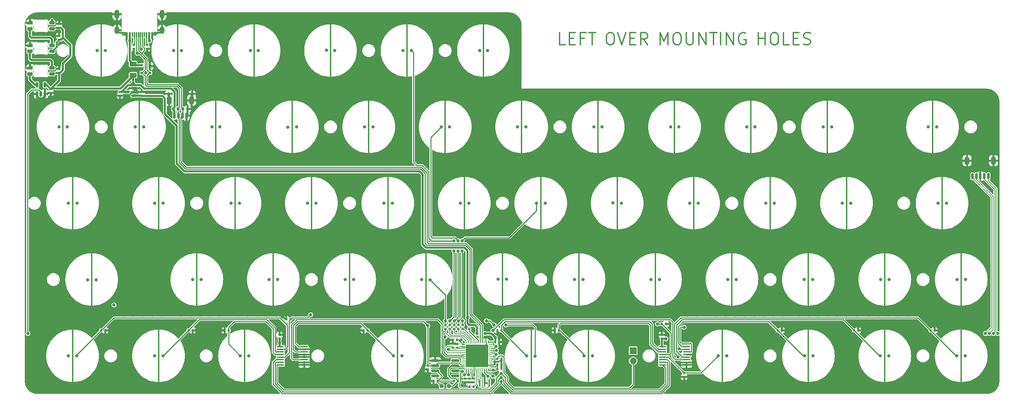
<source format=gbr>
%TF.GenerationSoftware,KiCad,Pcbnew,(7.0.0)*%
%TF.CreationDate,2023-09-15T12:32:04+02:00*%
%TF.ProjectId,vanagon topre,76616e61-676f-46e2-9074-6f7072652e6b,rev?*%
%TF.SameCoordinates,Original*%
%TF.FileFunction,Copper,L4,Bot*%
%TF.FilePolarity,Positive*%
%FSLAX46Y46*%
G04 Gerber Fmt 4.6, Leading zero omitted, Abs format (unit mm)*
G04 Created by KiCad (PCBNEW (7.0.0)) date 2023-09-15 12:32:04*
%MOMM*%
%LPD*%
G01*
G04 APERTURE LIST*
G04 Aperture macros list*
%AMRoundRect*
0 Rectangle with rounded corners*
0 $1 Rounding radius*
0 $2 $3 $4 $5 $6 $7 $8 $9 X,Y pos of 4 corners*
0 Add a 4 corners polygon primitive as box body*
4,1,4,$2,$3,$4,$5,$6,$7,$8,$9,$2,$3,0*
0 Add four circle primitives for the rounded corners*
1,1,$1+$1,$2,$3*
1,1,$1+$1,$4,$5*
1,1,$1+$1,$6,$7*
1,1,$1+$1,$8,$9*
0 Add four rect primitives between the rounded corners*
20,1,$1+$1,$2,$3,$4,$5,0*
20,1,$1+$1,$4,$5,$6,$7,0*
20,1,$1+$1,$6,$7,$8,$9,0*
20,1,$1+$1,$8,$9,$2,$3,0*%
%AMFreePoly0*
4,1,17,0.124698,6.656366,0.180194,6.586777,0.200000,6.500000,0.200000,-6.500000,0.180194,-6.586777,0.124698,-6.656366,0.044504,-6.694986,-0.044504,-6.694986,-0.124698,-6.656366,-0.180194,-6.586777,-0.200000,-6.500000,-0.200000,6.500000,-0.180194,6.586777,-0.124698,6.656366,-0.044504,6.694986,0.044504,6.694986,0.124698,6.656366,0.124698,6.656366,$1*%
%AMFreePoly1*
4,1,18,-0.410000,0.593000,-0.403758,0.624380,-0.385983,0.650983,-0.359380,0.668758,-0.328000,0.675000,0.328000,0.675000,0.359380,0.668758,0.385983,0.650983,0.403758,0.624380,0.410000,0.593000,0.410000,-0.593000,0.403758,-0.624380,0.385983,-0.650983,0.359380,-0.668758,0.328000,-0.675000,0.000000,-0.675000,-0.410000,-0.265000,-0.410000,0.593000,-0.410000,0.593000,$1*%
G04 Aperture macros list end*
%ADD10C,0.300000*%
%TA.AperFunction,NonConductor*%
%ADD11C,0.300000*%
%TD*%
%TA.AperFunction,SMDPad,CuDef*%
%ADD12FreePoly0,0.000000*%
%TD*%
%TA.AperFunction,SMDPad,CuDef*%
%ADD13FreePoly0,180.000000*%
%TD*%
%TA.AperFunction,SMDPad,CuDef*%
%ADD14RoundRect,0.140000X-0.170000X0.140000X-0.170000X-0.140000X0.170000X-0.140000X0.170000X0.140000X0*%
%TD*%
%TA.AperFunction,SMDPad,CuDef*%
%ADD15RoundRect,0.135000X-0.185000X0.135000X-0.185000X-0.135000X0.185000X-0.135000X0.185000X0.135000X0*%
%TD*%
%TA.AperFunction,SMDPad,CuDef*%
%ADD16RoundRect,0.135000X-0.135000X-0.185000X0.135000X-0.185000X0.135000X0.185000X-0.135000X0.185000X0*%
%TD*%
%TA.AperFunction,SMDPad,CuDef*%
%ADD17RoundRect,0.135000X0.135000X0.185000X-0.135000X0.185000X-0.135000X-0.185000X0.135000X-0.185000X0*%
%TD*%
%TA.AperFunction,SMDPad,CuDef*%
%ADD18R,0.400000X1.900000*%
%TD*%
%TA.AperFunction,SMDPad,CuDef*%
%ADD19RoundRect,0.140000X0.170000X-0.140000X0.170000X0.140000X-0.170000X0.140000X-0.170000X-0.140000X0*%
%TD*%
%TA.AperFunction,SMDPad,CuDef*%
%ADD20RoundRect,0.062500X0.062500X-0.375000X0.062500X0.375000X-0.062500X0.375000X-0.062500X-0.375000X0*%
%TD*%
%TA.AperFunction,SMDPad,CuDef*%
%ADD21RoundRect,0.062500X0.375000X-0.062500X0.375000X0.062500X-0.375000X0.062500X-0.375000X-0.062500X0*%
%TD*%
%TA.AperFunction,SMDPad,CuDef*%
%ADD22R,5.600000X5.600000*%
%TD*%
%TA.AperFunction,SMDPad,CuDef*%
%ADD23R,1.778000X0.419100*%
%TD*%
%TA.AperFunction,ComponentPad*%
%ADD24R,1.700000X1.700000*%
%TD*%
%TA.AperFunction,ComponentPad*%
%ADD25O,1.700000X1.700000*%
%TD*%
%TA.AperFunction,SMDPad,CuDef*%
%ADD26RoundRect,0.150000X-0.150000X-0.625000X0.150000X-0.625000X0.150000X0.625000X-0.150000X0.625000X0*%
%TD*%
%TA.AperFunction,SMDPad,CuDef*%
%ADD27RoundRect,0.250000X-0.350000X-0.650000X0.350000X-0.650000X0.350000X0.650000X-0.350000X0.650000X0*%
%TD*%
%TA.AperFunction,SMDPad,CuDef*%
%ADD28R,0.700000X1.000000*%
%TD*%
%TA.AperFunction,SMDPad,CuDef*%
%ADD29R,0.700000X0.600000*%
%TD*%
%TA.AperFunction,SMDPad,CuDef*%
%ADD30RoundRect,0.250000X-0.625000X0.375000X-0.625000X-0.375000X0.625000X-0.375000X0.625000X0.375000X0*%
%TD*%
%TA.AperFunction,SMDPad,CuDef*%
%ADD31RoundRect,0.082000X-0.593000X0.328000X-0.593000X-0.328000X0.593000X-0.328000X0.593000X0.328000X0*%
%TD*%
%TA.AperFunction,SMDPad,CuDef*%
%ADD32FreePoly1,270.000000*%
%TD*%
%TA.AperFunction,SMDPad,CuDef*%
%ADD33RoundRect,0.150000X-0.825000X-0.150000X0.825000X-0.150000X0.825000X0.150000X-0.825000X0.150000X0*%
%TD*%
%TA.AperFunction,SMDPad,CuDef*%
%ADD34RoundRect,0.150000X0.587500X0.150000X-0.587500X0.150000X-0.587500X-0.150000X0.587500X-0.150000X0*%
%TD*%
%TA.AperFunction,SMDPad,CuDef*%
%ADD35R,0.600000X1.300000*%
%TD*%
%TA.AperFunction,SMDPad,CuDef*%
%ADD36R,0.300000X1.300000*%
%TD*%
%TA.AperFunction,ComponentPad*%
%ADD37O,1.200000X2.250000*%
%TD*%
%TA.AperFunction,ComponentPad*%
%ADD38O,1.200000X1.850000*%
%TD*%
%TA.AperFunction,SMDPad,CuDef*%
%ADD39RoundRect,0.150000X0.150000X-0.512500X0.150000X0.512500X-0.150000X0.512500X-0.150000X-0.512500X0*%
%TD*%
%TA.AperFunction,SMDPad,CuDef*%
%ADD40RoundRect,0.140000X-0.140000X-0.170000X0.140000X-0.170000X0.140000X0.170000X-0.140000X0.170000X0*%
%TD*%
%TA.AperFunction,SMDPad,CuDef*%
%ADD41RoundRect,0.135000X0.185000X-0.135000X0.185000X0.135000X-0.185000X0.135000X-0.185000X-0.135000X0*%
%TD*%
%TA.AperFunction,SMDPad,CuDef*%
%ADD42RoundRect,0.140000X0.140000X0.170000X-0.140000X0.170000X-0.140000X-0.170000X0.140000X-0.170000X0*%
%TD*%
%TA.AperFunction,SMDPad,CuDef*%
%ADD43RoundRect,0.150000X-0.150000X-0.275000X0.150000X-0.275000X0.150000X0.275000X-0.150000X0.275000X0*%
%TD*%
%TA.AperFunction,SMDPad,CuDef*%
%ADD44RoundRect,0.175000X-0.175000X-0.225000X0.175000X-0.225000X0.175000X0.225000X-0.175000X0.225000X0*%
%TD*%
%TA.AperFunction,SMDPad,CuDef*%
%ADD45RoundRect,0.237500X0.250000X0.237500X-0.250000X0.237500X-0.250000X-0.237500X0.250000X-0.237500X0*%
%TD*%
%TA.AperFunction,ViaPad*%
%ADD46C,0.800000*%
%TD*%
%TA.AperFunction,ViaPad*%
%ADD47C,0.620000*%
%TD*%
%TA.AperFunction,ViaPad*%
%ADD48C,0.600000*%
%TD*%
%TA.AperFunction,Conductor*%
%ADD49C,0.250000*%
%TD*%
%TA.AperFunction,Conductor*%
%ADD50C,0.500000*%
%TD*%
%TA.AperFunction,Conductor*%
%ADD51C,0.620000*%
%TD*%
%TA.AperFunction,Conductor*%
%ADD52C,0.381000*%
%TD*%
%TA.AperFunction,Conductor*%
%ADD53C,0.600000*%
%TD*%
%TA.AperFunction,Conductor*%
%ADD54C,0.200000*%
%TD*%
%TA.AperFunction,Conductor*%
%ADD55C,0.280000*%
%TD*%
%TA.AperFunction,Conductor*%
%ADD56C,0.560000*%
%TD*%
G04 APERTURE END LIST*
D10*
D11*
X163274107Y-57290892D02*
X161845535Y-57290892D01*
X161845535Y-57290892D02*
X161845535Y-54290892D01*
X164274106Y-55719464D02*
X165274106Y-55719464D01*
X165702678Y-57290892D02*
X164274106Y-57290892D01*
X164274106Y-57290892D02*
X164274106Y-54290892D01*
X164274106Y-54290892D02*
X165702678Y-54290892D01*
X167988392Y-55719464D02*
X166988392Y-55719464D01*
X166988392Y-57290892D02*
X166988392Y-54290892D01*
X166988392Y-54290892D02*
X168416964Y-54290892D01*
X169131250Y-54290892D02*
X170845536Y-54290892D01*
X169988393Y-57290892D02*
X169988393Y-54290892D01*
X174216964Y-54290892D02*
X174788392Y-54290892D01*
X174788392Y-54290892D02*
X175074107Y-54433750D01*
X175074107Y-54433750D02*
X175359821Y-54719464D01*
X175359821Y-54719464D02*
X175502678Y-55290892D01*
X175502678Y-55290892D02*
X175502678Y-56290892D01*
X175502678Y-56290892D02*
X175359821Y-56862321D01*
X175359821Y-56862321D02*
X175074107Y-57148035D01*
X175074107Y-57148035D02*
X174788392Y-57290892D01*
X174788392Y-57290892D02*
X174216964Y-57290892D01*
X174216964Y-57290892D02*
X173931250Y-57148035D01*
X173931250Y-57148035D02*
X173645535Y-56862321D01*
X173645535Y-56862321D02*
X173502678Y-56290892D01*
X173502678Y-56290892D02*
X173502678Y-55290892D01*
X173502678Y-55290892D02*
X173645535Y-54719464D01*
X173645535Y-54719464D02*
X173931250Y-54433750D01*
X173931250Y-54433750D02*
X174216964Y-54290892D01*
X176359821Y-54290892D02*
X177359821Y-57290892D01*
X177359821Y-57290892D02*
X178359821Y-54290892D01*
X179359821Y-55719464D02*
X180359821Y-55719464D01*
X180788393Y-57290892D02*
X179359821Y-57290892D01*
X179359821Y-57290892D02*
X179359821Y-54290892D01*
X179359821Y-54290892D02*
X180788393Y-54290892D01*
X183788393Y-57290892D02*
X182788393Y-55862321D01*
X182074107Y-57290892D02*
X182074107Y-54290892D01*
X182074107Y-54290892D02*
X183216964Y-54290892D01*
X183216964Y-54290892D02*
X183502679Y-54433750D01*
X183502679Y-54433750D02*
X183645536Y-54576607D01*
X183645536Y-54576607D02*
X183788393Y-54862321D01*
X183788393Y-54862321D02*
X183788393Y-55290892D01*
X183788393Y-55290892D02*
X183645536Y-55576607D01*
X183645536Y-55576607D02*
X183502679Y-55719464D01*
X183502679Y-55719464D02*
X183216964Y-55862321D01*
X183216964Y-55862321D02*
X182074107Y-55862321D01*
X186874107Y-57290892D02*
X186874107Y-54290892D01*
X186874107Y-54290892D02*
X187874107Y-56433750D01*
X187874107Y-56433750D02*
X188874107Y-54290892D01*
X188874107Y-54290892D02*
X188874107Y-57290892D01*
X190874107Y-54290892D02*
X191445535Y-54290892D01*
X191445535Y-54290892D02*
X191731250Y-54433750D01*
X191731250Y-54433750D02*
X192016964Y-54719464D01*
X192016964Y-54719464D02*
X192159821Y-55290892D01*
X192159821Y-55290892D02*
X192159821Y-56290892D01*
X192159821Y-56290892D02*
X192016964Y-56862321D01*
X192016964Y-56862321D02*
X191731250Y-57148035D01*
X191731250Y-57148035D02*
X191445535Y-57290892D01*
X191445535Y-57290892D02*
X190874107Y-57290892D01*
X190874107Y-57290892D02*
X190588393Y-57148035D01*
X190588393Y-57148035D02*
X190302678Y-56862321D01*
X190302678Y-56862321D02*
X190159821Y-56290892D01*
X190159821Y-56290892D02*
X190159821Y-55290892D01*
X190159821Y-55290892D02*
X190302678Y-54719464D01*
X190302678Y-54719464D02*
X190588393Y-54433750D01*
X190588393Y-54433750D02*
X190874107Y-54290892D01*
X193445535Y-54290892D02*
X193445535Y-56719464D01*
X193445535Y-56719464D02*
X193588392Y-57005178D01*
X193588392Y-57005178D02*
X193731250Y-57148035D01*
X193731250Y-57148035D02*
X194016964Y-57290892D01*
X194016964Y-57290892D02*
X194588392Y-57290892D01*
X194588392Y-57290892D02*
X194874107Y-57148035D01*
X194874107Y-57148035D02*
X195016964Y-57005178D01*
X195016964Y-57005178D02*
X195159821Y-56719464D01*
X195159821Y-56719464D02*
X195159821Y-54290892D01*
X196588392Y-57290892D02*
X196588392Y-54290892D01*
X196588392Y-54290892D02*
X198302678Y-57290892D01*
X198302678Y-57290892D02*
X198302678Y-54290892D01*
X199302678Y-54290892D02*
X201016964Y-54290892D01*
X200159821Y-57290892D02*
X200159821Y-54290892D01*
X202016963Y-57290892D02*
X202016963Y-54290892D01*
X203445534Y-57290892D02*
X203445534Y-54290892D01*
X203445534Y-54290892D02*
X205159820Y-57290892D01*
X205159820Y-57290892D02*
X205159820Y-54290892D01*
X208159820Y-54433750D02*
X207874106Y-54290892D01*
X207874106Y-54290892D02*
X207445534Y-54290892D01*
X207445534Y-54290892D02*
X207016963Y-54433750D01*
X207016963Y-54433750D02*
X206731248Y-54719464D01*
X206731248Y-54719464D02*
X206588391Y-55005178D01*
X206588391Y-55005178D02*
X206445534Y-55576607D01*
X206445534Y-55576607D02*
X206445534Y-56005178D01*
X206445534Y-56005178D02*
X206588391Y-56576607D01*
X206588391Y-56576607D02*
X206731248Y-56862321D01*
X206731248Y-56862321D02*
X207016963Y-57148035D01*
X207016963Y-57148035D02*
X207445534Y-57290892D01*
X207445534Y-57290892D02*
X207731248Y-57290892D01*
X207731248Y-57290892D02*
X208159820Y-57148035D01*
X208159820Y-57148035D02*
X208302677Y-57005178D01*
X208302677Y-57005178D02*
X208302677Y-56005178D01*
X208302677Y-56005178D02*
X207731248Y-56005178D01*
X211388391Y-57290892D02*
X211388391Y-54290892D01*
X211388391Y-55719464D02*
X213102677Y-55719464D01*
X213102677Y-57290892D02*
X213102677Y-54290892D01*
X215102677Y-54290892D02*
X215674105Y-54290892D01*
X215674105Y-54290892D02*
X215959820Y-54433750D01*
X215959820Y-54433750D02*
X216245534Y-54719464D01*
X216245534Y-54719464D02*
X216388391Y-55290892D01*
X216388391Y-55290892D02*
X216388391Y-56290892D01*
X216388391Y-56290892D02*
X216245534Y-56862321D01*
X216245534Y-56862321D02*
X215959820Y-57148035D01*
X215959820Y-57148035D02*
X215674105Y-57290892D01*
X215674105Y-57290892D02*
X215102677Y-57290892D01*
X215102677Y-57290892D02*
X214816963Y-57148035D01*
X214816963Y-57148035D02*
X214531248Y-56862321D01*
X214531248Y-56862321D02*
X214388391Y-56290892D01*
X214388391Y-56290892D02*
X214388391Y-55290892D01*
X214388391Y-55290892D02*
X214531248Y-54719464D01*
X214531248Y-54719464D02*
X214816963Y-54433750D01*
X214816963Y-54433750D02*
X215102677Y-54290892D01*
X219102677Y-57290892D02*
X217674105Y-57290892D01*
X217674105Y-57290892D02*
X217674105Y-54290892D01*
X220102676Y-55719464D02*
X221102676Y-55719464D01*
X221531248Y-57290892D02*
X220102676Y-57290892D01*
X220102676Y-57290892D02*
X220102676Y-54290892D01*
X220102676Y-54290892D02*
X221531248Y-54290892D01*
X222674105Y-57148035D02*
X223102677Y-57290892D01*
X223102677Y-57290892D02*
X223816962Y-57290892D01*
X223816962Y-57290892D02*
X224102677Y-57148035D01*
X224102677Y-57148035D02*
X224245534Y-57005178D01*
X224245534Y-57005178D02*
X224388391Y-56719464D01*
X224388391Y-56719464D02*
X224388391Y-56433750D01*
X224388391Y-56433750D02*
X224245534Y-56148035D01*
X224245534Y-56148035D02*
X224102677Y-56005178D01*
X224102677Y-56005178D02*
X223816962Y-55862321D01*
X223816962Y-55862321D02*
X223245534Y-55719464D01*
X223245534Y-55719464D02*
X222959819Y-55576607D01*
X222959819Y-55576607D02*
X222816962Y-55433750D01*
X222816962Y-55433750D02*
X222674105Y-55148035D01*
X222674105Y-55148035D02*
X222674105Y-54862321D01*
X222674105Y-54862321D02*
X222816962Y-54576607D01*
X222816962Y-54576607D02*
X222959819Y-54433750D01*
X222959819Y-54433750D02*
X223245534Y-54290892D01*
X223245534Y-54290892D02*
X223959819Y-54290892D01*
X223959819Y-54290892D02*
X224388391Y-54433750D01*
D12*
%TO.P,SW_EC23,3,3*%
%TO.N,GND*%
X119062500Y-96837500D03*
%TD*%
%TO.P,SW_EC26,3,3*%
%TO.N,GND*%
X176212500Y-96837500D03*
%TD*%
%TO.P,SW_EC31,3,3*%
%TO.N,GND*%
X45243750Y-115887500D03*
%TD*%
D13*
%TO.P,SW_EC32,3,3*%
%TO.N,GND*%
X71437500Y-115887500D03*
%TD*%
%TO.P,SW_EC50,3,3*%
%TO.N,GND*%
X223837500Y-134937500D03*
%TD*%
D12*
%TO.P,SW_EC10,3,3*%
%TO.N,GND*%
X95250000Y-77787500D03*
%TD*%
%TO.P,SW_EC11,3,3*%
%TO.N,GND*%
X114300000Y-77787500D03*
%TD*%
%TO.P,SW_EC25,3,3*%
%TO.N,GND*%
X157162500Y-96837500D03*
%TD*%
D13*
%TO.P,SW_EC39,3,3*%
%TO.N,GND*%
X204787500Y-115887500D03*
%TD*%
D12*
%TO.P,SW_EC28,3,3*%
%TO.N,GND*%
X214312500Y-96837500D03*
%TD*%
%TO.P,SW_EC21,3,3*%
%TO.N,GND*%
X80962500Y-96837500D03*
%TD*%
%TO.P,SW_EC9,3,3*%
%TO.N,GND*%
X76200000Y-77787500D03*
%TD*%
D13*
%TO.P,SW_EC54,3,3*%
%TO.N,GND*%
X261937500Y-134937500D03*
%TD*%
D12*
%TO.P,SW_EC7,3,3*%
%TO.N,GND*%
X38100000Y-77787500D03*
%TD*%
D13*
%TO.P,SW_EC35,3,3*%
%TO.N,GND*%
X128587500Y-115887500D03*
%TD*%
D12*
%TO.P,SW_EC19,3,3*%
%TO.N,GND*%
X40481250Y-96837500D03*
%TD*%
D13*
%TO.P,SW_EC34,3,3*%
%TO.N,GND*%
X109537500Y-115887500D03*
%TD*%
%TO.P,SW_EC4,3,3*%
%TO.N,GND*%
X104775000Y-58737500D03*
%TD*%
%TO.P,SW_EC37,3,3*%
%TO.N,GND*%
X166687500Y-115887500D03*
%TD*%
%TO.P,SW_EC38,3,3*%
%TO.N,GND*%
X185737500Y-115887500D03*
%TD*%
D12*
%TO.P,SW_EC16,3,3*%
%TO.N,GND*%
X209550000Y-77787500D03*
%TD*%
D13*
%TO.P,SW_EC5,3,3*%
%TO.N,GND*%
X123825000Y-58737500D03*
%TD*%
D12*
%TO.P,SW_EC43,3,3*%
%TO.N,GND*%
X40481250Y-134937500D03*
%TD*%
%TO.P,SW_EC29,3,3*%
%TO.N,GND*%
X233362500Y-96837500D03*
%TD*%
%TO.P,SW_EC42,3,3*%
%TO.N,GND*%
X261937500Y-115887500D03*
%TD*%
%TO.P,SW_EC30,3,3*%
%TO.N,GND*%
X257175000Y-96837500D03*
%TD*%
D13*
%TO.P,SW_EC2,3,3*%
%TO.N,GND*%
X66675000Y-58737500D03*
%TD*%
D12*
%TO.P,SW_EC20,3,3*%
%TO.N,GND*%
X61912500Y-96837500D03*
%TD*%
%TO.P,SW_EC12,3,3*%
%TO.N,GND*%
X133350000Y-77787500D03*
%TD*%
%TO.P,SW_EC36,3,3*%
%TO.N,GND*%
X147637500Y-115887500D03*
%TD*%
%TO.P,SW_EC17,3,3*%
%TO.N,GND*%
X228600000Y-77787500D03*
%TD*%
%TO.P,SW_EC13,3,3*%
%TO.N,GND*%
X152400000Y-77787500D03*
%TD*%
D13*
%TO.P,SW_EC3,3,3*%
%TO.N,GND*%
X85725000Y-58737500D03*
%TD*%
D12*
%TO.P,SW_EC14,3,3*%
%TO.N,GND*%
X171450000Y-77787500D03*
%TD*%
D13*
%TO.P,SW_EC49,3,3*%
%TO.N,GND*%
X202406250Y-134937500D03*
%TD*%
%TO.P,SW_EC41,3,3*%
%TO.N,GND*%
X242887500Y-115887500D03*
%TD*%
%TO.P,SW_EC47,3,3*%
%TO.N,GND*%
X154781250Y-134937500D03*
%TD*%
%TO.P,SW_EC48,3,3*%
%TO.N,GND*%
X169068750Y-134937500D03*
%TD*%
%TO.P,SW_EC40,3,3*%
%TO.N,GND*%
X223837500Y-115887500D03*
%TD*%
%TO.P,SW_EC45,3,3*%
%TO.N,GND*%
X83343750Y-134937500D03*
%TD*%
D12*
%TO.P,SW_EC24,3,3*%
%TO.N,GND*%
X138112500Y-96837500D03*
%TD*%
D13*
%TO.P,SW_EC6,3,3*%
%TO.N,GND*%
X142875000Y-58737500D03*
%TD*%
D12*
%TO.P,SW_EC27,3,3*%
%TO.N,GND*%
X195262500Y-96837500D03*
%TD*%
%TO.P,SW_EC22,3,3*%
%TO.N,GND*%
X100012500Y-96837500D03*
%TD*%
D13*
%TO.P,SW_EC33,3,3*%
%TO.N,GND*%
X90487500Y-115887500D03*
%TD*%
D12*
%TO.P,SW_EC44,3,3*%
%TO.N,GND*%
X61912500Y-134937500D03*
%TD*%
%TO.P,SW_EC15,3,3*%
%TO.N,GND*%
X190500000Y-77787500D03*
%TD*%
D13*
%TO.P,SW_EC51,3,3*%
%TO.N,GND*%
X242887500Y-134937500D03*
%TD*%
D12*
%TO.P,SW_EC8,3,3*%
%TO.N,GND*%
X57150000Y-77787500D03*
%TD*%
%TO.P,SW_EC18,3,3*%
%TO.N,GND*%
X254793750Y-77787500D03*
%TD*%
D13*
%TO.P,SW_EC46,3,3*%
%TO.N,GND*%
X121443750Y-134937500D03*
%TD*%
%TO.P,SW_EC1,3,3*%
%TO.N,GND*%
X47625000Y-58737500D03*
%TD*%
D14*
%TO.P,C6,1*%
%TO.N,VBAT*%
X139442322Y-140577223D03*
%TO.P,C6,2*%
%TO.N,GND*%
X139442322Y-141537223D03*
%TD*%
D15*
%TO.P,R6,1*%
%TO.N,ROW4*%
X137707458Y-127253239D03*
%TO.P,R6,2*%
%TO.N,Net-(U1-PA8)*%
X137707458Y-128273239D03*
%TD*%
D16*
%TO.P,R15,1*%
%TO.N,COL1*%
X69389148Y-128587500D03*
%TO.P,R15,2*%
%TO.N,GND*%
X70409148Y-128587500D03*
%TD*%
%TO.P,R24,1*%
%TO.N,COL9*%
X216183750Y-128587500D03*
%TO.P,R24,2*%
%TO.N,GND*%
X217203750Y-128587500D03*
%TD*%
D15*
%TO.P,R4,1*%
%TO.N,ROW1*%
X135578946Y-127225266D03*
%TO.P,R4,2*%
%TO.N,Net-(U1-PB14)*%
X135578946Y-128245266D03*
%TD*%
D17*
%TO.P,R19,1*%
%TO.N,Net-(JP1-B)*%
X131478750Y-141193750D03*
%TO.P,R19,2*%
%TO.N,GND*%
X130458750Y-141193750D03*
%TD*%
D18*
%TO.P,Y1,1,1*%
%TO.N,XTAL1*%
X141957463Y-141748284D03*
%TO.P,Y1,2,2*%
%TO.N,GND*%
X143157463Y-141748284D03*
%TO.P,Y1,3,3*%
%TO.N,XTAL0*%
X144357463Y-141748284D03*
%TD*%
D19*
%TO.P,C15,1*%
%TO.N,+5V*%
X37100000Y-53032500D03*
%TO.P,C15,2*%
%TO.N,GND*%
X37100000Y-52072500D03*
%TD*%
D16*
%TO.P,R26,1*%
%TO.N,COL11*%
X254283750Y-128577309D03*
%TO.P,R26,2*%
%TO.N,GND*%
X255303750Y-128577309D03*
%TD*%
D20*
%TO.P,U1,1,VBAT*%
%TO.N,VBAT*%
X144037500Y-138375000D03*
%TO.P,U1,2,PC13*%
%TO.N,SW1*%
X143537500Y-138375000D03*
%TO.P,U1,3,PC14*%
%TO.N,ENC1*%
X143037500Y-138375000D03*
%TO.P,U1,4,PC15*%
%TO.N,unconnected-(U1-PC15-Pad4)*%
X142537500Y-138375000D03*
%TO.P,U1,5,PH0*%
%TO.N,XTAL0*%
X142037500Y-138375000D03*
%TO.P,U1,6,PH1*%
%TO.N,XTAL1*%
X141537500Y-138375000D03*
%TO.P,U1,7,NRST*%
%TO.N,NRST*%
X141037500Y-138375000D03*
%TO.P,U1,8,VSSA*%
%TO.N,GND*%
X140537500Y-138375000D03*
%TO.P,U1,9,VREF+*%
%TO.N,VBAT*%
X140037500Y-138375000D03*
%TO.P,U1,10,PA0*%
%TO.N,unconnected-(U1-PA0-Pad10)*%
X139537500Y-138375000D03*
%TO.P,U1,11,PA1*%
%TO.N,ENC2*%
X139037500Y-138375000D03*
%TO.P,U1,12,PA2*%
%TO.N,SW2*%
X138537500Y-138375000D03*
D21*
%TO.P,U1,13,PA3*%
%TO.N,ADC*%
X137850000Y-137687500D03*
%TO.P,U1,14,PA4*%
%TO.N,APLEX_OUT_PIN_0*%
X137850000Y-137187500D03*
%TO.P,U1,15,PA5*%
%TO.N,unconnected-(U1-PA5-Pad15)*%
X137850000Y-136687500D03*
%TO.P,U1,16,PA6*%
%TO.N,unconnected-(U1-PA6-Pad16)*%
X137850000Y-136187500D03*
%TO.P,U1,17,PA7*%
%TO.N,unconnected-(U1-PA7-Pad17)*%
X137850000Y-135687500D03*
%TO.P,U1,18,PB0*%
%TO.N,APLEX_EN_PIN_0*%
X137850000Y-135187500D03*
%TO.P,U1,19,PB1*%
%TO.N,APLEX_EN_PIN_1*%
X137850000Y-134687500D03*
%TO.P,U1,20,PB2*%
%TO.N,BOOT1*%
X137850000Y-134187500D03*
%TO.P,U1,21,PB10*%
%TO.N,ARGB_3V3*%
X137850000Y-133687500D03*
%TO.P,U1,22,VCAP1*%
%TO.N,Net-(U1-VCAP1)*%
X137850000Y-133187500D03*
%TO.P,U1,23,VSS*%
%TO.N,GND*%
X137850000Y-132687500D03*
%TO.P,U1,24,VDD*%
%TO.N,VBAT*%
X137850000Y-132187500D03*
D20*
%TO.P,U1,25,PB12*%
%TO.N,Net-(U1-PB12)*%
X138537500Y-131500000D03*
%TO.P,U1,26,PB13*%
%TO.N,Net-(U1-PB13)*%
X139037500Y-131500000D03*
%TO.P,U1,27,PB14*%
%TO.N,Net-(U1-PB14)*%
X139537500Y-131500000D03*
%TO.P,U1,28,PB15*%
%TO.N,Net-(U1-PB15)*%
X140037500Y-131500000D03*
%TO.P,U1,29,PA8*%
%TO.N,Net-(U1-PA8)*%
X140537500Y-131500000D03*
%TO.P,U1,30,PA9*%
%TO.N,unconnected-(U1-PA9-Pad30)*%
X141037500Y-131500000D03*
%TO.P,U1,31,PA10*%
%TO.N,Net-(U1-PA10)*%
X141537500Y-131500000D03*
%TO.P,U1,32,PA11*%
%TO.N,D-*%
X142037500Y-131500000D03*
%TO.P,U1,33,PA12*%
%TO.N,D+*%
X142537500Y-131500000D03*
%TO.P,U1,34,PA13*%
%TO.N,SWDIO*%
X143037500Y-131500000D03*
%TO.P,U1,35,VSS*%
%TO.N,GND*%
X143537500Y-131500000D03*
%TO.P,U1,36,VDD*%
%TO.N,VBAT*%
X144037500Y-131500000D03*
D21*
%TO.P,U1,37,PA14*%
%TO.N,SWCLK*%
X144725000Y-132187500D03*
%TO.P,U1,38,PA15*%
%TO.N,unconnected-(U1-PA15-Pad38)*%
X144725000Y-132687500D03*
%TO.P,U1,39,PB3*%
%TO.N,AMUX_SEL_2*%
X144725000Y-133187500D03*
%TO.P,U1,40,PB4*%
%TO.N,AMUX_SEL_1*%
X144725000Y-133687500D03*
%TO.P,U1,41,PB5*%
%TO.N,AMUX_SEL_0*%
X144725000Y-134187500D03*
%TO.P,U1,42,PB6*%
%TO.N,unconnected-(U1-PB6-Pad42)*%
X144725000Y-134687500D03*
%TO.P,U1,43,PB7*%
%TO.N,unconnected-(U1-PB7-Pad43)*%
X144725000Y-135187500D03*
%TO.P,U1,44,BOOT0*%
%TO.N,BOOT0*%
X144725000Y-135687500D03*
%TO.P,U1,45,PB8*%
%TO.N,unconnected-(U1-PB8-Pad45)*%
X144725000Y-136187500D03*
%TO.P,U1,46,PB9*%
%TO.N,unconnected-(U1-PB9-Pad46)*%
X144725000Y-136687500D03*
%TO.P,U1,47,VSS*%
%TO.N,GND*%
X144725000Y-137187500D03*
%TO.P,U1,48,VDD*%
%TO.N,VBAT*%
X144725000Y-137687500D03*
D22*
%TO.P,U1,49,VSS*%
%TO.N,GND*%
X141287499Y-134937499D03*
%TD*%
D14*
%TO.P,C13,1*%
%TO.N,VBAT*%
X138345929Y-140577223D03*
%TO.P,C13,2*%
%TO.N,GND*%
X138345929Y-141537223D03*
%TD*%
D15*
%TO.P,R12,1*%
%TO.N,Net-(J3-CC1)*%
X55753000Y-57275000D03*
%TO.P,R12,2*%
%TO.N,GND*%
X55753000Y-58295000D03*
%TD*%
D23*
%TO.P,U6,1,A4*%
%TO.N,COL9*%
X193474339Y-132664199D03*
%TO.P,U6,2,A6*%
%TO.N,COL11*%
X193474339Y-133314439D03*
%TO.P,U6,3,A*%
%TO.N,APLEX_OUT_PIN_0*%
X193474339Y-133964679D03*
%TO.P,U6,4,A7*%
%TO.N,GND*%
X193474339Y-134614919D03*
%TO.P,U6,5,A5*%
%TO.N,COL10*%
X193474339Y-135260079D03*
%TO.P,U6,6,~{E}*%
%TO.N,APLEX_EN_PIN_1*%
X193474339Y-135910319D03*
%TO.P,U6,7,VEE*%
%TO.N,GND*%
X193474339Y-136560559D03*
%TO.P,U6,8,GND*%
X193474339Y-137210799D03*
%TO.P,U6,9,S2*%
%TO.N,AMUX_SEL_2*%
X187525659Y-137210799D03*
%TO.P,U6,10,S1*%
%TO.N,AMUX_SEL_1*%
X187525659Y-136560559D03*
%TO.P,U6,11,S0*%
%TO.N,AMUX_SEL_0*%
X187525659Y-135910319D03*
%TO.P,U6,12,A3*%
%TO.N,COL8*%
X187525659Y-135260079D03*
%TO.P,U6,13,A0*%
%TO.N,COL7*%
X187525659Y-134614919D03*
%TO.P,U6,14,A1*%
%TO.N,COL6*%
X187525659Y-133964679D03*
%TO.P,U6,15,A2*%
%TO.N,COL5*%
X187525659Y-133314439D03*
%TO.P,U6,16,VCC*%
%TO.N,VBAT*%
X187525659Y-132664199D03*
%TD*%
D24*
%TO.P,SW1,1,A*%
%TO.N,VBAT*%
X180181249Y-133662499D03*
D25*
%TO.P,SW1,2,B*%
%TO.N,BOOT0*%
X180181249Y-136202499D03*
%TD*%
D26*
%TO.P,J1,1,Pin_1*%
%TO.N,+5V*%
X65843750Y-75025000D03*
%TO.P,J1,2,Pin_2*%
%TO.N,D-*%
X66843750Y-75025000D03*
%TO.P,J1,3,Pin_3*%
%TO.N,D+*%
X67843750Y-75025000D03*
%TO.P,J1,4,Pin_4*%
%TO.N,GND*%
X68843750Y-75025000D03*
D27*
%TO.P,J1,MP,MountPin*%
X64543750Y-71150000D03*
X70143750Y-71150000D03*
%TD*%
D17*
%TO.P,R17,1*%
%TO.N,COL3*%
X94752704Y-125829190D03*
%TO.P,R17,2*%
%TO.N,GND*%
X93732704Y-125829190D03*
%TD*%
D28*
%TO.P,D1,1,GND*%
%TO.N,GND*%
X59735620Y-62604971D03*
D29*
%TO.P,D1,2,I/O1*%
%TO.N,D+*%
X59735620Y-64304971D03*
%TO.P,D1,3,I/O2*%
%TO.N,D-*%
X57735620Y-64304971D03*
%TO.P,D1,4,VCC*%
%TO.N,VCC*%
X57735620Y-62404971D03*
%TD*%
D23*
%TO.P,U4,1,A4*%
%TO.N,COL4*%
X98224339Y-132664199D03*
%TO.P,U4,2,A6*%
%TO.N,GND*%
X98224339Y-133314439D03*
%TO.P,U4,3,A*%
%TO.N,APLEX_OUT_PIN_0*%
X98224339Y-133964679D03*
%TO.P,U4,4,A7*%
%TO.N,GND*%
X98224339Y-134614919D03*
%TO.P,U4,5,A5*%
X98224339Y-135260079D03*
%TO.P,U4,6,~{E}*%
%TO.N,APLEX_EN_PIN_0*%
X98224339Y-135910319D03*
%TO.P,U4,7,VEE*%
%TO.N,GND*%
X98224339Y-136560559D03*
%TO.P,U4,8,GND*%
X98224339Y-137210799D03*
%TO.P,U4,9,S2*%
%TO.N,AMUX_SEL_2*%
X92275659Y-137210799D03*
%TO.P,U4,10,S1*%
%TO.N,AMUX_SEL_1*%
X92275659Y-136560559D03*
%TO.P,U4,11,S0*%
%TO.N,AMUX_SEL_0*%
X92275659Y-135910319D03*
%TO.P,U4,12,A3*%
%TO.N,COL3*%
X92275659Y-135260079D03*
%TO.P,U4,13,A0*%
%TO.N,COL2*%
X92275659Y-134614919D03*
%TO.P,U4,14,A1*%
%TO.N,COL1*%
X92275659Y-133964679D03*
%TO.P,U4,15,A2*%
%TO.N,COL0*%
X92275659Y-133314439D03*
%TO.P,U4,16,VCC*%
%TO.N,VBAT*%
X92275659Y-132664199D03*
%TD*%
D26*
%TO.P,J4,1,Pin_1*%
%TO.N,SW1*%
X264700000Y-90106250D03*
%TO.P,J4,2,Pin_2*%
%TO.N,ENC1*%
X265700000Y-90106250D03*
%TO.P,J4,3,Pin_3*%
%TO.N,GND*%
X266700000Y-90106250D03*
%TO.P,J4,4,Pin_4*%
%TO.N,ENC2*%
X267700000Y-90106250D03*
%TO.P,J4,5,Pin_5*%
%TO.N,SW2*%
X268700000Y-90106250D03*
D27*
%TO.P,J4,MP,MountPin*%
%TO.N,GND*%
X263400000Y-86231250D03*
X270000000Y-86231250D03*
%TD*%
D15*
%TO.P,R5,1*%
%TO.N,ROW2*%
X136652000Y-127235871D03*
%TO.P,R5,2*%
%TO.N,Net-(U1-PB15)*%
X136652000Y-128255871D03*
%TD*%
D17*
%TO.P,R21,1*%
%TO.N,COL6*%
X161641250Y-128587500D03*
%TO.P,R21,2*%
%TO.N,GND*%
X160621250Y-128587500D03*
%TD*%
D14*
%TO.P,C7,1*%
%TO.N,VBAT*%
X140445929Y-140584658D03*
%TO.P,C7,2*%
%TO.N,GND*%
X140445929Y-141544658D03*
%TD*%
D15*
%TO.P,R3,1*%
%TO.N,ROW0*%
X134493000Y-127226234D03*
%TO.P,R3,2*%
%TO.N,Net-(U1-PB13)*%
X134493000Y-128246234D03*
%TD*%
D16*
%TO.P,R11,1*%
%TO.N,BOOT0*%
X146333750Y-135731250D03*
%TO.P,R11,2*%
%TO.N,GND*%
X147353750Y-135731250D03*
%TD*%
D30*
%TO.P,F_USBC1,1*%
%TO.N,VCC*%
X55562500Y-62100000D03*
%TO.P,F_USBC1,2*%
%TO.N,+5V*%
X55562500Y-64900000D03*
%TD*%
D16*
%TO.P,R8,1*%
%TO.N,VBAT*%
X139439723Y-142663937D03*
%TO.P,R8,2*%
%TO.N,NRST*%
X140459723Y-142663937D03*
%TD*%
D31*
%TO.P,LED1,1,VDD*%
%TO.N,+5V*%
X35325000Y-64567500D03*
%TO.P,LED1,2,DOUT*%
%TO.N,Net-(LED1-DOUT)*%
X35325000Y-63067500D03*
%TO.P,LED1,3,DIN*%
%TO.N,ARGB_5V*%
X29875000Y-64567500D03*
D32*
%TO.P,LED1,4,VSS*%
%TO.N,GND*%
X29874999Y-63067499D03*
%TD*%
D16*
%TO.P,R16,1*%
%TO.N,COL0*%
X47625000Y-128587500D03*
%TO.P,R16,2*%
%TO.N,GND*%
X48645000Y-128587500D03*
%TD*%
D19*
%TO.P,C1,1*%
%TO.N,Net-(U1-VCAP1)*%
X136331787Y-132911388D03*
%TO.P,C1,2*%
%TO.N,GND*%
X136331787Y-131951388D03*
%TD*%
%TO.P,C17,1*%
%TO.N,+5V*%
X37100000Y-64297500D03*
%TO.P,C17,2*%
%TO.N,GND*%
X37100000Y-63337500D03*
%TD*%
D31*
%TO.P,LED3,1,VDD*%
%TO.N,+5V*%
X35324000Y-53302500D03*
%TO.P,LED3,2,DOUT*%
%TO.N,unconnected-(LED3-DOUT-Pad2)*%
X35324000Y-51802500D03*
%TO.P,LED3,3,DIN*%
%TO.N,Net-(LED2-DOUT)*%
X29874000Y-53302500D03*
D32*
%TO.P,LED3,4,VSS*%
%TO.N,GND*%
X29873999Y-51802499D03*
%TD*%
D17*
%TO.P,R18,1*%
%TO.N,COL4*%
X114009913Y-128577309D03*
%TO.P,R18,2*%
%TO.N,GND*%
X112989913Y-128577309D03*
%TD*%
D15*
%TO.P,R13,1*%
%TO.N,Net-(J3-CC2)*%
X59055000Y-57275000D03*
%TO.P,R13,2*%
%TO.N,GND*%
X59055000Y-58295000D03*
%TD*%
D33*
%TO.P,U5,1*%
%TO.N,N/C*%
X130875000Y-139923750D03*
%TO.P,U5,2,IN-*%
%TO.N,Net-(JP1-B)*%
X130875000Y-138653750D03*
%TO.P,U5,3,IN+*%
%TO.N,APLEX_OUT_PIN_0*%
X130875000Y-137383750D03*
%TO.P,U5,4,V-*%
%TO.N,GND*%
X130875000Y-136113750D03*
%TO.P,U5,5*%
%TO.N,N/C*%
X135825000Y-136113750D03*
%TO.P,U5,6,OUT*%
%TO.N,ADC*%
X135825000Y-137383750D03*
%TO.P,U5,7,V+*%
%TO.N,VBAT*%
X135825000Y-138653750D03*
%TO.P,U5,8*%
%TO.N,N/C*%
X135825000Y-139923750D03*
%TD*%
D16*
%TO.P,R25,1*%
%TO.N,COL10*%
X235233750Y-128587500D03*
%TO.P,R25,2*%
%TO.N,GND*%
X236253750Y-128587500D03*
%TD*%
D34*
%TO.P,U2,1,GND*%
%TO.N,GND*%
X55854439Y-68106250D03*
%TO.P,U2,2,VO*%
%TO.N,VBAT*%
X55854439Y-70006250D03*
%TO.P,U2,3,VI*%
%TO.N,+5V*%
X53979439Y-69056250D03*
%TD*%
D14*
%TO.P,C8,1*%
%TO.N,+5V*%
X52313712Y-69068759D03*
%TO.P,C8,2*%
%TO.N,GND*%
X52313712Y-70028759D03*
%TD*%
D35*
%TO.P,J3,A1,GND*%
%TO.N,GND*%
X53949999Y-54799999D03*
%TO.P,J3,A4,VBUS*%
%TO.N,VCC*%
X54749999Y-54799999D03*
D36*
%TO.P,J3,A5,CC1*%
%TO.N,Net-(J3-CC1)*%
X55899999Y-54799999D03*
%TO.P,J3,A6,D+*%
%TO.N,D+*%
X56899999Y-54799999D03*
%TO.P,J3,A7,D-*%
%TO.N,D-*%
X57399999Y-54799999D03*
%TO.P,J3,A8,SBU1*%
%TO.N,unconnected-(J3-SBU1-PadA8)*%
X58399999Y-54799999D03*
D35*
%TO.P,J3,A9,VBUS*%
%TO.N,VCC*%
X59549999Y-54799999D03*
%TO.P,J3,A12,GND*%
%TO.N,GND*%
X60349999Y-54799999D03*
D36*
%TO.P,J3,B5,CC2*%
%TO.N,Net-(J3-CC2)*%
X58899999Y-54799999D03*
%TO.P,J3,B6,D+*%
%TO.N,D+*%
X57899999Y-54799999D03*
%TO.P,J3,B7,D-*%
%TO.N,D-*%
X56399999Y-54799999D03*
%TO.P,J3,B8,SBU2*%
%TO.N,unconnected-(J3-SBU2-PadB8)*%
X55399999Y-54799999D03*
D37*
%TO.P,J3,S1,SHIELD*%
%TO.N,GND*%
X51529999Y-49649999D03*
D38*
X51529999Y-53649999D03*
D37*
X62769999Y-49649999D03*
D38*
X62769999Y-53649999D03*
%TD*%
D19*
%TO.P,C9,1*%
%TO.N,VBAT*%
X57702555Y-70069871D03*
%TO.P,C9,2*%
%TO.N,GND*%
X57702555Y-69109871D03*
%TD*%
D39*
%TO.P,U3,1*%
%TO.N,GND*%
X33550000Y-69547375D03*
%TO.P,U3,2*%
%TO.N,ARGB_3V3*%
X32600000Y-69547375D03*
%TO.P,U3,3,GND*%
%TO.N,GND*%
X31650000Y-69547375D03*
%TO.P,U3,4*%
%TO.N,ARGB_5V*%
X31650000Y-67272375D03*
%TO.P,U3,5,+5V*%
%TO.N,+5V*%
X33550000Y-67272375D03*
%TD*%
D16*
%TO.P,R20,1*%
%TO.N,COL7*%
X187323000Y-127000000D03*
%TO.P,R20,2*%
%TO.N,GND*%
X188343000Y-127000000D03*
%TD*%
D19*
%TO.P,C16,1*%
%TO.N,+5V*%
X37115180Y-56042500D03*
%TO.P,C16,2*%
%TO.N,GND*%
X37115180Y-55082500D03*
%TD*%
D40*
%TO.P,C5,1*%
%TO.N,VBAT*%
X146375680Y-137121052D03*
%TO.P,C5,2*%
%TO.N,GND*%
X147335680Y-137121052D03*
%TD*%
D19*
%TO.P,C12,1*%
%TO.N,GND*%
X129007714Y-138333131D03*
%TO.P,C12,2*%
%TO.N,APLEX_OUT_PIN_0*%
X129007714Y-137373131D03*
%TD*%
D31*
%TO.P,LED2,1,VDD*%
%TO.N,+5V*%
X35324000Y-58935000D03*
%TO.P,LED2,2,DOUT*%
%TO.N,Net-(LED2-DOUT)*%
X35324000Y-57435000D03*
%TO.P,LED2,3,DIN*%
%TO.N,Net-(LED1-DOUT)*%
X29874000Y-58935000D03*
D32*
%TO.P,LED2,4,VSS*%
%TO.N,GND*%
X29873999Y-57434999D03*
%TD*%
D41*
%TO.P,R1,1*%
%TO.N,Net-(U1-PA10)*%
X139319000Y-128271660D03*
%TO.P,R1,2*%
%TO.N,VBAT*%
X139319000Y-127251660D03*
%TD*%
D17*
%TO.P,R22,1*%
%TO.N,COL5*%
X147353750Y-128587500D03*
%TO.P,R22,2*%
%TO.N,GND*%
X146333750Y-128587500D03*
%TD*%
D40*
%TO.P,C2,1*%
%TO.N,VBAT*%
X146386593Y-138167485D03*
%TO.P,C2,2*%
%TO.N,GND*%
X147346593Y-138167485D03*
%TD*%
D42*
%TO.P,C3,1*%
%TO.N,VBAT*%
X136243000Y-130937000D03*
%TO.P,C3,2*%
%TO.N,GND*%
X135283000Y-130937000D03*
%TD*%
D16*
%TO.P,R7,1*%
%TO.N,Net-(JP1-B)*%
X135505000Y-141193750D03*
%TO.P,R7,2*%
%TO.N,ADC*%
X136525000Y-141193750D03*
%TD*%
D40*
%TO.P,C4,1*%
%TO.N,VBAT*%
X145851250Y-131481250D03*
%TO.P,C4,2*%
%TO.N,GND*%
X146811250Y-131481250D03*
%TD*%
D15*
%TO.P,R9,1*%
%TO.N,GND*%
X135252011Y-131903511D03*
%TO.P,R9,2*%
%TO.N,BOOT1*%
X135252011Y-132923511D03*
%TD*%
D43*
%TO.P,J2,1,Pin_1*%
%TO.N,+5V*%
X65543750Y-73312500D03*
%TO.P,J2,2,Pin_2*%
%TO.N,D-*%
X66743750Y-73312500D03*
%TO.P,J2,3,Pin_3*%
%TO.N,D+*%
X67943750Y-73312500D03*
%TO.P,J2,4,Pin_4*%
%TO.N,GND*%
X69143750Y-73312500D03*
D44*
%TO.P,J2,MP,MountPin*%
X64393750Y-69537500D03*
X70293750Y-69537500D03*
%TD*%
D17*
%TO.P,R10,1*%
%TO.N,COL2*%
X79375000Y-128587500D03*
%TO.P,R10,2*%
%TO.N,GND*%
X78355000Y-128587500D03*
%TD*%
D15*
%TO.P,R2,1*%
%TO.N,ROW3*%
X133428916Y-127218308D03*
%TO.P,R2,2*%
%TO.N,Net-(U1-PB12)*%
X133428916Y-128238308D03*
%TD*%
D19*
%TO.P,C11,1*%
%TO.N,VBAT*%
X92075000Y-130655000D03*
%TO.P,C11,2*%
%TO.N,GND*%
X92075000Y-129695000D03*
%TD*%
%TO.P,C14,1*%
%TO.N,VBAT*%
X187325000Y-130655000D03*
%TO.P,C14,2*%
%TO.N,GND*%
X187325000Y-129695000D03*
%TD*%
D15*
%TO.P,R23,1*%
%TO.N,COL8*%
X192881250Y-139190000D03*
%TO.P,R23,2*%
%TO.N,GND*%
X192881250Y-140210000D03*
%TD*%
D45*
%TO.P,JP1,1,A*%
%TO.N,ADC*%
X134279692Y-142496607D03*
%TO.P,JP1,2,B*%
%TO.N,Net-(JP1-B)*%
X132454692Y-142496607D03*
%TD*%
D14*
%TO.P,C18,1*%
%TO.N,+5V*%
X35052000Y-68354000D03*
%TO.P,C18,2*%
%TO.N,GND*%
X35052000Y-69314000D03*
%TD*%
D46*
%TO.N,*%
X50800000Y-122237500D03*
%TO.N,GND*%
X73025000Y-90297000D03*
X181784186Y-124742241D03*
X130692326Y-128558402D03*
X137572029Y-142288666D03*
X142494000Y-86868000D03*
X187325000Y-128587500D03*
X84455000Y-106045000D03*
X130683000Y-134493000D03*
X199644000Y-84074000D03*
X130556000Y-90170000D03*
X129016957Y-139313985D03*
X130556000Y-103378000D03*
X123317000Y-103505000D03*
X65405000Y-106045000D03*
X129033002Y-141191231D03*
X119871686Y-124742241D03*
X212740436Y-124742241D03*
X53196686Y-124742241D03*
X75819000Y-90297000D03*
X40513000Y-127000000D03*
X104655601Y-83944962D03*
X106045000Y-103505000D03*
X101219000Y-65278000D03*
X130556000Y-97028000D03*
X125857000Y-106045000D03*
X43815000Y-84455000D03*
X129396686Y-124742241D03*
X130713297Y-131550693D03*
X40640000Y-69342000D03*
X119380000Y-65278000D03*
X37084000Y-69342000D03*
X106045000Y-106045000D03*
X127015436Y-124742241D03*
X126619000Y-97155000D03*
X196088000Y-127254000D03*
X140843000Y-112014000D03*
X92202000Y-90170000D03*
X68707000Y-82042000D03*
X124524826Y-86976027D03*
X40496686Y-124742241D03*
X216154000Y-86614000D03*
X221488000Y-127127000D03*
X62738000Y-127000000D03*
X126238000Y-142621000D03*
X93024459Y-129662503D03*
X216154000Y-84074000D03*
X184165436Y-124742241D03*
X147637500Y-103187500D03*
X153209186Y-124742241D03*
X220218000Y-105918000D03*
X230996686Y-124742241D03*
X142767073Y-139807927D03*
X103202936Y-124742241D03*
X217502936Y-124742241D03*
X116840000Y-65278000D03*
X42877936Y-124742241D03*
X110346686Y-124742241D03*
X178943000Y-84201000D03*
X71128172Y-128570780D03*
X35179000Y-66421000D03*
X217678000Y-103378000D03*
X228615436Y-124742241D03*
X68707000Y-84582000D03*
X98425000Y-87122000D03*
X82042000Y-67818000D03*
X95250000Y-87122000D03*
X35052000Y-70231000D03*
X105584186Y-124742241D03*
X160274000Y-127254000D03*
X256381250Y-128587500D03*
X212725000Y-127381000D03*
X140843000Y-109728000D03*
X79502000Y-65278000D03*
X135255000Y-67818000D03*
X124634186Y-124742241D03*
X241300000Y-127254000D03*
X150368000Y-103251000D03*
X191309186Y-124742241D03*
X172259186Y-124742241D03*
X141287500Y-134937500D03*
X237617000Y-105918000D03*
X65405000Y-82042000D03*
X67437000Y-127000000D03*
X108077000Y-87122000D03*
X137795000Y-67818000D03*
X68707000Y-69469000D03*
X46355000Y-84455000D03*
X49530000Y-103378000D03*
X235966000Y-86614000D03*
X238506000Y-86614000D03*
X155590436Y-124742241D03*
X135255000Y-65278000D03*
X226234186Y-124742241D03*
X57150000Y-103378000D03*
X60960000Y-65278000D03*
X126619000Y-92456000D03*
X159385000Y-142113000D03*
X124524826Y-83801027D03*
X197104000Y-86614000D03*
X200834186Y-124742241D03*
X122252936Y-124742241D03*
X163957000Y-105918000D03*
X140843000Y-119761000D03*
X163957000Y-103378000D03*
X60325000Y-127000000D03*
X147652936Y-124742241D03*
X142890436Y-124742241D03*
X177021686Y-124742241D03*
X238887000Y-127254000D03*
X43434000Y-66548000D03*
X226187000Y-127127000D03*
X60977995Y-69177863D03*
X200787000Y-127254000D03*
X46355000Y-86995000D03*
X91296686Y-124742241D03*
X93677936Y-124742241D03*
X83080417Y-84114370D03*
X81788000Y-127254000D03*
X241315436Y-124742241D03*
D47*
X37100000Y-51152500D03*
D46*
X126746000Y-108077000D03*
X89027000Y-87122000D03*
X70485000Y-86995000D03*
X126619000Y-94615000D03*
X115062000Y-127381000D03*
X101480601Y-83944962D03*
D47*
X29875000Y-51152500D03*
D46*
X130556000Y-101600000D03*
X32893000Y-142748000D03*
X174117000Y-142081250D03*
X123317000Y-106045000D03*
X161417000Y-84328000D03*
X49530000Y-105918000D03*
X49532813Y-128598196D03*
X183007000Y-103378000D03*
X231013000Y-127254000D03*
X73025000Y-86995000D03*
X78994000Y-86995000D03*
X68707000Y-77216000D03*
X240157000Y-105918000D03*
X196071686Y-124742241D03*
X98440436Y-124742241D03*
X63119000Y-69215000D03*
D47*
X37100000Y-62417500D03*
D46*
X238506000Y-84074000D03*
X150368000Y-106426000D03*
X57959186Y-124742241D03*
X148463000Y-128524000D03*
X174640436Y-124742241D03*
D47*
X29875000Y-56785000D03*
D46*
X62865000Y-87122000D03*
X43434000Y-69342000D03*
X53213000Y-127000000D03*
X245999000Y-127254000D03*
X52451000Y-65278000D03*
X134143750Y-130968750D03*
X53975000Y-103378000D03*
X88915436Y-124742241D03*
X199517000Y-105918000D03*
X161417000Y-105918000D03*
X189323743Y-127000487D03*
X199517000Y-103378000D03*
X142494000Y-84328000D03*
X117856000Y-87122000D03*
X77089000Y-127254000D03*
X77575445Y-128598196D03*
X197104000Y-84074000D03*
X87757000Y-142748000D03*
X45259186Y-124742241D03*
X125857000Y-103505000D03*
X183007000Y-105918000D03*
X62865000Y-84582000D03*
X65405000Y-84582000D03*
X67484186Y-124742241D03*
X236243016Y-127624810D03*
X169877936Y-124742241D03*
X181483000Y-86741000D03*
X112727936Y-124742241D03*
X147637500Y-106362500D03*
X77009186Y-124742241D03*
X68707000Y-79502000D03*
X104648000Y-90170000D03*
X111918750Y-128587500D03*
X42926000Y-127000000D03*
X180467000Y-105918000D03*
D47*
X37100000Y-62417500D03*
X29875000Y-51152500D03*
D46*
X55653979Y-59080896D03*
X221471686Y-124742241D03*
X133223000Y-103505000D03*
X210359186Y-124742241D03*
X50815436Y-124742241D03*
X47640436Y-124742241D03*
X114427000Y-87122000D03*
X248539000Y-127254000D03*
X59055000Y-59088750D03*
X119888000Y-127381000D03*
X235759186Y-124742241D03*
X238934186Y-124742241D03*
X130556000Y-92456000D03*
X57912000Y-127000000D03*
X98679000Y-67818000D03*
X86995000Y-103505000D03*
X145271686Y-124742241D03*
X79502000Y-67818000D03*
X67056000Y-89408000D03*
X132588000Y-108839000D03*
X89154000Y-90170000D03*
X127000000Y-127254000D03*
X86995000Y-106045000D03*
X74676000Y-127254000D03*
X36703000Y-142748000D03*
X160352936Y-124742241D03*
X119380000Y-67818000D03*
X161417000Y-86868000D03*
X100821686Y-124742241D03*
X86534186Y-124742241D03*
X142875000Y-122428000D03*
X59687000Y-61118750D03*
X133350000Y-138049000D03*
X178943000Y-86741000D03*
X162941000Y-142113000D03*
X86255417Y-86995000D03*
X138938000Y-106172000D03*
D47*
X29875000Y-62417500D03*
D46*
X161417000Y-103378000D03*
X92202000Y-87122000D03*
X167496686Y-124742241D03*
X147656277Y-131481250D03*
X65405000Y-87122000D03*
X121349826Y-83801027D03*
X103505000Y-106045000D03*
X126619000Y-67818000D03*
X90932000Y-126492000D03*
X62992000Y-65278000D03*
X55626000Y-127000000D03*
X47625000Y-127000000D03*
X126619000Y-101600000D03*
X108077000Y-90170000D03*
X55577936Y-124742241D03*
X165115436Y-124742241D03*
X75819000Y-86995000D03*
X157988000Y-127254000D03*
X46990000Y-103378000D03*
X130556000Y-94615000D03*
X180467000Y-103378000D03*
X115109186Y-124742241D03*
X130556000Y-99314000D03*
X210441976Y-127243260D03*
X68707000Y-67564000D03*
X114300000Y-90170000D03*
X128651000Y-86995000D03*
X202057000Y-105918000D03*
X177038000Y-142081250D03*
X186546686Y-124742241D03*
X203200000Y-127254000D03*
X237617000Y-103378000D03*
X266700000Y-88106250D03*
X98679000Y-65278000D03*
X228600000Y-127127000D03*
X205596686Y-124742241D03*
X146833514Y-129397867D03*
X65405000Y-103505000D03*
X32543750Y-71437500D03*
X111379000Y-87122000D03*
X57531000Y-65659000D03*
X86255417Y-84114370D03*
X248459186Y-124742241D03*
X139954000Y-86868000D03*
X126619000Y-99314000D03*
X207977936Y-124742241D03*
X103505000Y-103505000D03*
X67945000Y-103505000D03*
X72263000Y-127127000D03*
X101219000Y-67818000D03*
X218694000Y-84074000D03*
X95250000Y-90170000D03*
X217551000Y-127254000D03*
X218694000Y-86614000D03*
X69865436Y-124742241D03*
D47*
X29875000Y-56785000D03*
D46*
X246077936Y-124742241D03*
X134239000Y-110109000D03*
X128397000Y-83820000D03*
X218225500Y-128587500D03*
X83080417Y-86995000D03*
X129286000Y-142621000D03*
X250825000Y-127254000D03*
X37101630Y-54199602D03*
X202057000Y-103378000D03*
X124587000Y-90170000D03*
X215121686Y-124742241D03*
X101480601Y-87119962D03*
X243696686Y-124742241D03*
X74627936Y-124742241D03*
X81771686Y-124742241D03*
X124641410Y-127264270D03*
X96059186Y-124742241D03*
X223852936Y-124742241D03*
X181483000Y-84201000D03*
X157971686Y-124742241D03*
X193690436Y-124742241D03*
X199644000Y-86614000D03*
X152908000Y-103378000D03*
X70231000Y-90297000D03*
X56642000Y-142748000D03*
X59182000Y-69159697D03*
X130937000Y-86995000D03*
X158877000Y-86868000D03*
X139954000Y-84328000D03*
X86487000Y-127254000D03*
X240157000Y-103378000D03*
X92680732Y-124674500D03*
X217678000Y-105918000D03*
X43815000Y-86995000D03*
X84152936Y-124742241D03*
X159543750Y-128587500D03*
X95123000Y-136779000D03*
X116840000Y-67818000D03*
D47*
X29875000Y-62417500D03*
D46*
X188927936Y-124742241D03*
X253221686Y-124742241D03*
X137795000Y-65278000D03*
X208026000Y-127254000D03*
X84455000Y-103505000D03*
X121349826Y-86976027D03*
X107965436Y-124742241D03*
X131777936Y-124742241D03*
X50800000Y-127000000D03*
X86233000Y-90170000D03*
X60996161Y-71157940D03*
X235966000Y-84074000D03*
X46990000Y-105918000D03*
X220218000Y-103378000D03*
X82042000Y-65278000D03*
X72246686Y-124742241D03*
X65405000Y-79502000D03*
X203215436Y-124742241D03*
X52324000Y-71120000D03*
X40640000Y-66548000D03*
X68722701Y-71437500D03*
X233377936Y-124742241D03*
X124333000Y-67818000D03*
X67945000Y-106045000D03*
X140462000Y-107188000D03*
X62721686Y-124742241D03*
X52959000Y-142748000D03*
X111379000Y-90170000D03*
X205613000Y-127254000D03*
X179402936Y-124742241D03*
X45212000Y-127000000D03*
D47*
X37100000Y-51152500D03*
D46*
X60340436Y-124742241D03*
X104655601Y-87119962D03*
X250840436Y-124742241D03*
%TO.N,ROW0*%
X67648225Y-58737500D03*
X134493000Y-126191741D03*
X143874401Y-58747746D03*
X86757503Y-58724331D03*
X135514854Y-106200500D03*
X48649298Y-58737499D03*
X124929108Y-58720208D03*
X105777884Y-58720208D03*
X135509000Y-108799500D03*
%TO.N,COL0*%
X41582957Y-96860554D03*
X39127580Y-77772690D03*
X46635844Y-58737499D03*
X41532725Y-134918567D03*
X46355303Y-115955023D03*
%TO.N,COL1*%
X58217004Y-77813436D03*
X65630929Y-58749027D03*
X63022853Y-134927213D03*
X63005962Y-96849027D03*
X70379459Y-115871849D03*
%TO.N,COL2*%
X89465682Y-115870208D03*
X82288991Y-134902917D03*
X84774789Y-58735859D03*
X82061445Y-96837500D03*
X77202641Y-77787499D03*
%TO.N,COL3*%
X96292024Y-77761563D03*
X101142185Y-96860554D03*
X103754824Y-58685626D03*
X99824482Y-124674500D03*
X108437432Y-115880495D03*
%TO.N,COL4*%
X120439224Y-134901276D03*
X127474942Y-115932368D03*
X115362962Y-77803150D03*
X122785011Y-58720208D03*
X120176975Y-96853149D03*
%TO.N,COL5*%
X134391067Y-77813436D03*
X153661931Y-134977445D03*
X139219130Y-96837499D03*
X141907058Y-58737499D03*
X148665196Y-115845913D03*
%TO.N,ROW1*%
X132393944Y-77761563D03*
X113236156Y-77785859D03*
X136508503Y-108799500D03*
X136514357Y-106200500D03*
X94139281Y-77839373D03*
X189495115Y-77797786D03*
X135584302Y-126191741D03*
X227532152Y-77787499D03*
X75205518Y-77787499D03*
X37144866Y-77807272D03*
X170365218Y-77787500D03*
X151353644Y-77787499D03*
X208467224Y-77789140D03*
X253679673Y-77754558D03*
X56116134Y-77787499D03*
%TO.N,COL6*%
X165599800Y-115871849D03*
X158249439Y-96870441D03*
X153480451Y-77787499D03*
X167960477Y-134920209D03*
%TO.N,COL7*%
X184596286Y-115870208D03*
X177233637Y-96814445D03*
X172388278Y-77761563D03*
X186245500Y-127000000D03*
%TO.N,COL8*%
X201384873Y-134904558D03*
X191544111Y-77823723D03*
X196369130Y-96837500D03*
X203751673Y-115904791D03*
%TO.N,COL9*%
X222862633Y-134914845D03*
X222817323Y-115870209D03*
X210542157Y-77754558D03*
X215326911Y-96849027D03*
%TO.N,COL10*%
X229671927Y-77787499D03*
X241848270Y-115870209D03*
X241798159Y-134920208D03*
X234423021Y-96837500D03*
%TO.N,COL11*%
X263025479Y-115879815D03*
X191393857Y-135185820D03*
X260837192Y-134912524D03*
X255806480Y-77771849D03*
X191674500Y-133188114D03*
X258312931Y-96816086D03*
%TO.N,ROW2*%
X194242323Y-96820209D03*
X137508006Y-108799500D03*
X156122632Y-96853150D03*
X175106830Y-96797154D03*
X118050168Y-96835858D03*
X213200104Y-96831736D03*
X79934638Y-96820209D03*
X137092323Y-96820208D03*
X232296214Y-96820209D03*
X256186124Y-96798795D03*
X136652000Y-126191741D03*
X99015378Y-96843263D03*
X39456150Y-96843263D03*
X60879155Y-96831736D03*
X137513860Y-106200500D03*
%TO.N,ROW3*%
X91592489Y-115887499D03*
X224944130Y-115887500D03*
X167726607Y-115889140D03*
X129601749Y-115949659D03*
X186723093Y-115887499D03*
X146538389Y-115828622D03*
X205878480Y-115922082D03*
X72506266Y-115889140D03*
X260898672Y-115862524D03*
X243975077Y-115887500D03*
X133425211Y-126191741D03*
X110564239Y-115897786D03*
X44228496Y-115937732D03*
%TO.N,ROW4*%
X243924966Y-134937499D03*
X262963999Y-134929815D03*
X145542000Y-127254000D03*
X148463000Y-127254000D03*
X137668000Y-126238000D03*
X143599355Y-126191741D03*
X39405918Y-134901276D03*
X122566031Y-134918567D03*
X84415798Y-134920208D03*
X155788738Y-134994736D03*
X60896046Y-134909922D03*
X203511680Y-134921849D03*
X170087284Y-134937500D03*
X224989440Y-134932136D03*
%TO.N,VBAT*%
X137628225Y-138797732D03*
X143262000Y-129381250D03*
X145840027Y-130370204D03*
X138906250Y-125412500D03*
X188341000Y-130683000D03*
X92075000Y-131762500D03*
X141287500Y-129381250D03*
X145304807Y-138521768D03*
X137287000Y-130937000D03*
%TO.N,APLEX_OUT_PIN_0*%
X129007714Y-127420214D03*
X192881250Y-127793750D03*
%TO.N,VCC*%
X59690000Y-56261000D03*
X54700000Y-56261000D03*
%TO.N,APLEX_EN_PIN_1*%
X145256250Y-128587500D03*
X133350000Y-130175000D03*
%TO.N,D-*%
X57646247Y-58398253D03*
X56600574Y-59401776D03*
%TO.N,AMUX_SEL_2*%
X146050000Y-132556250D03*
X147248095Y-139310595D03*
%TO.N,AMUX_SEL_1*%
X146062548Y-133568301D03*
X147244161Y-140331260D03*
%TO.N,AMUX_SEL_0*%
X147242753Y-141387315D03*
X146040758Y-134567566D03*
%TO.N,ARGB_3V3*%
X29368750Y-129381250D03*
X134143750Y-133350000D03*
D48*
%TO.N,unconnected-(LED3-DOUT-Pad2)*%
X35325000Y-51152500D03*
X35325000Y-51152500D03*
D46*
%TO.N,ENC1*%
X268969747Y-129381250D03*
X143983244Y-139999500D03*
%TO.N,ENC2*%
X139119948Y-139705878D03*
X269969250Y-129381250D03*
%TO.N,SW1*%
X145256250Y-140056086D03*
X267970244Y-129381250D03*
%TO.N,SW2*%
X271062500Y-129381250D03*
X138112500Y-139700000D03*
%TD*%
D49*
%TO.N,GND*%
X147353750Y-138160328D02*
X147346593Y-138167485D01*
D50*
X189323256Y-127000000D02*
X189323743Y-127000487D01*
D51*
X37100000Y-52042500D02*
X37100000Y-51152500D01*
D52*
X62154550Y-54265450D02*
X60884550Y-54265450D01*
D50*
X146333750Y-128587500D02*
X146333750Y-128898103D01*
X217203750Y-128587500D02*
X218225500Y-128587500D01*
D51*
X37100000Y-63307500D02*
X37100000Y-62417500D01*
D50*
X92680732Y-124947119D02*
X92680732Y-124674500D01*
D49*
X135252011Y-131903511D02*
X135252011Y-130967989D01*
D50*
X59132174Y-69109871D02*
X59182000Y-69159697D01*
X78355000Y-128587500D02*
X77787500Y-128587500D01*
D49*
X145487500Y-136525000D02*
X145487500Y-136910508D01*
D50*
X55753000Y-58981875D02*
X55653979Y-59080896D01*
D51*
X35052000Y-69344000D02*
X35052000Y-70234000D01*
D49*
X147353750Y-135731250D02*
X146708750Y-136376250D01*
X144725000Y-137187500D02*
X143537500Y-137187500D01*
D50*
X35052000Y-70234000D02*
X35052000Y-70231000D01*
D53*
X29875000Y-51802500D02*
X29875000Y-51152500D01*
D50*
X59735621Y-61167371D02*
X59687000Y-61118750D01*
X55854439Y-68106250D02*
X56858060Y-69109871D01*
D49*
X143157464Y-141748285D02*
X143157464Y-140198318D01*
D52*
X53950000Y-54800000D02*
X53950000Y-54743750D01*
D50*
X93732704Y-125829190D02*
X93562803Y-125829190D01*
X77787500Y-128587500D02*
X77586141Y-128587500D01*
X93562803Y-125829190D02*
X92680732Y-124947119D01*
D52*
X60884550Y-54265450D02*
X60350000Y-54800000D01*
D49*
X134175500Y-130937000D02*
X134143750Y-130968750D01*
D52*
X62770000Y-53650000D02*
X62154550Y-54265450D01*
D50*
X256371059Y-128577309D02*
X256381250Y-128587500D01*
X92991962Y-129695000D02*
X93024459Y-129662503D01*
X32998528Y-70659875D02*
X33550000Y-70108403D01*
D49*
X140537500Y-135687500D02*
X141287500Y-134937500D01*
D52*
X53471700Y-54265450D02*
X52145450Y-54265450D01*
D50*
X31650000Y-70159875D02*
X32150000Y-70659875D01*
D49*
X135252011Y-130967989D02*
X135283000Y-130937000D01*
X137414492Y-132737500D02*
X139087500Y-132737500D01*
D50*
X59055000Y-58295000D02*
X59055000Y-59088750D01*
X266700000Y-90106250D02*
X266700000Y-88106250D01*
X160621250Y-128587500D02*
X159543750Y-128587500D01*
X146811250Y-131481250D02*
X147656277Y-131481250D01*
X129007714Y-139304742D02*
X129016957Y-139313985D01*
D51*
X37100000Y-63307500D02*
X37100000Y-62417500D01*
D50*
X236253750Y-128587500D02*
X236253750Y-127635544D01*
D54*
X135299888Y-131951388D02*
X135252011Y-131903511D01*
D50*
X37115180Y-55082500D02*
X37115180Y-54213152D01*
D49*
X143537500Y-131500000D02*
X143537500Y-132687500D01*
D50*
X64393750Y-69537500D02*
X64393750Y-71000000D01*
X70293750Y-69537500D02*
X70293750Y-71000000D01*
D52*
X53950000Y-54743750D02*
X53471700Y-54265450D01*
D49*
X135283000Y-130937000D02*
X134175500Y-130937000D01*
D52*
X51530000Y-53650000D02*
X51530000Y-49650000D01*
D50*
X32543750Y-70659875D02*
X32998528Y-70659875D01*
X188343000Y-127000000D02*
X189323256Y-127000000D01*
X55753000Y-58295000D02*
X55753000Y-58981875D01*
X32150000Y-70659875D02*
X32543750Y-70659875D01*
X129035521Y-141193750D02*
X129033002Y-141191231D01*
X56858060Y-69109871D02*
X57702555Y-69109871D01*
D52*
X62770000Y-53650000D02*
X62770000Y-49650000D01*
D50*
X92075000Y-129695000D02*
X92991962Y-129695000D01*
X48645000Y-128587500D02*
X49522117Y-128587500D01*
D52*
X52145450Y-54265450D02*
X51530000Y-53650000D01*
D53*
X29875000Y-63067500D02*
X29875000Y-62417500D01*
D49*
X143537500Y-137187500D02*
X141287500Y-134937500D01*
D50*
X255303750Y-128577309D02*
X256371059Y-128577309D01*
X129007714Y-138333131D02*
X129007714Y-139304742D01*
X59735621Y-62604972D02*
X59735621Y-61167371D01*
D49*
X138345929Y-141537223D02*
X138323472Y-141537223D01*
D50*
X69143750Y-74725000D02*
X68843750Y-75025000D01*
D51*
X35052000Y-69344000D02*
X35052000Y-70234000D01*
D50*
X37115180Y-54213152D02*
X37101630Y-54199602D01*
X64393750Y-71000000D02*
X64543750Y-71150000D01*
D49*
X143157464Y-140198318D02*
X142767073Y-139807927D01*
X147353750Y-135731250D02*
X147353750Y-138160328D01*
D50*
X52313712Y-70028759D02*
X52313712Y-71109712D01*
X71111452Y-128587500D02*
X71128172Y-128570780D01*
X57702555Y-69109871D02*
X59132174Y-69109871D01*
X77586141Y-128587500D02*
X77575445Y-128598196D01*
D49*
X139087500Y-132737500D02*
X141287500Y-134937500D01*
X145210508Y-137187500D02*
X144725000Y-137187500D01*
D54*
X136331787Y-131951388D02*
X135299888Y-131951388D01*
D50*
X52313712Y-71109712D02*
X52324000Y-71120000D01*
D49*
X138345929Y-141537223D02*
X140438494Y-141537223D01*
D51*
X37100000Y-52042500D02*
X37100000Y-51152500D01*
D50*
X70293750Y-71000000D02*
X70143750Y-71150000D01*
D53*
X29875000Y-57435000D02*
X29875000Y-56785000D01*
D50*
X236253750Y-127635544D02*
X236243016Y-127624810D01*
D49*
X138323472Y-141537223D02*
X137572029Y-142288666D01*
D50*
X112989913Y-128577309D02*
X111928941Y-128577309D01*
X111928941Y-128577309D02*
X111918750Y-128587500D01*
D49*
X140438494Y-141537223D02*
X140445929Y-141544658D01*
D50*
X49522117Y-128587500D02*
X49532813Y-128598196D01*
D49*
X145487500Y-136910508D02*
X145210508Y-137187500D01*
D50*
X33550000Y-70108403D02*
X33550000Y-69547375D01*
X69143750Y-73312500D02*
X69143750Y-74725000D01*
D49*
X143537500Y-132687500D02*
X141287500Y-134937500D01*
D50*
X130458750Y-141193750D02*
X129035521Y-141193750D01*
D53*
X29875000Y-57435000D02*
X29875000Y-56785000D01*
D49*
X146708750Y-136376250D02*
X145636250Y-136376250D01*
D50*
X187325000Y-129695000D02*
X187325000Y-128587500D01*
X31650000Y-69547375D02*
X31650000Y-70159875D01*
D49*
X145636250Y-136376250D02*
X145487500Y-136525000D01*
X140537500Y-138375000D02*
X140537500Y-135687500D01*
D50*
X32543750Y-71437500D02*
X32543750Y-70659875D01*
D53*
X29875000Y-51802500D02*
X29875000Y-51152500D01*
D50*
X70409148Y-128587500D02*
X71111452Y-128587500D01*
D53*
X29875000Y-63067500D02*
X29875000Y-62417500D01*
D50*
X146333750Y-128898103D02*
X146833514Y-129397867D01*
D49*
%TO.N,ROW0*%
X129824000Y-106200500D02*
X129287500Y-105664000D01*
X129287500Y-89101536D02*
X127610964Y-87425000D01*
X135509000Y-113030000D02*
X135509000Y-108799500D01*
X135509000Y-125175741D02*
X135509000Y-113030000D01*
D54*
X134493000Y-126365000D02*
X134493000Y-126238000D01*
D49*
X125412500Y-59203600D02*
X124929108Y-58720208D01*
D54*
X134493000Y-127226234D02*
X134493000Y-126365000D01*
D49*
X135514854Y-106200500D02*
X129824000Y-106200500D01*
X135509000Y-113030000D02*
X135509000Y-112903000D01*
D54*
X134493000Y-126365000D02*
X134493000Y-126191741D01*
D49*
X134493000Y-126191741D02*
X135509000Y-125175741D01*
X125412500Y-86518750D02*
X125412500Y-59203600D01*
X126318750Y-87425000D02*
X125412500Y-86518750D01*
X127610964Y-87425000D02*
X126318750Y-87425000D01*
X129287500Y-105664000D02*
X129287500Y-89101536D01*
%TO.N,COL0*%
X47625000Y-128587500D02*
X50745259Y-125467241D01*
X92129741Y-125467241D02*
X94006250Y-127343750D01*
X51593750Y-125467241D02*
X92129741Y-125467241D01*
X94006250Y-132682160D02*
X93373970Y-133314440D01*
X41532725Y-134679775D02*
X41532725Y-134918567D01*
X50984051Y-125467241D02*
X51593750Y-125467241D01*
X94006250Y-127343750D02*
X94006250Y-132682160D01*
X47625000Y-128587500D02*
X41532725Y-134679775D01*
X50745259Y-125467241D02*
X51593750Y-125467241D01*
X93373970Y-133314440D02*
X92275660Y-133314440D01*
%TO.N,COL1*%
X88900000Y-125917241D02*
X90937500Y-127954741D01*
X72032825Y-125917241D02*
X88900000Y-125917241D01*
X63022853Y-134927213D02*
X72032825Y-125917241D01*
X91102180Y-133964680D02*
X92275660Y-133964680D01*
X63022853Y-134927213D02*
X69362566Y-128587500D01*
X90937500Y-133800000D02*
X91102180Y-133964680D01*
X90937500Y-127954741D02*
X90937500Y-133800000D01*
X69362566Y-128587500D02*
X69389148Y-128587500D01*
%TO.N,COL2*%
X90958670Y-134614920D02*
X92275660Y-134614920D01*
X79375000Y-131988926D02*
X79375000Y-128587500D01*
X80801509Y-126367241D02*
X88713604Y-126367241D01*
X82288991Y-134902917D02*
X79375000Y-131988926D01*
X90487500Y-134143750D02*
X90958670Y-134614920D01*
X90487500Y-128141137D02*
X90487500Y-134143750D01*
X88713604Y-126367241D02*
X90487500Y-128141137D01*
X79375000Y-131988926D02*
X79375000Y-127793750D01*
X79375000Y-127793750D02*
X80801509Y-126367241D01*
%TO.N,COL3*%
X93379050Y-135260080D02*
X93939660Y-134699470D01*
X94456250Y-134182880D02*
X93379050Y-135260080D01*
X92275660Y-135260080D02*
X93379050Y-135260080D01*
X95114653Y-125467241D02*
X99031741Y-125467241D01*
X94752704Y-125829190D02*
X94456250Y-126125644D01*
X94752704Y-125829190D02*
X95114653Y-125467241D01*
X99031741Y-125467241D02*
X99824482Y-124674500D01*
X94456250Y-126125644D02*
X94456250Y-134182880D01*
%TO.N,COL4*%
X95935324Y-131762500D02*
X96837024Y-132664200D01*
X112355189Y-126817241D02*
X96705551Y-126817241D01*
X95935324Y-127587468D02*
X95935324Y-131762500D01*
X120439224Y-134901276D02*
X112355189Y-126817241D01*
X96837024Y-132664200D02*
X98224340Y-132664200D01*
X96705551Y-126817241D02*
X95935324Y-127587468D01*
%TO.N,COL5*%
X184943750Y-127000000D02*
X184943750Y-131762500D01*
X147353750Y-128587500D02*
X147353750Y-127283750D01*
X150812500Y-132128014D02*
X153661931Y-134977445D01*
X184310991Y-126367241D02*
X184943750Y-127000000D01*
X153987500Y-126367241D02*
X153032759Y-126367241D01*
X148270259Y-126367241D02*
X153987500Y-126367241D01*
X153661931Y-134977445D02*
X147353750Y-128669264D01*
X147353750Y-127283750D02*
X148270259Y-126367241D01*
X186495690Y-133314440D02*
X187525660Y-133314440D01*
X184943750Y-131762500D02*
X186495690Y-133314440D01*
X153987500Y-126367241D02*
X184310991Y-126367241D01*
X147353750Y-128669264D02*
X147353750Y-128587500D01*
%TO.N,ROW1*%
X130081750Y-105475500D02*
X134143750Y-105475500D01*
X129737500Y-100806250D02*
X129737500Y-101956250D01*
X129737500Y-80418007D02*
X129737500Y-89693750D01*
X135584302Y-126191741D02*
X136508503Y-125267540D01*
D54*
X135578946Y-127225266D02*
X135578946Y-126197097D01*
X135578946Y-126197097D02*
X135584302Y-126191741D01*
D49*
X129737500Y-89693750D02*
X129737500Y-100806250D01*
X129737500Y-105131250D02*
X130081750Y-105475500D01*
X136514357Y-106200500D02*
X136514357Y-106174698D01*
X129737500Y-101956250D02*
X129737500Y-105131250D01*
X132393944Y-77761563D02*
X129737500Y-80418007D01*
X136508503Y-125267540D02*
X136508503Y-108799500D01*
X136514357Y-106174698D02*
X135815159Y-105475500D01*
X135815159Y-105475500D02*
X133985000Y-105475500D01*
%TO.N,COL6*%
X183967241Y-126817241D02*
X184493750Y-127343750D01*
X164306250Y-130968750D02*
X162718750Y-129381250D01*
X161641250Y-128587500D02*
X161641250Y-127283750D01*
X167960477Y-134920209D02*
X167960477Y-134622977D01*
X184493750Y-127343750D02*
X184493750Y-132071770D01*
X164306250Y-130968750D02*
X161925000Y-128587500D01*
X161641250Y-127283750D02*
X162107759Y-126817241D01*
X184493750Y-132071770D02*
X186386660Y-133964680D01*
X161925000Y-128587500D02*
X161641250Y-128587500D01*
X167960477Y-134622977D02*
X164306250Y-130968750D01*
X162107759Y-126817241D02*
X183967241Y-126817241D01*
X186386660Y-133964680D02*
X187525660Y-133964680D01*
%TO.N,COL7*%
X189600000Y-129277000D02*
X189600000Y-129921000D01*
X186245500Y-127000000D02*
X187323000Y-127000000D01*
X189600000Y-134250000D02*
X189235080Y-134614920D01*
X187323000Y-127000000D02*
X189600000Y-129277000D01*
X189600000Y-129921000D02*
X189600000Y-134250000D01*
X189235080Y-134614920D02*
X187525660Y-134614920D01*
X189600000Y-129660418D02*
X189600000Y-129921000D01*
%TO.N,COL8*%
X188951330Y-135260080D02*
X187525660Y-135260080D01*
X197099431Y-139190000D02*
X192881250Y-139190000D01*
X201384873Y-134904558D02*
X197099431Y-139190000D01*
X192881250Y-139190000D02*
X188951330Y-135260080D01*
%TO.N,COL9*%
X191400000Y-131762500D02*
X192301700Y-132664200D01*
X222862633Y-134914845D02*
X222511095Y-134914845D01*
X191400000Y-127687500D02*
X191400000Y-131762500D01*
X213963491Y-126367241D02*
X192720259Y-126367241D01*
X192301700Y-132664200D02*
X193474340Y-132664200D01*
X216183750Y-128587500D02*
X213963491Y-126367241D01*
X192720259Y-126367241D02*
X191400000Y-127687500D01*
X222511095Y-134914845D02*
X216183750Y-128587500D01*
%TO.N,COL10*%
X193474340Y-135260080D02*
X192493422Y-135260080D01*
X190950000Y-127343750D02*
X192376509Y-125917241D01*
X195262500Y-125917241D02*
X194282354Y-125917241D01*
X241798159Y-134920208D02*
X241566458Y-134920208D01*
X196056250Y-125917241D02*
X195262500Y-125917241D01*
X190950000Y-133716658D02*
X190950000Y-127343750D01*
X232563491Y-125917241D02*
X196056250Y-125917241D01*
X241566458Y-134920208D02*
X235233750Y-128587500D01*
X235233750Y-128587500D02*
X232563491Y-125917241D01*
X192376509Y-125917241D02*
X195262500Y-125917241D01*
X192493422Y-135260080D02*
X190950000Y-133716658D01*
X196056250Y-125917241D02*
X194282354Y-125917241D01*
%TO.N,COL11*%
X190500000Y-134291963D02*
X191393857Y-135185820D01*
X193474340Y-133314440D02*
X191800826Y-133314440D01*
X190500000Y-127000000D02*
X190500000Y-134291963D01*
X260618965Y-134912524D02*
X254283750Y-128577309D01*
X192881250Y-125467241D02*
X251173682Y-125467241D01*
X192881250Y-125467241D02*
X192032759Y-125467241D01*
X251173682Y-125467241D02*
X254283750Y-128577309D01*
X192032759Y-125467241D02*
X190500000Y-127000000D01*
X191800826Y-133314440D02*
X191674500Y-133188114D01*
X260837192Y-134912524D02*
X260618965Y-134912524D01*
%TO.N,ROW2*%
X137513860Y-106200500D02*
X138267360Y-105447000D01*
X137508006Y-125335735D02*
X137508006Y-108799500D01*
X156122632Y-98671118D02*
X156122632Y-96853150D01*
X138557000Y-105447000D02*
X149346750Y-105447000D01*
X149346750Y-105447000D02*
X156122632Y-98671118D01*
X136652000Y-126191741D02*
X137508006Y-125335735D01*
D54*
X136652000Y-127235871D02*
X136652000Y-126191741D01*
D49*
X138267360Y-105447000D02*
X138557000Y-105447000D01*
%TO.N,ROW3*%
X129601749Y-115949659D02*
X133425211Y-119773121D01*
D54*
X133428916Y-127218308D02*
X133428916Y-126195446D01*
X133428916Y-126195446D02*
X133425211Y-126191741D01*
D49*
X133425211Y-119773121D02*
X133425211Y-126191741D01*
%TO.N,ROW4*%
X155788738Y-127793750D02*
X155788738Y-134994736D01*
X143599355Y-126191741D02*
X144479741Y-126191741D01*
X155248988Y-127254000D02*
X155788738Y-127793750D01*
D54*
X137707458Y-127253239D02*
X137707458Y-126277458D01*
D49*
X144479741Y-126191741D02*
X145542000Y-127254000D01*
X148463000Y-127254000D02*
X155248988Y-127254000D01*
D54*
X137707458Y-126277458D02*
X137668000Y-126238000D01*
%TO.N,Net-(U1-VCAP1)*%
X137850000Y-133187500D02*
X136607899Y-133187500D01*
X136607899Y-133187500D02*
X136331787Y-132911388D01*
D49*
%TO.N,VBAT*%
X136847529Y-142554445D02*
X136847529Y-141841759D01*
X137484243Y-138653750D02*
X137628225Y-138797732D01*
X146032310Y-138521768D02*
X145304807Y-138521768D01*
D50*
X144851073Y-129381250D02*
X145840027Y-130370204D01*
D49*
X137628225Y-138797732D02*
X137125000Y-139300957D01*
X135825000Y-138653750D02*
X137484243Y-138653750D01*
D54*
X137305584Y-143012500D02*
X136847529Y-142554445D01*
D49*
X146386593Y-138167485D02*
X146032310Y-138521768D01*
D50*
X139319000Y-127251660D02*
X140745410Y-127251660D01*
D49*
X137125000Y-140300000D02*
X137125000Y-140270501D01*
D50*
X138112500Y-107950000D02*
X128587500Y-107950000D01*
D49*
X137628225Y-138797732D02*
X137318750Y-139107207D01*
D50*
X127000000Y-88900000D02*
X68400432Y-88900000D01*
D49*
X144056250Y-131481250D02*
X144037500Y-131500000D01*
X140445929Y-140584658D02*
X138353364Y-140584658D01*
D54*
X139091160Y-143012500D02*
X137305584Y-143012500D01*
D50*
X92266350Y-132654890D02*
X92275660Y-132654890D01*
X138875000Y-125381250D02*
X138875000Y-108712500D01*
D49*
X137125000Y-141564288D02*
X137125000Y-140270501D01*
X137125000Y-139300957D02*
X137125000Y-140270501D01*
X137850000Y-132187500D02*
X136599500Y-130937000D01*
D50*
X187325000Y-132463540D02*
X187516350Y-132654890D01*
X141287500Y-127793750D02*
X141287500Y-129381250D01*
X138906250Y-125412500D02*
X138875000Y-125381250D01*
X63493750Y-74606250D02*
X63493750Y-70637500D01*
D49*
X136847529Y-141841759D02*
X137125000Y-141564288D01*
X136599500Y-130937000D02*
X136243000Y-130937000D01*
D50*
X92075000Y-130655000D02*
X92075000Y-132463540D01*
X63493750Y-70637500D02*
X62926121Y-70069871D01*
X128587500Y-107950000D02*
X127762500Y-107125000D01*
D49*
X146386593Y-138167485D02*
X146386593Y-137131965D01*
D50*
X68400432Y-88900000D02*
X66443750Y-86943318D01*
X66443750Y-77556250D02*
X63493750Y-74606250D01*
D49*
X140037500Y-138375000D02*
X140037500Y-140176229D01*
D50*
X127762500Y-107125000D02*
X127762500Y-89662500D01*
D49*
X92075000Y-131762500D02*
X92075000Y-130655000D01*
D50*
X66443750Y-86943318D02*
X66443750Y-77556250D01*
X138906250Y-125412500D02*
X138906250Y-126838910D01*
D49*
X146375680Y-137121052D02*
X145809232Y-137687500D01*
D50*
X62926121Y-70069871D02*
X57702555Y-70069871D01*
D49*
X146386593Y-137131965D02*
X146375680Y-137121052D01*
X138353364Y-140584658D02*
X138345929Y-140577223D01*
X145304807Y-138521768D02*
X144184268Y-138521768D01*
D50*
X187353000Y-130683000D02*
X187325000Y-130655000D01*
X127762500Y-89662500D02*
X127000000Y-88900000D01*
D49*
X137402223Y-140577223D02*
X137125000Y-140300000D01*
D50*
X138875000Y-108712500D02*
X138112500Y-107950000D01*
X145840027Y-130370204D02*
X145840027Y-131470027D01*
D49*
X138851509Y-125467241D02*
X138906250Y-125412500D01*
D50*
X140745410Y-127251660D02*
X141287500Y-127793750D01*
X55854439Y-70006250D02*
X57638934Y-70006250D01*
D54*
X139439723Y-142663937D02*
X139091160Y-143012500D01*
D50*
X57638934Y-70006250D02*
X57702555Y-70069871D01*
D49*
X145851250Y-131481250D02*
X144056250Y-131481250D01*
X140037500Y-140176229D02*
X140445929Y-140584658D01*
D50*
X92075000Y-132463540D02*
X92266350Y-132654890D01*
X188341000Y-130683000D02*
X187353000Y-130683000D01*
X145840027Y-131470027D02*
X145851250Y-131481250D01*
X138906250Y-126838910D02*
X139319000Y-127251660D01*
D49*
X144184268Y-138521768D02*
X144037500Y-138375000D01*
X138345929Y-140577223D02*
X137402223Y-140577223D01*
X145809232Y-137687500D02*
X144725000Y-137687500D01*
D50*
X187516350Y-132654890D02*
X187525660Y-132654890D01*
X143262000Y-129381250D02*
X144851073Y-129381250D01*
D49*
X136243000Y-130937000D02*
X137287000Y-130937000D01*
D50*
X187325000Y-130655000D02*
X187325000Y-132463540D01*
%TO.N,+5V*%
X38100000Y-62706250D02*
X38100000Y-62118750D01*
X39950000Y-60071000D02*
X39950000Y-57412500D01*
X52313712Y-69068759D02*
X53966930Y-69068759D01*
X52426500Y-68199000D02*
X35207000Y-68199000D01*
X65881250Y-72901472D02*
X65881250Y-69056250D01*
X38100000Y-62706250D02*
X38100000Y-61921000D01*
X53474250Y-68238000D02*
X53782375Y-67929875D01*
X35052000Y-68354000D02*
X37100000Y-66306000D01*
X55562500Y-67292750D02*
X55499000Y-67356250D01*
X38100000Y-61921000D02*
X39950000Y-60071000D01*
X53966930Y-69068759D02*
X53979439Y-69056250D01*
D55*
X35325000Y-53032500D02*
X36567500Y-53032500D01*
D50*
X55562500Y-65063000D02*
X52525500Y-68100000D01*
D56*
X37100000Y-53032500D02*
X36567500Y-53032500D01*
D55*
X35325000Y-64567500D02*
X35325000Y-64297500D01*
D50*
X37100000Y-64297500D02*
X36449000Y-64297500D01*
X65543750Y-73312500D02*
X65543750Y-73238972D01*
D55*
X35325000Y-64567500D02*
X35595000Y-64297500D01*
X35325000Y-53302500D02*
X35325000Y-53032500D01*
D50*
X54356000Y-67356250D02*
X53458431Y-68253819D01*
X65843750Y-75025000D02*
X65843750Y-73612500D01*
X54356000Y-67356250D02*
X53782375Y-67929875D01*
X38100000Y-55522500D02*
X38100000Y-53594000D01*
X55562500Y-66675000D02*
X55562500Y-67292750D01*
D55*
X35325000Y-64567500D02*
X35325000Y-64297500D01*
D50*
X65881250Y-69056250D02*
X65087500Y-68262500D01*
X37115180Y-56042500D02*
X37620000Y-56042500D01*
X57446545Y-67356250D02*
X56134000Y-67356250D01*
X37350000Y-64297500D02*
X38100000Y-63547500D01*
X55499000Y-67356250D02*
X54864000Y-67356250D01*
X65543750Y-73238972D02*
X65881250Y-72901472D01*
D55*
X35595000Y-64297500D02*
X36449000Y-64297500D01*
D50*
X37538500Y-53032500D02*
X37100000Y-53032500D01*
D52*
X35413216Y-58935000D02*
X36512500Y-57835716D01*
D56*
X37100000Y-53032500D02*
X36567500Y-53032500D01*
D50*
X38100000Y-53594000D02*
X37538500Y-53032500D01*
X37620000Y-56042500D02*
X38100000Y-55562500D01*
X55562500Y-66784750D02*
X54991000Y-67356250D01*
X53782375Y-67929875D02*
X52643491Y-69068759D01*
X55562500Y-64900000D02*
X55562500Y-66675000D01*
X35207000Y-68199000D02*
X35052000Y-68354000D01*
D52*
X35324000Y-58935000D02*
X35413216Y-58935000D01*
D50*
X54864000Y-67356250D02*
X54356000Y-67356250D01*
X37100000Y-66306000D02*
X37100000Y-64297500D01*
X38100000Y-63547500D02*
X38100000Y-62706250D01*
X37100000Y-64297500D02*
X37350000Y-64297500D01*
X65843750Y-73612500D02*
X65543750Y-73312500D01*
X65087500Y-68262500D02*
X65087500Y-68243750D01*
X58334045Y-68243750D02*
X57446545Y-67356250D01*
X65087500Y-68243750D02*
X58334045Y-68243750D01*
X55562500Y-66675000D02*
X55562500Y-66784750D01*
X54991000Y-67356250D02*
X54864000Y-67356250D01*
D55*
X36449000Y-64297500D02*
X36567500Y-64297500D01*
D50*
X52643491Y-69068759D02*
X52313712Y-69068759D01*
X56134000Y-67356250D02*
X55499000Y-67356250D01*
D52*
X36512500Y-56645180D02*
X37115180Y-56042500D01*
D55*
X35325000Y-53032500D02*
X36567500Y-53032500D01*
D52*
X55562500Y-64900000D02*
X55562500Y-65063000D01*
D50*
X33970375Y-67272375D02*
X33550000Y-67272375D01*
X52525500Y-68100000D02*
X52426500Y-68199000D01*
X39950000Y-57412500D02*
X38100000Y-55562500D01*
D52*
X36512500Y-57835716D02*
X36512500Y-56645180D01*
D55*
X35325000Y-53302500D02*
X35325000Y-53032500D01*
D50*
X35052000Y-68354000D02*
X33970375Y-67272375D01*
X55562500Y-66784750D02*
X56134000Y-67356250D01*
D49*
%TO.N,APLEX_OUT_PIN_0*%
X130875000Y-137383750D02*
X129018333Y-137383750D01*
X137850000Y-137187500D02*
X137275501Y-137187500D01*
X194688340Y-133889680D02*
X194613340Y-133964680D01*
X95485324Y-127401072D02*
X95485324Y-133406254D01*
X129007714Y-137373131D02*
X129007714Y-127420214D01*
X192881250Y-127793750D02*
X192087500Y-127793750D01*
X96519155Y-126367241D02*
X95485324Y-127401072D01*
X192087500Y-127793750D02*
X191850000Y-128031250D01*
X194613340Y-133964680D02*
X193474340Y-133964680D01*
X194468750Y-131762500D02*
X194688340Y-131982090D01*
X96043750Y-133964680D02*
X98224340Y-133964680D01*
X136826751Y-136738750D02*
X131520000Y-136738750D01*
X129007714Y-127420214D02*
X127954741Y-126367241D01*
X131520000Y-136738750D02*
X130875000Y-137383750D01*
X191850000Y-131525000D02*
X192087500Y-131762500D01*
X194688340Y-131982090D02*
X194688340Y-133889680D01*
X137275501Y-137187500D02*
X136826751Y-136738750D01*
X129018333Y-137383750D02*
X129007714Y-137373131D01*
X192087500Y-131762500D02*
X194468750Y-131762500D01*
X127954741Y-126367241D02*
X96519155Y-126367241D01*
X191850000Y-128031250D02*
X191850000Y-131525000D01*
X95485324Y-133406254D02*
X96043750Y-133964680D01*
D50*
%TO.N,VCC*%
X54750000Y-56211000D02*
X54700000Y-56261000D01*
X54700000Y-61237500D02*
X55562500Y-62100000D01*
X59550000Y-56121000D02*
X59690000Y-56261000D01*
X59550000Y-54800000D02*
X59550000Y-56121000D01*
X54750000Y-54800000D02*
X54750000Y-56211000D01*
X55562500Y-62100000D02*
X55867472Y-62404972D01*
X55867472Y-62404972D02*
X57735621Y-62404972D01*
X54700000Y-56261000D02*
X54700000Y-61237500D01*
D49*
%TO.N,ADC*%
X134803249Y-140548750D02*
X134143750Y-139889251D01*
X134143750Y-138112500D02*
X134872500Y-137383750D01*
X134872500Y-137383750D02*
X135825000Y-137383750D01*
X134143750Y-139889251D02*
X134143750Y-138112500D01*
X136525000Y-141193750D02*
X135222143Y-142496607D01*
X137850000Y-137687500D02*
X136128750Y-137687500D01*
X135880000Y-140548750D02*
X134803249Y-140548750D01*
X136525000Y-141193750D02*
X135880000Y-140548750D01*
X136128750Y-137687500D02*
X135825000Y-137383750D01*
X135222143Y-142496607D02*
X134279692Y-142496607D01*
%TO.N,Net-(JP1-B)*%
X131478750Y-141193750D02*
X135505000Y-141193750D01*
X131478750Y-141520665D02*
X132454692Y-142496607D01*
X131251751Y-138653750D02*
X132556250Y-139958249D01*
X132556250Y-140116250D02*
X131478750Y-141193750D01*
X130875000Y-138653750D02*
X131251751Y-138653750D01*
X131478750Y-141193750D02*
X131478750Y-141520665D01*
X132556250Y-139958249D02*
X132556250Y-140116250D01*
%TO.N,Net-(U1-PA10)*%
X139319000Y-128750250D02*
X139319000Y-128271660D01*
X141537500Y-130968750D02*
X139319000Y-128750250D01*
X141537500Y-131500000D02*
X141537500Y-130968750D01*
D54*
%TO.N,Net-(U1-PB12)*%
X138537500Y-131500000D02*
X138537500Y-131197550D01*
X133428916Y-129172916D02*
X133428916Y-128238308D01*
X137576950Y-130237000D02*
X134493000Y-130237000D01*
X138537500Y-131197550D02*
X137576950Y-130237000D01*
X134493000Y-130237000D02*
X133428916Y-129172916D01*
%TO.N,Net-(U1-PB13)*%
X134493000Y-129540000D02*
X134493000Y-128246234D01*
X137824652Y-129837000D02*
X134790000Y-129837000D01*
X134790000Y-129837000D02*
X134493000Y-129540000D01*
X139037500Y-131049848D02*
X137824652Y-129837000D01*
X139037500Y-131500000D02*
X139037500Y-131049848D01*
%TO.N,Net-(U1-PB14)*%
X135890000Y-129437000D02*
X135578946Y-129125946D01*
X137990337Y-129437000D02*
X135890000Y-129437000D01*
X139537500Y-131500000D02*
X139537500Y-130984162D01*
X139537500Y-130984162D02*
X137990337Y-129437000D01*
X135578946Y-129125946D02*
X135578946Y-128245266D01*
%TO.N,Net-(U1-PB15)*%
X136652000Y-128905000D02*
X136652000Y-128255871D01*
X140037500Y-130893500D02*
X138176000Y-129032000D01*
X138176000Y-129032000D02*
X136779000Y-129032000D01*
X136779000Y-129032000D02*
X136652000Y-128905000D01*
X140037500Y-131500000D02*
X140037500Y-130893500D01*
%TO.N,Net-(U1-PA8)*%
X140537500Y-131500000D02*
X140537500Y-130774848D01*
X140537500Y-130774848D02*
X138035891Y-128273239D01*
X138035891Y-128273239D02*
X137707458Y-128273239D01*
%TO.N,NRST*%
X141103750Y-138441250D02*
X141037500Y-138375000D01*
X140459723Y-142663937D02*
X141103750Y-142019910D01*
X141103750Y-142019910D02*
X141103750Y-138441250D01*
%TO.N,BOOT1*%
X133431250Y-133072550D02*
X133947550Y-132556250D01*
X137806250Y-134143750D02*
X137850000Y-134187500D01*
X133431250Y-133627450D02*
X133431250Y-133072550D01*
X133947550Y-134143750D02*
X137806250Y-134143750D01*
X133947550Y-132556250D02*
X134884750Y-132556250D01*
X134884750Y-132556250D02*
X135252011Y-132923511D01*
X133947550Y-134143750D02*
X133431250Y-133627450D01*
D49*
%TO.N,BOOT0*%
X146282634Y-135687500D02*
X146293603Y-135676531D01*
X147973095Y-135273095D02*
X147973095Y-139241845D01*
X180181250Y-142081250D02*
X179275000Y-142987500D01*
X150378241Y-142987500D02*
X178593750Y-142987500D01*
X180181250Y-136202500D02*
X180181250Y-142081250D01*
X146333750Y-135731250D02*
X146333750Y-135447500D01*
X147637500Y-134937500D02*
X147973095Y-135273095D01*
X147973095Y-139241845D02*
X148867753Y-140136503D01*
X178593750Y-142987500D02*
X179275000Y-142987500D01*
X148867753Y-141477011D02*
X150378241Y-142987500D01*
X146333750Y-135447500D02*
X146843750Y-134937500D01*
X144725000Y-135687500D02*
X146282634Y-135687500D01*
X146843750Y-134937500D02*
X147637500Y-134937500D01*
X148867753Y-140136503D02*
X148867753Y-141477011D01*
D54*
%TO.N,XTAL0*%
X144357464Y-141748285D02*
X144357464Y-142498285D01*
X142657464Y-140698285D02*
X142452929Y-140493750D01*
X142657464Y-142875000D02*
X142657464Y-140698285D01*
X142037500Y-140450000D02*
X142037500Y-138375000D01*
X143857464Y-142998285D02*
X142780749Y-142998285D01*
X142780749Y-142998285D02*
X142657464Y-142875000D01*
X144357464Y-142498285D02*
X143857464Y-142998285D01*
X142452929Y-140493750D02*
X142081250Y-140493750D01*
X142081250Y-140493750D02*
X142037500Y-140450000D01*
%TO.N,XTAL1*%
X141537500Y-141328321D02*
X141957464Y-141748285D01*
X141537500Y-138375000D02*
X141537500Y-141328321D01*
D49*
%TO.N,APLEX_EN_PIN_0*%
X132556250Y-134143750D02*
X132556250Y-127000000D01*
X132556250Y-127000000D02*
X131473491Y-125917241D01*
X131473491Y-125917241D02*
X96332759Y-125917241D01*
X133600000Y-135187500D02*
X132556250Y-134143750D01*
X137850000Y-135187500D02*
X133600000Y-135187500D01*
X96332759Y-125917241D02*
X95035324Y-127214676D01*
X95429070Y-135910320D02*
X98224340Y-135910320D01*
X95035324Y-135516574D02*
X95429070Y-135910320D01*
X95035324Y-127214676D02*
X95035324Y-135516574D01*
%TO.N,APLEX_EN_PIN_1*%
X190050000Y-126550000D02*
X190050000Y-135281250D01*
X133786396Y-134737500D02*
X133668198Y-134619302D01*
X145256250Y-128587500D02*
X147926509Y-125917241D01*
X189417241Y-125917241D02*
X190050000Y-126550000D01*
X190050000Y-135281250D02*
X190679570Y-135910820D01*
X134937500Y-134737500D02*
X133786396Y-134737500D01*
X133006250Y-130518750D02*
X133006250Y-131762500D01*
X190679570Y-135910820D02*
X191293750Y-135910820D01*
X191293750Y-135910820D02*
X191294250Y-135910320D01*
X133006250Y-133957354D02*
X133006250Y-133350000D01*
X191293750Y-135910820D02*
X191907930Y-135910820D01*
X133350000Y-130175000D02*
X133006250Y-130518750D01*
X133006250Y-131762500D02*
X133006250Y-130968750D01*
X137850000Y-134687500D02*
X137800000Y-134737500D01*
X133668198Y-134619302D02*
X133006250Y-133957354D01*
X191294250Y-135910320D02*
X193474340Y-135910320D01*
X137800000Y-134737500D02*
X134937500Y-134737500D01*
X147926509Y-125917241D02*
X189417241Y-125917241D01*
X133006250Y-133350000D02*
X133006250Y-131762500D01*
%TO.N,D-*%
X142037500Y-131500000D02*
X142037500Y-127239092D01*
X66843750Y-75025000D02*
X67018750Y-75200000D01*
X56400000Y-58813000D02*
X56400000Y-58547000D01*
X58937500Y-67668750D02*
X66524354Y-67668750D01*
X128337500Y-106886828D02*
X128337500Y-106362500D01*
X66524354Y-67668750D02*
X67142780Y-68287176D01*
X56400000Y-59201202D02*
X56600574Y-59401776D01*
X67142780Y-68287176D02*
X67142780Y-72119720D01*
X56400000Y-58547000D02*
X56400000Y-59201202D01*
X67018750Y-75200000D02*
X67018750Y-86705146D01*
X56400000Y-58547000D02*
X56400000Y-54800000D01*
X67142780Y-72913470D02*
X66743750Y-73312500D01*
X128825672Y-107375000D02*
X128337500Y-106886828D01*
X127238172Y-88325000D02*
X128337500Y-89424328D01*
X66524354Y-67668750D02*
X66743750Y-67888146D01*
X57735621Y-64304972D02*
X57785621Y-64304972D01*
X58512500Y-63528093D02*
X58512500Y-60925500D01*
X67142780Y-72119720D02*
X67142780Y-72913470D01*
X56988776Y-59401776D02*
X58512500Y-60925500D01*
X58512500Y-67243750D02*
X58937500Y-67668750D01*
X57735621Y-64304972D02*
X58512500Y-63528093D01*
X139450000Y-124651592D02*
X139450000Y-108474328D01*
X57785621Y-64304972D02*
X58512500Y-65031851D01*
X56600574Y-59401776D02*
X56988776Y-59401776D01*
X128337500Y-106362500D02*
X128337500Y-106748896D01*
X66743750Y-73312500D02*
X66743750Y-74925000D01*
X68638604Y-88325000D02*
X127238172Y-88325000D01*
X57400000Y-54800000D02*
X57400000Y-58152006D01*
X128337500Y-89424328D02*
X128337500Y-106362500D01*
X138350672Y-107375000D02*
X128825672Y-107375000D01*
X57400000Y-58152006D02*
X57646247Y-58398253D01*
X58512500Y-65031851D02*
X58512500Y-67243750D01*
X139450000Y-108474328D02*
X138350672Y-107375000D01*
X142037500Y-127239092D02*
X139450000Y-124651592D01*
X66743750Y-74925000D02*
X66843750Y-75025000D01*
X67018750Y-86705146D02*
X68638604Y-88325000D01*
%TO.N,D+*%
X142537500Y-127102696D02*
X142537500Y-131500000D01*
X58962500Y-62754473D02*
X58962500Y-63500000D01*
X67592780Y-72961530D02*
X67943750Y-73312500D01*
X128837500Y-106612500D02*
X129150000Y-106925000D01*
X66710750Y-67218750D02*
X67592780Y-68100780D01*
X56900000Y-58676604D02*
X56900000Y-54800000D01*
X59685621Y-64304972D02*
X58962500Y-65028093D01*
X58371247Y-58747198D02*
X57722198Y-59396247D01*
X129150000Y-106925000D02*
X138537068Y-106925000D01*
X67468750Y-86518750D02*
X68825000Y-87875000D01*
X58371247Y-58097948D02*
X58371247Y-58747198D01*
X127424568Y-87875000D02*
X128837500Y-89287932D01*
X67943750Y-73312500D02*
X67943750Y-74925000D01*
X57900000Y-57626701D02*
X58371247Y-58097948D01*
X58962500Y-63531851D02*
X59735621Y-64304972D01*
X59735621Y-64304972D02*
X59685621Y-64304972D01*
X139950000Y-124515196D02*
X142537500Y-127102696D01*
X58962500Y-65028093D02*
X58962500Y-67057354D01*
X128837500Y-89287932D02*
X128837500Y-106612500D01*
X58357198Y-60133802D02*
X57722198Y-59498802D01*
X67843750Y-75025000D02*
X67468750Y-75400000D01*
X67943750Y-74925000D02*
X67843750Y-75025000D01*
X58962500Y-61214000D02*
X58962500Y-61087000D01*
X57722198Y-59498802D02*
X56900000Y-58676604D01*
X139950000Y-108337932D02*
X139950000Y-124515196D01*
X58962500Y-61214000D02*
X58962500Y-60739104D01*
X58962500Y-62754473D02*
X58962500Y-61214000D01*
X57900000Y-54800000D02*
X57900000Y-57626701D01*
X58962500Y-60739104D02*
X58357198Y-60133802D01*
X67592780Y-68100780D02*
X67592780Y-72961530D01*
X57722198Y-59396247D02*
X57722198Y-59498802D01*
X59123896Y-67218750D02*
X66710750Y-67218750D01*
X58962500Y-63500000D02*
X58962500Y-63531851D01*
X67468750Y-75400000D02*
X67468750Y-86518750D01*
X138537068Y-106925000D02*
X139950000Y-108337932D01*
X68825000Y-87875000D02*
X127424568Y-87875000D01*
X58962500Y-67057354D02*
X59123896Y-67218750D01*
%TO.N,AMUX_SEL_2*%
X148417753Y-140480253D02*
X147248095Y-139310595D01*
X146067753Y-141674093D02*
X144304346Y-143437500D01*
X91387500Y-141708458D02*
X91387500Y-137212500D01*
X146843750Y-139700000D02*
X147233155Y-139310595D01*
X188289660Y-141910340D02*
X186762500Y-143437500D01*
X91389200Y-137210800D02*
X92275660Y-137210800D01*
X91387500Y-137212500D02*
X91389200Y-137210800D01*
X147233155Y-139310595D02*
X147248095Y-139310595D01*
X146843750Y-139700000D02*
X146067753Y-140475997D01*
X148417753Y-141663407D02*
X148417753Y-140480253D01*
X186762500Y-143437500D02*
X150191845Y-143437500D01*
X144725000Y-133187500D02*
X145418750Y-133187500D01*
X150191845Y-143437500D02*
X148417753Y-141663407D01*
X93116542Y-143437500D02*
X91387500Y-141708458D01*
X145418750Y-133187500D02*
X146050000Y-132556250D01*
X147248095Y-139295655D02*
X146843750Y-139700000D01*
X187525660Y-137210800D02*
X188289660Y-137974800D01*
X144304346Y-143437500D02*
X93116542Y-143437500D01*
X146067753Y-140475997D02*
X146067753Y-141674093D01*
X188289660Y-137974800D02*
X188289660Y-141910340D01*
%TO.N,AMUX_SEL_1*%
X145943349Y-133687500D02*
X146062548Y-133568301D01*
X90937500Y-141473896D02*
X90937500Y-141894854D01*
X146050000Y-142328242D02*
X146517753Y-141860489D01*
X145503242Y-142875000D02*
X146050000Y-142328242D01*
X90937500Y-137318750D02*
X90937500Y-141473896D01*
X147967753Y-141849804D02*
X147967753Y-141087010D01*
X186948896Y-143887500D02*
X150005449Y-143887500D01*
X90937500Y-141894854D02*
X91202573Y-142159927D01*
X146959174Y-140609174D02*
X147237088Y-140331260D01*
X146517753Y-141860489D02*
X146517753Y-141050595D01*
X187525660Y-136560560D02*
X188623970Y-136560560D01*
X146959174Y-140609174D02*
X147178466Y-140389882D01*
X145503242Y-142875000D02*
X144490742Y-143887500D01*
X147237088Y-140331260D02*
X147244161Y-140331260D01*
X146517753Y-141050595D02*
X146959174Y-140609174D01*
X92275660Y-136560560D02*
X91136660Y-136560560D01*
X91202573Y-142159927D02*
X91599448Y-142556802D01*
X188739660Y-142096736D02*
X186948896Y-143887500D01*
X92930146Y-143887500D02*
X91202573Y-142159927D01*
X144725000Y-133687500D02*
X145943349Y-133687500D01*
X150005449Y-143887500D02*
X147967753Y-141849804D01*
X144490742Y-143887500D02*
X92930146Y-143887500D01*
X147244161Y-140363418D02*
X147967753Y-141087010D01*
X147244161Y-140331260D02*
X147244161Y-140363418D01*
X91136660Y-136560560D02*
X90937500Y-136759720D01*
X90937500Y-136759720D02*
X90937500Y-137318750D01*
X145511548Y-142875000D02*
X145503242Y-142875000D01*
X91599448Y-142556802D02*
X91686396Y-142643750D01*
X188623970Y-136560560D02*
X188739660Y-136676250D01*
X188739660Y-136676250D02*
X188739660Y-142096736D01*
%TO.N,AMUX_SEL_0*%
X145660692Y-134187500D02*
X146040758Y-134567566D01*
X187135292Y-144337500D02*
X150812500Y-144337500D01*
X91281250Y-142875000D02*
X92743750Y-144337500D01*
X90487500Y-142081250D02*
X91281250Y-142875000D01*
X92743750Y-144337500D02*
X144462500Y-144337500D01*
X145309375Y-143713569D02*
X146050000Y-142972944D01*
X91136660Y-135910320D02*
X90487500Y-136559480D01*
X92275660Y-135910320D02*
X91136660Y-135910320D01*
X90487500Y-141287500D02*
X90487500Y-142081250D01*
X187525660Y-135910320D02*
X188664660Y-135910320D01*
X147242753Y-141387315D02*
X147242753Y-141780191D01*
X147242753Y-141780191D02*
X146050000Y-142972944D01*
X189189660Y-142283132D02*
X187135292Y-144337500D01*
X147242753Y-141761200D02*
X149819053Y-144337500D01*
X144462500Y-144337500D02*
X144677138Y-144337500D01*
X147242753Y-141387315D02*
X147242753Y-141761200D01*
X90487500Y-136559480D02*
X90487500Y-141287500D01*
X149819053Y-144337500D02*
X150812500Y-144337500D01*
X189189660Y-136435320D02*
X189189660Y-142283132D01*
X144677138Y-144337500D02*
X145301069Y-143713569D01*
X145301069Y-143713569D02*
X145309375Y-143713569D01*
X188664660Y-135910320D02*
X189189660Y-136435320D01*
X144725000Y-134187500D02*
X145660692Y-134187500D01*
X91281250Y-142875000D02*
X91500000Y-143093750D01*
%TO.N,ARGB_3V3*%
X29231250Y-129243750D02*
X29231250Y-69613120D01*
D54*
X137850000Y-133687500D02*
X134811018Y-133687500D01*
X134811018Y-133687500D02*
X134481250Y-133687500D01*
D49*
X32047375Y-68559875D02*
X30284495Y-68559875D01*
X32600000Y-69547375D02*
X32600000Y-69112500D01*
X32600000Y-69112500D02*
X32047375Y-68559875D01*
X29368750Y-129381250D02*
X29231250Y-129243750D01*
X30284495Y-68559875D02*
X29231250Y-69613120D01*
D54*
X134481250Y-133687500D02*
X134143750Y-133350000D01*
D50*
%TO.N,ARGB_5V*%
X31125000Y-67272375D02*
X31650000Y-67272375D01*
X31125000Y-67272375D02*
X29875000Y-66022375D01*
X29875000Y-66022375D02*
X29875000Y-64567500D01*
%TO.N,Net-(LED1-DOUT)*%
X35325000Y-61518750D02*
X34925000Y-61118750D01*
X35325000Y-63067500D02*
X35325000Y-61518750D01*
X29874000Y-60830250D02*
X29874000Y-58935000D01*
X34925000Y-61118750D02*
X30162500Y-61118750D01*
X30162500Y-61118750D02*
X29874000Y-60830250D01*
%TO.N,Net-(LED2-DOUT)*%
X35324000Y-55961500D02*
X34925000Y-55562500D01*
X30162500Y-55562500D02*
X29874000Y-55274000D01*
X29874000Y-55274000D02*
X29874000Y-53302500D01*
X35324000Y-57435000D02*
X35324000Y-55961500D01*
X34925000Y-55562500D02*
X30162500Y-55562500D01*
D53*
%TO.N,unconnected-(LED3-DOUT-Pad2)*%
X35325000Y-51802500D02*
X35325000Y-51152500D01*
X35325000Y-51802500D02*
X35325000Y-51152500D01*
D49*
%TO.N,Net-(J3-CC1)*%
X55753000Y-57275000D02*
X55903208Y-57124792D01*
X55900000Y-54800000D02*
X55900000Y-57128000D01*
X55753000Y-57275000D02*
X55753000Y-57324462D01*
X55900000Y-57128000D02*
X55753000Y-57275000D01*
%TO.N,Net-(J3-CC2)*%
X58900000Y-54800000D02*
X58900000Y-57120000D01*
X58900000Y-57120000D02*
X59055000Y-57275000D01*
D54*
%TO.N,ENC1*%
X269819248Y-128531748D02*
X269868750Y-128482247D01*
X269819248Y-128531748D02*
X269868750Y-128482246D01*
X268969747Y-129381250D02*
X269819248Y-128531748D01*
X269868750Y-128482246D02*
X269868750Y-95120710D01*
X265700000Y-90951960D02*
X265700000Y-90106250D01*
X269868750Y-95120710D02*
X265700000Y-90951960D01*
D49*
X143037500Y-139053756D02*
X143983244Y-139999500D01*
X143037500Y-138375000D02*
X143037500Y-139053756D01*
%TO.N,ENC2*%
X139037500Y-139623430D02*
X139119948Y-139705878D01*
D54*
X269822488Y-92921262D02*
X270268750Y-93367525D01*
D49*
X139037500Y-138375000D02*
X139037500Y-139623430D01*
D54*
X267700000Y-90106250D02*
X267700000Y-90798774D01*
X270268750Y-129081750D02*
X270268750Y-93367526D01*
X267700000Y-90798774D02*
X269822488Y-92921262D01*
X269969250Y-129381250D02*
X270268750Y-129081750D01*
X270268750Y-93367526D02*
X269822488Y-92921262D01*
D49*
%TO.N,SW1*%
X143537500Y-138860508D02*
X143537500Y-138375000D01*
D54*
X269468750Y-127882744D02*
X267970244Y-129381250D01*
X264700000Y-90517646D02*
X269468750Y-95286396D01*
D49*
X144337664Y-139137500D02*
X143814492Y-139137500D01*
D54*
X264700000Y-90106250D02*
X264700000Y-90517646D01*
X269468750Y-95286396D02*
X269468750Y-127882744D01*
D49*
X143814492Y-139137500D02*
X143537500Y-138860508D01*
X145256250Y-140056086D02*
X144337664Y-139137500D01*
D54*
%TO.N,SW2*%
X270668750Y-93201839D02*
X270668750Y-128987500D01*
D49*
X138537500Y-139275000D02*
X138112500Y-139700000D01*
D54*
X268700000Y-90106250D02*
X268700000Y-91233088D01*
X270502205Y-93035295D02*
X270668750Y-93201839D01*
D49*
X138537500Y-138375000D02*
X138537500Y-139275000D01*
D54*
X268700000Y-91233088D02*
X270502205Y-93035295D01*
X270668750Y-128987500D02*
X271062500Y-129381250D01*
X270502205Y-93035295D02*
X270668750Y-93201840D01*
%TD*%
%TA.AperFunction,Conductor*%
%TO.N,GND*%
G36*
X61666632Y-49216368D02*
G01*
X61670000Y-49224500D01*
X61670000Y-49397713D01*
X61670669Y-49399330D01*
X61672287Y-49400000D01*
X63867713Y-49400000D01*
X63869330Y-49399330D01*
X63870000Y-49397713D01*
X63870000Y-49224500D01*
X63873368Y-49216368D01*
X63881500Y-49213000D01*
X149224500Y-49213000D01*
X149224703Y-49213000D01*
X149225305Y-49213016D01*
X149358279Y-49219988D01*
X149358317Y-49220006D01*
X149358317Y-49219991D01*
X149358541Y-49220002D01*
X149563552Y-49231522D01*
X149564660Y-49231641D01*
X149725845Y-49257174D01*
X149903189Y-49287311D01*
X149904226Y-49287537D01*
X150066627Y-49331057D01*
X150066797Y-49331104D01*
X150234800Y-49379509D01*
X150235701Y-49379811D01*
X150394610Y-49440813D01*
X150394727Y-49440860D01*
X150554454Y-49507023D01*
X150555237Y-49507384D01*
X150707780Y-49585111D01*
X150708078Y-49585270D01*
X150858411Y-49668358D01*
X150859108Y-49668776D01*
X151003170Y-49762333D01*
X151003449Y-49762522D01*
X151129467Y-49851938D01*
X151143140Y-49861640D01*
X151143722Y-49862082D01*
X151277399Y-49970332D01*
X151277813Y-49970684D01*
X151405281Y-50084597D01*
X151405750Y-50085040D01*
X151527458Y-50206748D01*
X151527901Y-50207217D01*
X151641814Y-50334685D01*
X151642176Y-50335111D01*
X151750416Y-50468776D01*
X151750858Y-50469358D01*
X151762508Y-50485776D01*
X151849962Y-50609030D01*
X151850183Y-50609355D01*
X151909186Y-50700209D01*
X151943720Y-50753387D01*
X151944140Y-50754087D01*
X152027216Y-50904397D01*
X152027398Y-50904739D01*
X152105105Y-51057243D01*
X152105483Y-51058063D01*
X152171611Y-51217703D01*
X152171722Y-51217983D01*
X152232681Y-51376780D01*
X152232995Y-51377717D01*
X152281388Y-51545682D01*
X152281446Y-51545889D01*
X152324959Y-51708267D01*
X152325188Y-51709317D01*
X152355320Y-51886631D01*
X152355341Y-51886759D01*
X152380854Y-52047816D01*
X152380978Y-52048970D01*
X152392509Y-52254181D01*
X152392511Y-52254224D01*
X152399484Y-52387195D01*
X152399500Y-52387797D01*
X152399500Y-52388000D01*
X152399500Y-68262401D01*
X152399459Y-68262500D01*
X152399500Y-68262599D01*
X152399617Y-68262883D01*
X152400000Y-68263041D01*
X152400099Y-68263000D01*
X161924901Y-68263000D01*
X161925099Y-68263000D01*
X235346776Y-68263000D01*
X235346974Y-68263000D01*
X248046776Y-68263000D01*
X248046974Y-68263000D01*
X268287000Y-68263000D01*
X268287203Y-68263000D01*
X268287805Y-68263016D01*
X268420702Y-68269980D01*
X268420740Y-68269998D01*
X268420740Y-68269983D01*
X268420928Y-68269992D01*
X268626064Y-68281513D01*
X268627170Y-68281632D01*
X268788102Y-68307121D01*
X268788219Y-68307186D01*
X268788226Y-68307141D01*
X268929857Y-68331205D01*
X268965712Y-68337297D01*
X268966762Y-68337527D01*
X269129019Y-68381004D01*
X269129227Y-68381061D01*
X269297333Y-68429491D01*
X269298216Y-68429788D01*
X269421822Y-68477236D01*
X269457024Y-68490749D01*
X269457304Y-68490860D01*
X269478709Y-68499726D01*
X269616975Y-68556997D01*
X269617759Y-68557359D01*
X269765840Y-68632810D01*
X269770270Y-68635067D01*
X269770613Y-68635249D01*
X269882280Y-68696966D01*
X269920934Y-68718329D01*
X269921634Y-68718749D01*
X270065692Y-68812301D01*
X270065989Y-68812503D01*
X270198089Y-68906233D01*
X270205660Y-68911605D01*
X270206242Y-68912047D01*
X270339916Y-69020294D01*
X270340342Y-69020656D01*
X270467812Y-69134570D01*
X270468281Y-69135013D01*
X270589985Y-69256717D01*
X270590428Y-69257186D01*
X270704342Y-69384656D01*
X270704704Y-69385082D01*
X270812951Y-69518756D01*
X270813393Y-69519338D01*
X270826916Y-69538396D01*
X270912481Y-69658989D01*
X270912713Y-69659332D01*
X270940593Y-69702262D01*
X271006249Y-69803364D01*
X271006669Y-69804064D01*
X271089749Y-69954386D01*
X271089931Y-69954728D01*
X271167631Y-70107222D01*
X271168009Y-70108042D01*
X271234138Y-70267694D01*
X271234249Y-70267974D01*
X271295201Y-70426755D01*
X271295516Y-70427692D01*
X271343937Y-70595771D01*
X271343994Y-70595979D01*
X271387471Y-70758236D01*
X271387701Y-70759286D01*
X271417858Y-70936772D01*
X271417878Y-70936899D01*
X271443363Y-71097804D01*
X271443487Y-71098958D01*
X271455017Y-71304258D01*
X271455019Y-71304301D01*
X271461984Y-71437195D01*
X271462000Y-71437797D01*
X271462000Y-128907563D01*
X271458979Y-128915332D01*
X271451502Y-128919019D01*
X271443499Y-128916687D01*
X271443362Y-128916582D01*
X271369363Y-128859800D01*
X271365934Y-128857169D01*
X271365933Y-128857168D01*
X271365341Y-128856714D01*
X271364651Y-128856428D01*
X271364649Y-128856427D01*
X271219953Y-128796492D01*
X271219951Y-128796491D01*
X271219262Y-128796206D01*
X271218520Y-128796108D01*
X271218519Y-128796108D01*
X271097158Y-128780130D01*
X271062500Y-128775568D01*
X271061756Y-128775666D01*
X270982251Y-128786133D01*
X270975890Y-128785154D01*
X270971051Y-128780910D01*
X270969250Y-128774731D01*
X270969250Y-93252733D01*
X270969846Y-93249079D01*
X270971184Y-93245086D01*
X270971183Y-93245086D01*
X270971523Y-93244075D01*
X270969261Y-93195164D01*
X270969250Y-93194634D01*
X270969250Y-93174529D01*
X270969250Y-93173995D01*
X270968111Y-93167907D01*
X270967928Y-93166329D01*
X270966335Y-93131848D01*
X270966335Y-93131846D01*
X270958261Y-93113561D01*
X270957481Y-93111043D01*
X270953811Y-93091406D01*
X270953251Y-93090502D01*
X270953249Y-93090496D01*
X270935639Y-93062056D01*
X270934896Y-93060647D01*
X270921385Y-93030047D01*
X270920955Y-93029073D01*
X270906830Y-93014948D01*
X270905184Y-93012870D01*
X270894669Y-92995887D01*
X270877389Y-92982838D01*
X270867127Y-92975088D01*
X270865925Y-92974043D01*
X270695001Y-92803120D01*
X269003868Y-91111985D01*
X269000500Y-91103853D01*
X269000500Y-91054995D01*
X269002245Y-91048905D01*
X269006948Y-91044663D01*
X269056483Y-91020448D01*
X269139198Y-90937733D01*
X269190573Y-90832643D01*
X269200500Y-90764510D01*
X269200500Y-89447990D01*
X269190573Y-89379857D01*
X269139198Y-89274767D01*
X269056483Y-89192052D01*
X269055628Y-89191634D01*
X268952194Y-89141068D01*
X268952190Y-89141067D01*
X268951393Y-89140677D01*
X268950510Y-89140548D01*
X268950509Y-89140548D01*
X268883670Y-89130809D01*
X268883660Y-89130808D01*
X268883260Y-89130750D01*
X268516740Y-89130750D01*
X268516340Y-89130808D01*
X268516329Y-89130809D01*
X268449490Y-89140548D01*
X268449487Y-89140548D01*
X268448607Y-89140677D01*
X268447810Y-89141066D01*
X268447805Y-89141068D01*
X268344371Y-89191634D01*
X268344368Y-89191635D01*
X268343517Y-89192052D01*
X268342847Y-89192721D01*
X268342844Y-89192724D01*
X268261474Y-89274094D01*
X268261471Y-89274097D01*
X268260802Y-89274767D01*
X268260385Y-89275618D01*
X268260381Y-89275625D01*
X268210331Y-89378005D01*
X268204180Y-89383667D01*
X268195820Y-89383667D01*
X268189669Y-89378005D01*
X268139618Y-89275625D01*
X268139615Y-89275621D01*
X268139198Y-89274767D01*
X268056483Y-89192052D01*
X268055628Y-89191634D01*
X267952194Y-89141068D01*
X267952190Y-89141067D01*
X267951393Y-89140677D01*
X267950510Y-89140548D01*
X267950509Y-89140548D01*
X267883670Y-89130809D01*
X267883660Y-89130808D01*
X267883260Y-89130750D01*
X267516740Y-89130750D01*
X267516340Y-89130808D01*
X267516329Y-89130809D01*
X267449493Y-89140547D01*
X267449487Y-89140548D01*
X267448607Y-89140677D01*
X267447804Y-89141069D01*
X267447802Y-89141070D01*
X267423350Y-89153023D01*
X267415000Y-89153707D01*
X267408401Y-89148545D01*
X267368049Y-89080313D01*
X267367174Y-89079185D01*
X267252064Y-88964075D01*
X267250936Y-88963200D01*
X267110822Y-88880337D01*
X267109498Y-88879764D01*
X266953055Y-88834314D01*
X266951908Y-88834104D01*
X266951584Y-88834078D01*
X266950343Y-88834325D01*
X266950000Y-88835545D01*
X266950000Y-91376955D01*
X266950343Y-91378174D01*
X266951584Y-91378421D01*
X266951908Y-91378395D01*
X266953055Y-91378185D01*
X267109498Y-91332735D01*
X267110822Y-91332162D01*
X267250936Y-91249299D01*
X267252064Y-91248424D01*
X267367174Y-91133314D01*
X267368049Y-91132186D01*
X267408400Y-91063954D01*
X267414999Y-91058792D01*
X267423350Y-91059476D01*
X267447805Y-91071431D01*
X267448607Y-91071823D01*
X267516740Y-91081750D01*
X267553241Y-91081750D01*
X267561373Y-91085118D01*
X269570282Y-93094026D01*
X269570282Y-93094027D01*
X269570284Y-93094029D01*
X269964882Y-93488629D01*
X269968250Y-93496761D01*
X269968250Y-94767475D01*
X269964882Y-94775607D01*
X269956750Y-94778975D01*
X269948618Y-94775607D01*
X266453368Y-91280357D01*
X266450000Y-91272225D01*
X266450000Y-88835545D01*
X266449656Y-88834325D01*
X266448415Y-88834078D01*
X266448091Y-88834104D01*
X266446944Y-88834314D01*
X266290501Y-88879764D01*
X266289177Y-88880337D01*
X266149063Y-88963200D01*
X266147935Y-88964075D01*
X266032825Y-89079185D01*
X266031946Y-89080318D01*
X265991597Y-89148545D01*
X265984999Y-89153707D01*
X265976648Y-89153023D01*
X265952194Y-89141068D01*
X265952190Y-89141067D01*
X265951393Y-89140677D01*
X265950510Y-89140548D01*
X265950509Y-89140548D01*
X265883670Y-89130809D01*
X265883660Y-89130808D01*
X265883260Y-89130750D01*
X265516740Y-89130750D01*
X265516340Y-89130808D01*
X265516329Y-89130809D01*
X265449490Y-89140548D01*
X265449487Y-89140548D01*
X265448607Y-89140677D01*
X265447810Y-89141066D01*
X265447805Y-89141068D01*
X265344371Y-89191634D01*
X265344368Y-89191635D01*
X265343517Y-89192052D01*
X265342847Y-89192721D01*
X265342844Y-89192724D01*
X265261474Y-89274094D01*
X265261471Y-89274097D01*
X265260802Y-89274767D01*
X265260385Y-89275618D01*
X265260381Y-89275625D01*
X265210331Y-89378005D01*
X265204180Y-89383667D01*
X265195820Y-89383667D01*
X265189669Y-89378005D01*
X265139618Y-89275625D01*
X265139615Y-89275621D01*
X265139198Y-89274767D01*
X265056483Y-89192052D01*
X265055628Y-89191634D01*
X264952194Y-89141068D01*
X264952190Y-89141067D01*
X264951393Y-89140677D01*
X264950510Y-89140548D01*
X264950509Y-89140548D01*
X264883670Y-89130809D01*
X264883660Y-89130808D01*
X264883260Y-89130750D01*
X264516740Y-89130750D01*
X264516340Y-89130808D01*
X264516329Y-89130809D01*
X264449490Y-89140548D01*
X264449487Y-89140548D01*
X264448607Y-89140677D01*
X264447810Y-89141066D01*
X264447805Y-89141068D01*
X264344371Y-89191634D01*
X264344368Y-89191635D01*
X264343517Y-89192052D01*
X264342847Y-89192721D01*
X264342844Y-89192724D01*
X264261474Y-89274094D01*
X264261471Y-89274097D01*
X264260802Y-89274767D01*
X264260385Y-89275618D01*
X264260384Y-89275621D01*
X264209818Y-89379055D01*
X264209816Y-89379060D01*
X264209427Y-89379857D01*
X264209298Y-89380737D01*
X264209298Y-89380740D01*
X264199559Y-89447579D01*
X264199558Y-89447590D01*
X264199500Y-89447990D01*
X264199500Y-90764510D01*
X264199558Y-90764910D01*
X264199559Y-90764920D01*
X264208871Y-90828830D01*
X264209427Y-90832643D01*
X264209817Y-90833440D01*
X264209818Y-90833444D01*
X264257810Y-90931612D01*
X264260802Y-90937733D01*
X264343517Y-91020448D01*
X264448607Y-91071823D01*
X264516740Y-91081750D01*
X264834369Y-91081750D01*
X264842501Y-91085118D01*
X269164882Y-95407499D01*
X269168250Y-95415631D01*
X269168250Y-127753509D01*
X269167375Y-127757910D01*
X269164882Y-127761641D01*
X268133941Y-128792580D01*
X268129506Y-128795338D01*
X268124308Y-128795850D01*
X267970988Y-128775666D01*
X267970244Y-128775568D01*
X267969500Y-128775666D01*
X267814224Y-128796108D01*
X267814221Y-128796108D01*
X267813482Y-128796206D01*
X267812794Y-128796490D01*
X267812790Y-128796492D01*
X267668094Y-128856427D01*
X267668089Y-128856429D01*
X267667403Y-128856714D01*
X267666813Y-128857166D01*
X267666809Y-128857169D01*
X267542559Y-128952509D01*
X267542555Y-128952512D01*
X267541962Y-128952968D01*
X267541506Y-128953561D01*
X267541503Y-128953565D01*
X267446163Y-129077815D01*
X267446160Y-129077819D01*
X267445708Y-129078409D01*
X267445423Y-129079095D01*
X267445421Y-129079100D01*
X267385486Y-129223796D01*
X267385484Y-129223800D01*
X267385200Y-129224488D01*
X267385102Y-129225227D01*
X267385102Y-129225230D01*
X267373498Y-129313371D01*
X267364562Y-129381250D01*
X267364660Y-129381994D01*
X267384557Y-129533132D01*
X267385200Y-129538012D01*
X267385485Y-129538701D01*
X267385486Y-129538703D01*
X267434243Y-129656414D01*
X267445708Y-129684091D01*
X267446162Y-129684683D01*
X267446163Y-129684684D01*
X267523185Y-129785062D01*
X267541962Y-129809532D01*
X267667403Y-129905786D01*
X267813482Y-129966294D01*
X267970244Y-129986932D01*
X268127006Y-129966294D01*
X268273085Y-129905786D01*
X268398526Y-129809532D01*
X268460872Y-129728279D01*
X268466537Y-129724313D01*
X268473453Y-129724313D01*
X268479117Y-129728279D01*
X268541465Y-129809532D01*
X268666906Y-129905786D01*
X268812985Y-129966294D01*
X268969747Y-129986932D01*
X269126509Y-129966294D01*
X269272588Y-129905786D01*
X269398029Y-129809532D01*
X269460375Y-129728279D01*
X269466040Y-129724313D01*
X269472956Y-129724313D01*
X269478620Y-129728279D01*
X269540968Y-129809532D01*
X269666409Y-129905786D01*
X269812488Y-129966294D01*
X269969250Y-129986932D01*
X270126012Y-129966294D01*
X270272091Y-129905786D01*
X270397532Y-129809532D01*
X270493786Y-129684091D01*
X270505250Y-129656413D01*
X270509486Y-129651253D01*
X270515875Y-129649315D01*
X270522264Y-129651253D01*
X270526499Y-129656413D01*
X270537964Y-129684091D01*
X270538418Y-129684683D01*
X270538419Y-129684684D01*
X270615441Y-129785062D01*
X270634218Y-129809532D01*
X270759659Y-129905786D01*
X270905738Y-129966294D01*
X271062500Y-129986932D01*
X271219262Y-129966294D01*
X271365341Y-129905786D01*
X271443499Y-129845812D01*
X271451502Y-129843481D01*
X271458979Y-129847168D01*
X271462000Y-129854937D01*
X271462000Y-141287203D01*
X271461984Y-141287805D01*
X271455019Y-141420698D01*
X271455017Y-141420741D01*
X271443487Y-141626040D01*
X271443363Y-141627194D01*
X271417878Y-141788100D01*
X271417858Y-141788227D01*
X271387701Y-141965712D01*
X271387471Y-141966762D01*
X271343994Y-142129019D01*
X271343937Y-142129227D01*
X271295516Y-142297306D01*
X271295201Y-142298243D01*
X271234249Y-142457024D01*
X271234138Y-142457304D01*
X271168009Y-142616956D01*
X271167631Y-142617776D01*
X271089931Y-142770270D01*
X271089749Y-142770612D01*
X271006669Y-142920934D01*
X271006249Y-142921634D01*
X270912730Y-143065642D01*
X270912464Y-143066034D01*
X270813393Y-143205660D01*
X270812951Y-143206242D01*
X270704704Y-143339916D01*
X270704342Y-143340342D01*
X270590428Y-143467812D01*
X270589985Y-143468281D01*
X270468281Y-143589985D01*
X270467812Y-143590428D01*
X270340342Y-143704342D01*
X270339916Y-143704704D01*
X270206242Y-143812951D01*
X270205660Y-143813393D01*
X270066034Y-143912464D01*
X270065642Y-143912730D01*
X269921634Y-144006249D01*
X269920934Y-144006669D01*
X269770612Y-144089749D01*
X269770270Y-144089931D01*
X269617776Y-144167631D01*
X269616956Y-144168009D01*
X269457304Y-144234138D01*
X269457024Y-144234249D01*
X269298243Y-144295201D01*
X269297306Y-144295516D01*
X269129227Y-144343937D01*
X269129019Y-144343994D01*
X268966762Y-144387471D01*
X268965712Y-144387701D01*
X268788227Y-144417858D01*
X268788100Y-144417878D01*
X268627194Y-144443363D01*
X268626040Y-144443487D01*
X268420741Y-144455017D01*
X268420698Y-144455019D01*
X268287805Y-144461984D01*
X268287203Y-144462000D01*
X187498882Y-144462000D01*
X187490750Y-144458632D01*
X187487382Y-144450500D01*
X187490750Y-144442368D01*
X187967124Y-143965994D01*
X189409428Y-142523688D01*
X189410144Y-142523032D01*
X189442854Y-142495587D01*
X189464200Y-142458612D01*
X189464735Y-142457774D01*
X189489214Y-142422816D01*
X189492587Y-142410223D01*
X189493730Y-142407464D01*
X189500248Y-142396177D01*
X189507658Y-142354145D01*
X189507874Y-142353174D01*
X189516276Y-142321819D01*
X189518924Y-142311939D01*
X189515203Y-142269420D01*
X189515160Y-142268419D01*
X189515160Y-140461720D01*
X192068904Y-140461720D01*
X192108640Y-140598493D01*
X192109213Y-140599817D01*
X192190147Y-140736669D01*
X192191022Y-140737797D01*
X192303452Y-140850227D01*
X192304580Y-140851102D01*
X192441432Y-140932036D01*
X192442756Y-140932609D01*
X192595560Y-140977002D01*
X192596707Y-140977212D01*
X192629665Y-140979806D01*
X192630906Y-140979559D01*
X192631250Y-140978340D01*
X193131250Y-140978340D01*
X193131593Y-140979559D01*
X193132834Y-140979806D01*
X193165792Y-140977212D01*
X193166939Y-140977002D01*
X193319743Y-140932609D01*
X193321067Y-140932036D01*
X193457919Y-140851102D01*
X193459047Y-140850227D01*
X193571477Y-140737797D01*
X193572352Y-140736669D01*
X193653286Y-140599817D01*
X193653859Y-140598493D01*
X193693595Y-140461720D01*
X193693560Y-140460401D01*
X193692304Y-140460000D01*
X193133537Y-140460000D01*
X193131919Y-140460669D01*
X193131250Y-140462287D01*
X193131250Y-140978340D01*
X192631250Y-140978340D01*
X192631250Y-140462287D01*
X192630580Y-140460669D01*
X192628963Y-140460000D01*
X192070196Y-140460000D01*
X192068939Y-140460401D01*
X192068904Y-140461720D01*
X189515160Y-140461720D01*
X189515160Y-136450026D01*
X189515204Y-136449024D01*
X189515430Y-136446435D01*
X189518923Y-136406513D01*
X189507870Y-136365265D01*
X189507661Y-136364322D01*
X189500248Y-136322275D01*
X189493734Y-136310993D01*
X189492585Y-136308219D01*
X189489475Y-136296611D01*
X189489214Y-136295636D01*
X189480490Y-136283178D01*
X189477382Y-136278738D01*
X189475400Y-136270641D01*
X189479410Y-136263332D01*
X189487304Y-136260653D01*
X189494933Y-136264009D01*
X190939208Y-137708285D01*
X192357382Y-139126459D01*
X192360750Y-139134591D01*
X192360750Y-139364316D01*
X192360798Y-139364685D01*
X192360799Y-139364691D01*
X192366109Y-139405020D01*
X192367182Y-139413173D01*
X192367551Y-139413966D01*
X192367553Y-139413970D01*
X192406161Y-139496765D01*
X192406724Y-139505026D01*
X192401592Y-139511523D01*
X192304585Y-139568893D01*
X192303452Y-139569772D01*
X192191022Y-139682202D01*
X192190147Y-139683330D01*
X192109213Y-139820182D01*
X192108640Y-139821506D01*
X192068904Y-139958279D01*
X192068939Y-139959598D01*
X192070196Y-139960000D01*
X193692304Y-139960000D01*
X193693560Y-139959598D01*
X193693595Y-139958279D01*
X193653859Y-139821506D01*
X193653286Y-139820182D01*
X193572352Y-139683330D01*
X193571477Y-139682202D01*
X193459047Y-139569772D01*
X193457919Y-139568897D01*
X193403813Y-139536899D01*
X193399008Y-139531317D01*
X193398575Y-139523965D01*
X193402690Y-139517858D01*
X193409667Y-139515500D01*
X197084718Y-139515500D01*
X197085719Y-139515543D01*
X197128238Y-139519264D01*
X197169482Y-139508211D01*
X197170444Y-139507998D01*
X197212476Y-139500588D01*
X197223763Y-139494070D01*
X197226522Y-139492927D01*
X197239115Y-139489554D01*
X197274080Y-139465070D01*
X197274911Y-139464540D01*
X197311886Y-139443194D01*
X197339333Y-139410482D01*
X197339989Y-139409766D01*
X197475079Y-139274676D01*
X197480378Y-139271664D01*
X197486475Y-139271784D01*
X197491653Y-139275003D01*
X197768863Y-139574887D01*
X198147003Y-139924437D01*
X198147162Y-139924562D01*
X198147171Y-139924570D01*
X198290104Y-140037249D01*
X198551404Y-140243241D01*
X198979571Y-140529332D01*
X199428864Y-140780949D01*
X199429056Y-140781037D01*
X199429059Y-140781039D01*
X199610929Y-140864882D01*
X199896514Y-140996538D01*
X200379637Y-141174772D01*
X200875256Y-141314551D01*
X201380313Y-141415013D01*
X201891695Y-141475539D01*
X202406250Y-141495756D01*
X202920805Y-141475539D01*
X203432187Y-141415013D01*
X203937244Y-141314551D01*
X204432863Y-141174772D01*
X204915986Y-140996538D01*
X205383636Y-140780949D01*
X205832929Y-140529332D01*
X206261096Y-140243241D01*
X206665497Y-139924437D01*
X207043637Y-139574887D01*
X207393187Y-139196747D01*
X207711991Y-138792346D01*
X207998082Y-138364179D01*
X208249699Y-137914886D01*
X208465288Y-137447236D01*
X208643522Y-136964113D01*
X208783301Y-136468494D01*
X208883763Y-135963437D01*
X208944289Y-135452055D01*
X208964506Y-134937500D01*
X212707051Y-134937500D01*
X212707086Y-134937945D01*
X212726781Y-135188198D01*
X212726782Y-135188205D01*
X212726817Y-135188648D01*
X212726922Y-135189088D01*
X212726923Y-135189090D01*
X212782583Y-135420934D01*
X212785627Y-135433611D01*
X212785793Y-135434011D01*
X212785796Y-135434021D01*
X212881862Y-135665944D01*
X212882034Y-135666359D01*
X212890678Y-135680464D01*
X213002995Y-135863750D01*
X213013664Y-135881159D01*
X213177276Y-136072724D01*
X213368841Y-136236336D01*
X213583641Y-136367966D01*
X213719518Y-136424248D01*
X213815978Y-136464203D01*
X213815980Y-136464203D01*
X213816389Y-136464373D01*
X214061352Y-136523183D01*
X214249618Y-136538000D01*
X214375168Y-136538000D01*
X214375382Y-136538000D01*
X214563648Y-136523183D01*
X214808611Y-136464373D01*
X215041359Y-136367966D01*
X215256159Y-136236336D01*
X215447724Y-136072724D01*
X215611336Y-135881159D01*
X215742966Y-135666359D01*
X215839373Y-135433611D01*
X215898183Y-135188648D01*
X215917430Y-134944096D01*
X215917914Y-134937945D01*
X215917949Y-134937500D01*
X215917605Y-134933134D01*
X215900653Y-134717741D01*
X215898183Y-134686352D01*
X215839373Y-134441389D01*
X215831660Y-134422769D01*
X215791658Y-134326195D01*
X215742966Y-134208641D01*
X215611336Y-133993841D01*
X215447724Y-133802276D01*
X215256159Y-133638664D01*
X215254142Y-133637428D01*
X215041744Y-133507270D01*
X215041359Y-133507034D01*
X215040944Y-133506862D01*
X214809021Y-133410796D01*
X214809011Y-133410793D01*
X214808611Y-133410627D01*
X214808178Y-133410523D01*
X214808175Y-133410522D01*
X214564090Y-133351923D01*
X214564088Y-133351922D01*
X214563648Y-133351817D01*
X214563205Y-133351782D01*
X214563198Y-133351781D01*
X214375590Y-133337016D01*
X214375580Y-133337015D01*
X214375382Y-133337000D01*
X214249618Y-133337000D01*
X214249419Y-133337015D01*
X214249409Y-133337016D01*
X214061801Y-133351781D01*
X214061792Y-133351782D01*
X214061352Y-133351817D01*
X214060913Y-133351922D01*
X214060909Y-133351923D01*
X213816824Y-133410522D01*
X213816817Y-133410524D01*
X213816389Y-133410627D01*
X213815991Y-133410791D01*
X213815978Y-133410796D01*
X213584055Y-133506862D01*
X213584049Y-133506864D01*
X213583641Y-133507034D01*
X213583260Y-133507267D01*
X213583255Y-133507270D01*
X213369223Y-133638429D01*
X213369215Y-133638434D01*
X213368841Y-133638664D01*
X213368506Y-133638949D01*
X213368502Y-133638953D01*
X213177618Y-133801983D01*
X213177611Y-133801989D01*
X213177276Y-133802276D01*
X213176989Y-133802611D01*
X213176983Y-133802618D01*
X213013953Y-133993502D01*
X213013949Y-133993506D01*
X213013664Y-133993841D01*
X213013434Y-133994215D01*
X213013429Y-133994223D01*
X212882270Y-134208255D01*
X212882267Y-134208260D01*
X212882034Y-134208641D01*
X212881864Y-134209049D01*
X212881862Y-134209055D01*
X212785796Y-134440978D01*
X212785791Y-134440991D01*
X212785627Y-134441389D01*
X212785524Y-134441817D01*
X212785522Y-134441824D01*
X212726923Y-134685909D01*
X212726817Y-134686352D01*
X212726782Y-134686792D01*
X212726781Y-134686801D01*
X212707367Y-134933480D01*
X212707051Y-134937500D01*
X208964506Y-134937500D01*
X208944289Y-134422945D01*
X208883763Y-133911563D01*
X208783301Y-133406506D01*
X208643522Y-132910887D01*
X208625827Y-132862924D01*
X208614207Y-132831427D01*
X208465288Y-132427764D01*
X208399591Y-132285255D01*
X208249789Y-131960309D01*
X208249787Y-131960306D01*
X208249699Y-131960114D01*
X207998082Y-131510821D01*
X207711991Y-131082654D01*
X207490082Y-130801164D01*
X207393320Y-130678421D01*
X207393312Y-130678412D01*
X207393187Y-130678253D01*
X207043637Y-130300113D01*
X206870737Y-130140285D01*
X206665655Y-129950709D01*
X206665654Y-129950708D01*
X206665497Y-129950563D01*
X206665339Y-129950438D01*
X206665328Y-129950429D01*
X206406921Y-129746718D01*
X206261096Y-129631759D01*
X206260917Y-129631639D01*
X206260911Y-129631635D01*
X205833122Y-129345797D01*
X205832929Y-129345668D01*
X205383636Y-129094051D01*
X205383452Y-129093966D01*
X205383440Y-129093960D01*
X204916191Y-128878556D01*
X204916180Y-128878551D01*
X204915986Y-128878462D01*
X204876322Y-128863829D01*
X204433071Y-128700304D01*
X204433054Y-128700298D01*
X204432863Y-128700228D01*
X204432656Y-128700169D01*
X204432651Y-128700168D01*
X203937470Y-128560512D01*
X203937452Y-128560507D01*
X203937244Y-128560449D01*
X203937026Y-128560405D01*
X203937015Y-128560403D01*
X203432411Y-128460031D01*
X203432397Y-128460028D01*
X203432187Y-128459987D01*
X203431968Y-128459961D01*
X203431955Y-128459959D01*
X202921022Y-128399486D01*
X202921005Y-128399484D01*
X202920805Y-128399461D01*
X202920596Y-128399452D01*
X202920586Y-128399452D01*
X202406479Y-128379253D01*
X202406250Y-128379244D01*
X202406021Y-128379253D01*
X201891913Y-128399452D01*
X201891901Y-128399452D01*
X201891695Y-128399461D01*
X201891496Y-128399484D01*
X201891477Y-128399486D01*
X201380544Y-128459959D01*
X201380527Y-128459961D01*
X201380313Y-128459987D01*
X201380106Y-128460028D01*
X201380088Y-128460031D01*
X200875484Y-128560403D01*
X200875468Y-128560406D01*
X200875256Y-128560449D01*
X200875053Y-128560506D01*
X200875029Y-128560512D01*
X200379848Y-128700168D01*
X200379836Y-128700171D01*
X200379637Y-128700228D01*
X200379452Y-128700296D01*
X200379428Y-128700304D01*
X199896735Y-128878380D01*
X199896724Y-128878384D01*
X199896514Y-128878462D01*
X199896327Y-128878547D01*
X199896308Y-128878556D01*
X199429059Y-129093960D01*
X199429037Y-129093971D01*
X199428864Y-129094051D01*
X199428682Y-129094152D01*
X199428672Y-129094158D01*
X198979772Y-129345555D01*
X198979763Y-129345560D01*
X198979571Y-129345668D01*
X198979388Y-129345790D01*
X198979377Y-129345797D01*
X198551588Y-129631635D01*
X198551570Y-129631647D01*
X198551404Y-129631759D01*
X198551232Y-129631893D01*
X198551230Y-129631896D01*
X198147171Y-129950429D01*
X198147148Y-129950448D01*
X198147003Y-129950563D01*
X198146858Y-129950696D01*
X198146844Y-129950709D01*
X197769034Y-130299954D01*
X197769021Y-130299966D01*
X197768863Y-130300113D01*
X197768716Y-130300271D01*
X197768704Y-130300284D01*
X197419459Y-130678094D01*
X197419446Y-130678108D01*
X197419313Y-130678253D01*
X197419198Y-130678398D01*
X197419179Y-130678421D01*
X197104000Y-131078226D01*
X197100509Y-131082654D01*
X197100397Y-131082820D01*
X197100385Y-131082838D01*
X196814547Y-131510627D01*
X196814540Y-131510638D01*
X196814418Y-131510821D01*
X196814310Y-131511013D01*
X196814305Y-131511022D01*
X196562908Y-131959922D01*
X196562902Y-131959932D01*
X196562801Y-131960114D01*
X196562721Y-131960287D01*
X196562710Y-131960309D01*
X196347306Y-132427558D01*
X196347297Y-132427577D01*
X196347212Y-132427764D01*
X196347134Y-132427974D01*
X196347130Y-132427985D01*
X196169054Y-132910678D01*
X196169046Y-132910702D01*
X196168978Y-132910887D01*
X196168921Y-132911086D01*
X196168918Y-132911098D01*
X196029262Y-133406279D01*
X196029256Y-133406303D01*
X196029199Y-133406506D01*
X196029156Y-133406718D01*
X196029153Y-133406734D01*
X195928781Y-133911338D01*
X195928778Y-133911356D01*
X195928737Y-133911563D01*
X195928711Y-133911777D01*
X195928709Y-133911794D01*
X195868236Y-134422727D01*
X195868234Y-134422746D01*
X195868211Y-134422945D01*
X195868202Y-134423151D01*
X195868202Y-134423163D01*
X195849094Y-134909491D01*
X195847994Y-134937500D01*
X195848003Y-134937729D01*
X195867995Y-135446575D01*
X195868211Y-135452055D01*
X195868234Y-135452255D01*
X195868236Y-135452272D01*
X195928709Y-135963205D01*
X195928711Y-135963218D01*
X195928737Y-135963437D01*
X195928778Y-135963647D01*
X195928781Y-135963661D01*
X196028345Y-136464203D01*
X196029199Y-136468494D01*
X196029257Y-136468702D01*
X196029262Y-136468720D01*
X196161472Y-136937500D01*
X196168978Y-136964113D01*
X196169048Y-136964304D01*
X196169054Y-136964321D01*
X196315767Y-137362001D01*
X196347212Y-137447236D01*
X196347301Y-137447430D01*
X196347306Y-137447441D01*
X196562710Y-137914690D01*
X196562716Y-137914702D01*
X196562801Y-137914886D01*
X196814418Y-138364179D01*
X196814547Y-138364372D01*
X197069730Y-138746282D01*
X197071613Y-138753798D01*
X197068300Y-138760803D01*
X196967973Y-138861132D01*
X196964242Y-138863625D01*
X196959841Y-138864500D01*
X193354522Y-138864500D01*
X193349211Y-138863200D01*
X193345462Y-138859911D01*
X193345315Y-138859596D01*
X193261654Y-138775935D01*
X193260644Y-138775464D01*
X193155220Y-138726303D01*
X193155216Y-138726301D01*
X193154423Y-138725932D01*
X193153550Y-138725817D01*
X193105941Y-138719549D01*
X193105935Y-138719548D01*
X193105566Y-138719500D01*
X193105185Y-138719500D01*
X192875841Y-138719500D01*
X192867709Y-138716132D01*
X191619455Y-137467878D01*
X192085340Y-137467878D01*
X192085372Y-137468477D01*
X192091664Y-137527009D01*
X192091993Y-137528400D01*
X192141699Y-137661668D01*
X192142480Y-137663097D01*
X192227656Y-137776878D01*
X192228811Y-137778033D01*
X192342592Y-137863209D01*
X192344021Y-137863990D01*
X192477289Y-137913696D01*
X192478680Y-137914025D01*
X192537212Y-137920317D01*
X192537812Y-137920350D01*
X193262503Y-137920350D01*
X193264120Y-137919680D01*
X193264790Y-137918063D01*
X193683890Y-137918063D01*
X193684559Y-137919680D01*
X193686177Y-137920350D01*
X194410868Y-137920350D01*
X194411467Y-137920317D01*
X194469999Y-137914025D01*
X194471390Y-137913696D01*
X194604658Y-137863990D01*
X194606087Y-137863209D01*
X194719868Y-137778033D01*
X194721023Y-137776878D01*
X194806199Y-137663097D01*
X194806980Y-137661668D01*
X194856686Y-137528400D01*
X194857015Y-137527009D01*
X194863307Y-137468477D01*
X194863340Y-137467878D01*
X194863340Y-137422637D01*
X194862670Y-137421019D01*
X194861053Y-137420350D01*
X193686177Y-137420350D01*
X193684559Y-137421019D01*
X193683890Y-137422637D01*
X193683890Y-137918063D01*
X193264790Y-137918063D01*
X193264790Y-137422637D01*
X193264120Y-137421019D01*
X193262503Y-137420350D01*
X192087627Y-137420350D01*
X192086009Y-137421019D01*
X192085340Y-137422637D01*
X192085340Y-137467878D01*
X191619455Y-137467878D01*
X191150540Y-136998963D01*
X192085340Y-136998963D01*
X192086009Y-137000580D01*
X192087627Y-137001250D01*
X193262503Y-137001250D01*
X193264120Y-137000580D01*
X193264790Y-136998963D01*
X193683890Y-136998963D01*
X193684559Y-137000580D01*
X193686177Y-137001250D01*
X194861053Y-137001250D01*
X194862670Y-137000580D01*
X194863340Y-136998963D01*
X194863340Y-136953722D01*
X194863307Y-136953122D01*
X194857014Y-136894588D01*
X194856687Y-136893202D01*
X194855381Y-136889702D01*
X194855381Y-136881658D01*
X194856687Y-136878157D01*
X194857014Y-136876771D01*
X194863307Y-136818237D01*
X194863340Y-136817638D01*
X194863340Y-136772397D01*
X194862670Y-136770779D01*
X194861053Y-136770110D01*
X193686177Y-136770110D01*
X193684559Y-136770779D01*
X193683890Y-136772397D01*
X193683890Y-136998963D01*
X193264790Y-136998963D01*
X193264790Y-136772397D01*
X193264120Y-136770779D01*
X193262503Y-136770110D01*
X192087627Y-136770110D01*
X192086009Y-136770779D01*
X192085340Y-136772397D01*
X192085340Y-136817638D01*
X192085372Y-136818237D01*
X192091664Y-136876769D01*
X192091993Y-136878160D01*
X192093299Y-136881660D01*
X192093299Y-136889697D01*
X192091994Y-136893196D01*
X192091664Y-136894590D01*
X192085372Y-136953122D01*
X192085340Y-136953722D01*
X192085340Y-136998963D01*
X191150540Y-136998963D01*
X189191897Y-135040321D01*
X189191219Y-135039581D01*
X189164430Y-135007654D01*
X189164428Y-135007652D01*
X189163785Y-135006886D01*
X189156019Y-135002402D01*
X189126818Y-134985542D01*
X189125972Y-134985003D01*
X189092177Y-134961340D01*
X189087883Y-134955617D01*
X189087805Y-134948462D01*
X189091973Y-134942646D01*
X189098773Y-134940420D01*
X189220367Y-134940420D01*
X189221368Y-134940463D01*
X189263887Y-134944184D01*
X189305131Y-134933131D01*
X189306093Y-134932918D01*
X189348125Y-134925508D01*
X189359412Y-134918990D01*
X189362171Y-134917847D01*
X189374764Y-134914474D01*
X189409729Y-134889990D01*
X189410560Y-134889460D01*
X189447535Y-134868114D01*
X189474982Y-134835402D01*
X189475638Y-134834686D01*
X189704867Y-134605458D01*
X189713000Y-134602090D01*
X189721132Y-134605458D01*
X189724500Y-134613590D01*
X189724500Y-135266537D01*
X189724456Y-135267539D01*
X189720823Y-135309055D01*
X189720823Y-135309058D01*
X189720736Y-135310057D01*
X189720995Y-135311027D01*
X189720996Y-135311028D01*
X189731784Y-135351290D01*
X189732001Y-135352269D01*
X189733864Y-135362837D01*
X189739412Y-135394295D01*
X189739913Y-135395163D01*
X189739914Y-135395165D01*
X189745924Y-135405574D01*
X189747073Y-135408347D01*
X189750185Y-135419962D01*
X189750186Y-135419964D01*
X189750446Y-135420934D01*
X189751023Y-135421758D01*
X189774923Y-135455892D01*
X189775462Y-135456738D01*
X189792965Y-135487053D01*
X189796806Y-135493705D01*
X189797572Y-135494348D01*
X189797574Y-135494350D01*
X189829503Y-135521141D01*
X189830243Y-135521819D01*
X190439006Y-136130583D01*
X190439684Y-136131323D01*
X190466469Y-136163245D01*
X190466471Y-136163247D01*
X190467115Y-136164014D01*
X190467986Y-136164516D01*
X190467985Y-136164516D01*
X190504081Y-136185356D01*
X190504927Y-136185895D01*
X190539886Y-136210373D01*
X190552468Y-136213744D01*
X190555238Y-136214891D01*
X190566525Y-136221408D01*
X190608561Y-136228819D01*
X190609533Y-136229035D01*
X190650763Y-136240083D01*
X190693273Y-136236363D01*
X190694275Y-136236320D01*
X191265275Y-136236320D01*
X191279037Y-136236320D01*
X191280038Y-136236363D01*
X191322557Y-136240084D01*
X191335141Y-136236711D01*
X191338118Y-136236320D01*
X191935903Y-136236320D01*
X191936405Y-136236320D01*
X191938248Y-136235994D01*
X191940245Y-136235820D01*
X192079780Y-136235820D01*
X192085882Y-136237572D01*
X192090124Y-136242295D01*
X192091214Y-136248549D01*
X192085372Y-136302882D01*
X192085340Y-136303482D01*
X192085340Y-136348723D01*
X192086009Y-136350340D01*
X192087627Y-136351010D01*
X194861053Y-136351010D01*
X194862670Y-136350340D01*
X194863340Y-136348723D01*
X194863340Y-136303482D01*
X194863307Y-136302882D01*
X194857015Y-136244350D01*
X194856686Y-136242959D01*
X194806980Y-136109691D01*
X194806199Y-136108262D01*
X194721023Y-135994481D01*
X194719868Y-135993326D01*
X194606087Y-135908150D01*
X194604658Y-135907369D01*
X194571321Y-135894935D01*
X194565894Y-135890719D01*
X194563840Y-135884160D01*
X194563840Y-135681591D01*
X194563840Y-135681022D01*
X194552207Y-135622539D01*
X194531525Y-135591587D01*
X194529588Y-135585199D01*
X194531526Y-135578810D01*
X194532782Y-135576931D01*
X194552207Y-135547861D01*
X194563840Y-135489378D01*
X194563840Y-135291320D01*
X194565894Y-135284761D01*
X194571321Y-135280545D01*
X194604658Y-135268110D01*
X194606087Y-135267329D01*
X194719868Y-135182153D01*
X194721023Y-135180998D01*
X194806199Y-135067217D01*
X194806980Y-135065788D01*
X194856686Y-134932520D01*
X194857015Y-134931129D01*
X194863307Y-134872597D01*
X194863340Y-134871998D01*
X194863340Y-134826757D01*
X194862670Y-134825139D01*
X194861053Y-134824470D01*
X193276290Y-134824470D01*
X193268158Y-134821102D01*
X193264790Y-134812970D01*
X193264790Y-134416870D01*
X193268158Y-134408738D01*
X193276290Y-134405370D01*
X194861053Y-134405370D01*
X194862670Y-134404700D01*
X194863340Y-134403083D01*
X194863340Y-134357842D01*
X194863307Y-134357242D01*
X194857015Y-134298710D01*
X194856686Y-134297319D01*
X194829008Y-134223112D01*
X194828450Y-134217141D01*
X194830971Y-134211705D01*
X194853242Y-134185162D01*
X194853898Y-134184446D01*
X194908108Y-134130236D01*
X194908824Y-134129580D01*
X194941534Y-134102135D01*
X194962880Y-134065160D01*
X194963415Y-134064322D01*
X194987894Y-134029364D01*
X194991267Y-134016771D01*
X194992410Y-134014012D01*
X194998928Y-134002725D01*
X195006338Y-133960693D01*
X195006554Y-133959722D01*
X195017604Y-133918487D01*
X195013883Y-133875968D01*
X195013840Y-133874967D01*
X195013840Y-131996796D01*
X195013884Y-131995794D01*
X195017022Y-131959922D01*
X195017603Y-131953283D01*
X195006550Y-131912035D01*
X195006341Y-131911092D01*
X194998928Y-131869045D01*
X194992414Y-131857763D01*
X194991265Y-131854989D01*
X194988155Y-131843381D01*
X194987894Y-131842406D01*
X194963413Y-131807443D01*
X194962874Y-131806597D01*
X194942036Y-131770505D01*
X194941534Y-131769635D01*
X194908846Y-131742206D01*
X194908106Y-131741529D01*
X194709311Y-131542734D01*
X194708634Y-131541994D01*
X194685997Y-131515017D01*
X194681205Y-131509306D01*
X194680334Y-131508803D01*
X194644238Y-131487962D01*
X194643392Y-131487423D01*
X194609258Y-131463523D01*
X194608434Y-131462946D01*
X194607464Y-131462686D01*
X194607462Y-131462685D01*
X194595847Y-131459573D01*
X194593074Y-131458424D01*
X194582665Y-131452414D01*
X194582663Y-131452413D01*
X194581795Y-131451912D01*
X194580807Y-131451737D01*
X194580805Y-131451737D01*
X194539769Y-131444501D01*
X194538790Y-131444284D01*
X194498528Y-131433496D01*
X194498527Y-131433495D01*
X194497557Y-131433236D01*
X194496558Y-131433323D01*
X194496555Y-131433323D01*
X194455039Y-131436956D01*
X194454037Y-131437000D01*
X192227090Y-131437000D01*
X192218958Y-131433632D01*
X192178868Y-131393542D01*
X192175500Y-131385410D01*
X192175500Y-128170840D01*
X192178868Y-128162708D01*
X192218958Y-128122618D01*
X192227090Y-128119250D01*
X192368429Y-128119250D01*
X192373515Y-128120436D01*
X192377553Y-128123749D01*
X192396933Y-128149006D01*
X192452968Y-128222032D01*
X192578409Y-128318286D01*
X192724488Y-128378794D01*
X192881250Y-128399432D01*
X193038012Y-128378794D01*
X193184091Y-128318286D01*
X193309532Y-128222032D01*
X193405786Y-128096591D01*
X193466294Y-127950512D01*
X193486932Y-127793750D01*
X193466294Y-127636988D01*
X193405786Y-127490909D01*
X193309532Y-127365468D01*
X193228889Y-127303589D01*
X193184684Y-127269669D01*
X193184683Y-127269668D01*
X193184091Y-127269214D01*
X193183401Y-127268928D01*
X193183399Y-127268927D01*
X193038703Y-127208992D01*
X193038701Y-127208991D01*
X193038012Y-127208706D01*
X193037270Y-127208608D01*
X193037269Y-127208608D01*
X192881994Y-127188166D01*
X192881250Y-127188068D01*
X192880506Y-127188166D01*
X192725230Y-127208608D01*
X192725227Y-127208608D01*
X192724488Y-127208706D01*
X192723800Y-127208990D01*
X192723796Y-127208992D01*
X192579100Y-127268927D01*
X192579095Y-127268929D01*
X192578409Y-127269214D01*
X192577819Y-127269666D01*
X192577815Y-127269669D01*
X192453565Y-127365009D01*
X192453561Y-127365012D01*
X192452968Y-127365468D01*
X192452512Y-127366061D01*
X192452509Y-127366065D01*
X192377553Y-127463751D01*
X192373515Y-127467064D01*
X192368429Y-127468250D01*
X192107339Y-127468250D01*
X192100950Y-127466312D01*
X192096714Y-127461151D01*
X192096060Y-127454506D01*
X192099207Y-127448618D01*
X192278157Y-127269669D01*
X192851717Y-126696109D01*
X192859850Y-126692741D01*
X213823901Y-126692741D01*
X213828302Y-126693616D01*
X213832033Y-126696109D01*
X215709882Y-128573959D01*
X215713250Y-128582091D01*
X215713250Y-128811816D01*
X215713298Y-128812185D01*
X215713299Y-128812191D01*
X215719123Y-128856427D01*
X215719682Y-128860673D01*
X215720051Y-128861466D01*
X215720053Y-128861470D01*
X215764509Y-128956804D01*
X215769685Y-128967904D01*
X215853346Y-129051565D01*
X215903716Y-129075053D01*
X215959738Y-129101177D01*
X215960577Y-129101568D01*
X216009434Y-129108000D01*
X216239160Y-129108000D01*
X216247292Y-129111368D01*
X218399642Y-131263718D01*
X218402955Y-131270723D01*
X218401072Y-131278239D01*
X218245797Y-131510627D01*
X218245790Y-131510638D01*
X218245668Y-131510821D01*
X218245560Y-131511013D01*
X218245555Y-131511022D01*
X217994158Y-131959922D01*
X217994152Y-131959932D01*
X217994051Y-131960114D01*
X217993971Y-131960287D01*
X217993960Y-131960309D01*
X217778556Y-132427558D01*
X217778547Y-132427577D01*
X217778462Y-132427764D01*
X217778384Y-132427974D01*
X217778380Y-132427985D01*
X217600304Y-132910678D01*
X217600296Y-132910702D01*
X217600228Y-132910887D01*
X217600171Y-132911086D01*
X217600168Y-132911098D01*
X217460512Y-133406279D01*
X217460506Y-133406303D01*
X217460449Y-133406506D01*
X217460406Y-133406718D01*
X217460403Y-133406734D01*
X217360031Y-133911338D01*
X217360028Y-133911356D01*
X217359987Y-133911563D01*
X217359961Y-133911777D01*
X217359959Y-133911794D01*
X217299486Y-134422727D01*
X217299484Y-134422746D01*
X217299461Y-134422945D01*
X217299452Y-134423151D01*
X217299452Y-134423163D01*
X217280344Y-134909491D01*
X217279244Y-134937500D01*
X217279253Y-134937729D01*
X217299245Y-135446575D01*
X217299461Y-135452055D01*
X217299484Y-135452255D01*
X217299486Y-135452272D01*
X217359959Y-135963205D01*
X217359961Y-135963218D01*
X217359987Y-135963437D01*
X217360028Y-135963647D01*
X217360031Y-135963661D01*
X217459595Y-136464203D01*
X217460449Y-136468494D01*
X217460507Y-136468702D01*
X217460512Y-136468720D01*
X217592722Y-136937500D01*
X217600228Y-136964113D01*
X217600298Y-136964304D01*
X217600304Y-136964321D01*
X217747017Y-137362001D01*
X217778462Y-137447236D01*
X217778551Y-137447430D01*
X217778556Y-137447441D01*
X217993960Y-137914690D01*
X217993966Y-137914702D01*
X217994051Y-137914886D01*
X218245668Y-138364179D01*
X218245797Y-138364372D01*
X218521266Y-138776643D01*
X218531759Y-138792346D01*
X218647854Y-138939612D01*
X218850429Y-139196578D01*
X218850438Y-139196589D01*
X218850563Y-139196747D01*
X218850708Y-139196904D01*
X218850709Y-139196905D01*
X218938492Y-139291868D01*
X219200113Y-139574887D01*
X219578253Y-139924437D01*
X219578412Y-139924562D01*
X219578421Y-139924570D01*
X219721354Y-140037249D01*
X219982654Y-140243241D01*
X220410821Y-140529332D01*
X220860114Y-140780949D01*
X220860306Y-140781037D01*
X220860309Y-140781039D01*
X221042179Y-140864882D01*
X221327764Y-140996538D01*
X221810887Y-141174772D01*
X222306506Y-141314551D01*
X222811563Y-141415013D01*
X223322945Y-141475539D01*
X223837500Y-141495756D01*
X224352055Y-141475539D01*
X224863437Y-141415013D01*
X225368494Y-141314551D01*
X225864113Y-141174772D01*
X226347236Y-140996538D01*
X226814886Y-140780949D01*
X227264179Y-140529332D01*
X227692346Y-140243241D01*
X228096747Y-139924437D01*
X228474887Y-139574887D01*
X228824437Y-139196747D01*
X229143241Y-138792346D01*
X229429332Y-138364179D01*
X229680949Y-137914886D01*
X229896538Y-137447236D01*
X230074772Y-136964113D01*
X230214551Y-136468494D01*
X230315013Y-135963437D01*
X230375539Y-135452055D01*
X230395756Y-134937500D01*
X230375539Y-134422945D01*
X230315013Y-133911563D01*
X230214551Y-133406506D01*
X230074772Y-132910887D01*
X230057077Y-132862924D01*
X230045457Y-132831427D01*
X229896538Y-132427764D01*
X229830841Y-132285255D01*
X229681039Y-131960309D01*
X229681037Y-131960306D01*
X229680949Y-131960114D01*
X229429332Y-131510821D01*
X229143241Y-131082654D01*
X228921332Y-130801164D01*
X228824570Y-130678421D01*
X228824562Y-130678412D01*
X228824437Y-130678253D01*
X228474887Y-130300113D01*
X228301987Y-130140285D01*
X228096905Y-129950709D01*
X228096904Y-129950708D01*
X228096747Y-129950563D01*
X228096589Y-129950438D01*
X228096578Y-129950429D01*
X227838171Y-129746718D01*
X227692346Y-129631759D01*
X227692167Y-129631639D01*
X227692161Y-129631635D01*
X227264372Y-129345797D01*
X227264179Y-129345668D01*
X226814886Y-129094051D01*
X226814702Y-129093966D01*
X226814690Y-129093960D01*
X226347441Y-128878556D01*
X226347430Y-128878551D01*
X226347236Y-128878462D01*
X226307572Y-128863829D01*
X225864321Y-128700304D01*
X225864304Y-128700298D01*
X225864113Y-128700228D01*
X225863906Y-128700169D01*
X225863901Y-128700168D01*
X225368720Y-128560512D01*
X225368702Y-128560507D01*
X225368494Y-128560449D01*
X225368276Y-128560405D01*
X225368265Y-128560403D01*
X224863661Y-128460031D01*
X224863647Y-128460028D01*
X224863437Y-128459987D01*
X224863218Y-128459961D01*
X224863205Y-128459959D01*
X224352272Y-128399486D01*
X224352255Y-128399484D01*
X224352055Y-128399461D01*
X224351846Y-128399452D01*
X224351836Y-128399452D01*
X223837729Y-128379253D01*
X223837500Y-128379244D01*
X223837271Y-128379253D01*
X223323163Y-128399452D01*
X223323151Y-128399452D01*
X223322945Y-128399461D01*
X223322746Y-128399484D01*
X223322727Y-128399486D01*
X222811794Y-128459959D01*
X222811777Y-128459961D01*
X222811563Y-128459987D01*
X222811356Y-128460028D01*
X222811338Y-128460031D01*
X222306734Y-128560403D01*
X222306718Y-128560406D01*
X222306506Y-128560449D01*
X222306303Y-128560506D01*
X222306279Y-128560512D01*
X221811098Y-128700168D01*
X221811086Y-128700171D01*
X221810887Y-128700228D01*
X221810702Y-128700296D01*
X221810678Y-128700304D01*
X221327985Y-128878380D01*
X221327974Y-128878384D01*
X221327764Y-128878462D01*
X221327577Y-128878547D01*
X221327558Y-128878556D01*
X220860309Y-129093960D01*
X220860287Y-129093971D01*
X220860114Y-129094051D01*
X220859932Y-129094152D01*
X220859922Y-129094158D01*
X220411022Y-129345555D01*
X220411013Y-129345560D01*
X220410821Y-129345668D01*
X220410638Y-129345790D01*
X220410627Y-129345797D01*
X219982838Y-129631635D01*
X219982820Y-129631647D01*
X219982654Y-129631759D01*
X219982482Y-129631893D01*
X219982480Y-129631896D01*
X219578421Y-129950429D01*
X219578398Y-129950448D01*
X219578253Y-129950563D01*
X219578108Y-129950696D01*
X219578094Y-129950709D01*
X219200284Y-130299954D01*
X219200271Y-130299966D01*
X219200113Y-130300113D01*
X219199966Y-130300271D01*
X219199954Y-130300284D01*
X218850709Y-130678094D01*
X218850696Y-130678108D01*
X218850563Y-130678253D01*
X218850448Y-130678398D01*
X218850429Y-130678421D01*
X218807556Y-130732805D01*
X218802364Y-130736525D01*
X218795987Y-130736901D01*
X218790393Y-130733817D01*
X217469956Y-129413380D01*
X217466639Y-129406330D01*
X217468577Y-129398784D01*
X217474880Y-129394205D01*
X217592243Y-129360109D01*
X217593567Y-129359536D01*
X217730419Y-129278602D01*
X217731547Y-129277727D01*
X217843977Y-129165297D01*
X217844852Y-129164169D01*
X217925786Y-129027317D01*
X217926359Y-129025993D01*
X217970752Y-128873189D01*
X217970962Y-128872042D01*
X217973556Y-128839084D01*
X217973309Y-128837843D01*
X217972090Y-128837500D01*
X216965250Y-128837500D01*
X216957118Y-128834132D01*
X216953750Y-128826000D01*
X216953750Y-128335213D01*
X217453750Y-128335213D01*
X217454419Y-128336830D01*
X217456037Y-128337500D01*
X217972090Y-128337500D01*
X217973309Y-128337156D01*
X217973556Y-128335915D01*
X217970962Y-128302957D01*
X217970752Y-128301810D01*
X217926359Y-128149006D01*
X217925786Y-128147682D01*
X217844852Y-128010830D01*
X217843977Y-128009702D01*
X217731547Y-127897272D01*
X217730419Y-127896397D01*
X217593567Y-127815463D01*
X217592243Y-127814890D01*
X217455470Y-127775154D01*
X217454151Y-127775189D01*
X217453750Y-127776446D01*
X217453750Y-128335213D01*
X216953750Y-128335213D01*
X216953750Y-127776446D01*
X216953348Y-127775189D01*
X216952029Y-127775154D01*
X216815256Y-127814890D01*
X216813932Y-127815463D01*
X216677080Y-127896397D01*
X216675952Y-127897272D01*
X216563522Y-128009702D01*
X216562643Y-128010835D01*
X216505273Y-128107842D01*
X216498776Y-128112974D01*
X216490515Y-128112411D01*
X216407720Y-128073803D01*
X216407716Y-128073801D01*
X216406923Y-128073432D01*
X216406050Y-128073317D01*
X216358441Y-128067049D01*
X216358435Y-128067048D01*
X216358066Y-128067000D01*
X216357685Y-128067000D01*
X216128341Y-128067000D01*
X216120209Y-128063632D01*
X215226413Y-127169836D01*
X214318948Y-126262372D01*
X214315802Y-126256485D01*
X214316456Y-126249840D01*
X214320692Y-126244679D01*
X214327081Y-126242741D01*
X232423901Y-126242741D01*
X232428302Y-126243616D01*
X232432033Y-126246109D01*
X234759882Y-128573959D01*
X234763250Y-128582091D01*
X234763250Y-128811816D01*
X234763298Y-128812185D01*
X234763299Y-128812191D01*
X234769123Y-128856427D01*
X234769682Y-128860673D01*
X234770051Y-128861466D01*
X234770053Y-128861470D01*
X234814509Y-128956804D01*
X234819685Y-128967904D01*
X234903346Y-129051565D01*
X234953716Y-129075053D01*
X235009738Y-129101177D01*
X235010577Y-129101568D01*
X235059434Y-129108000D01*
X235289160Y-129108000D01*
X235297292Y-129111368D01*
X237449642Y-131263718D01*
X237452955Y-131270723D01*
X237451072Y-131278239D01*
X237295797Y-131510627D01*
X237295790Y-131510638D01*
X237295668Y-131510821D01*
X237295560Y-131511013D01*
X237295555Y-131511022D01*
X237044158Y-131959922D01*
X237044152Y-131959932D01*
X237044051Y-131960114D01*
X237043971Y-131960287D01*
X237043960Y-131960309D01*
X236828556Y-132427558D01*
X236828547Y-132427577D01*
X236828462Y-132427764D01*
X236828384Y-132427974D01*
X236828380Y-132427985D01*
X236650304Y-132910678D01*
X236650296Y-132910702D01*
X236650228Y-132910887D01*
X236650171Y-132911086D01*
X236650168Y-132911098D01*
X236510512Y-133406279D01*
X236510506Y-133406303D01*
X236510449Y-133406506D01*
X236510406Y-133406718D01*
X236510403Y-133406734D01*
X236410031Y-133911338D01*
X236410028Y-133911356D01*
X236409987Y-133911563D01*
X236409961Y-133911777D01*
X236409959Y-133911794D01*
X236349486Y-134422727D01*
X236349484Y-134422746D01*
X236349461Y-134422945D01*
X236349452Y-134423151D01*
X236349452Y-134423163D01*
X236330344Y-134909491D01*
X236329244Y-134937500D01*
X236329253Y-134937729D01*
X236349245Y-135446575D01*
X236349461Y-135452055D01*
X236349484Y-135452255D01*
X236349486Y-135452272D01*
X236409959Y-135963205D01*
X236409961Y-135963218D01*
X236409987Y-135963437D01*
X236410028Y-135963647D01*
X236410031Y-135963661D01*
X236509595Y-136464203D01*
X236510449Y-136468494D01*
X236510507Y-136468702D01*
X236510512Y-136468720D01*
X236642722Y-136937500D01*
X236650228Y-136964113D01*
X236650298Y-136964304D01*
X236650304Y-136964321D01*
X236797017Y-137362001D01*
X236828462Y-137447236D01*
X236828551Y-137447430D01*
X236828556Y-137447441D01*
X237043960Y-137914690D01*
X237043966Y-137914702D01*
X237044051Y-137914886D01*
X237295668Y-138364179D01*
X237295797Y-138364372D01*
X237571266Y-138776643D01*
X237581759Y-138792346D01*
X237697854Y-138939612D01*
X237900429Y-139196578D01*
X237900438Y-139196589D01*
X237900563Y-139196747D01*
X237900708Y-139196904D01*
X237900709Y-139196905D01*
X237988492Y-139291868D01*
X238250113Y-139574887D01*
X238628253Y-139924437D01*
X238628412Y-139924562D01*
X238628421Y-139924570D01*
X238771354Y-140037249D01*
X239032654Y-140243241D01*
X239460821Y-140529332D01*
X239910114Y-140780949D01*
X239910306Y-140781037D01*
X239910309Y-140781039D01*
X240092179Y-140864882D01*
X240377764Y-140996538D01*
X240860887Y-141174772D01*
X241356506Y-141314551D01*
X241861563Y-141415013D01*
X242372945Y-141475539D01*
X242887500Y-141495756D01*
X243402055Y-141475539D01*
X243913437Y-141415013D01*
X244418494Y-141314551D01*
X244914113Y-141174772D01*
X245397236Y-140996538D01*
X245864886Y-140780949D01*
X246314179Y-140529332D01*
X246742346Y-140243241D01*
X247146747Y-139924437D01*
X247524887Y-139574887D01*
X247874437Y-139196747D01*
X248193241Y-138792346D01*
X248479332Y-138364179D01*
X248730949Y-137914886D01*
X248946538Y-137447236D01*
X249124772Y-136964113D01*
X249264551Y-136468494D01*
X249365013Y-135963437D01*
X249425539Y-135452055D01*
X249445756Y-134937500D01*
X250807051Y-134937500D01*
X250807086Y-134937945D01*
X250826781Y-135188198D01*
X250826782Y-135188205D01*
X250826817Y-135188648D01*
X250826922Y-135189088D01*
X250826923Y-135189090D01*
X250882583Y-135420934D01*
X250885627Y-135433611D01*
X250885793Y-135434011D01*
X250885796Y-135434021D01*
X250981862Y-135665944D01*
X250982034Y-135666359D01*
X250990678Y-135680464D01*
X251102995Y-135863750D01*
X251113664Y-135881159D01*
X251277276Y-136072724D01*
X251468841Y-136236336D01*
X251683641Y-136367966D01*
X251819518Y-136424248D01*
X251915978Y-136464203D01*
X251915980Y-136464203D01*
X251916389Y-136464373D01*
X252161352Y-136523183D01*
X252349618Y-136538000D01*
X252475168Y-136538000D01*
X252475382Y-136538000D01*
X252663648Y-136523183D01*
X252908611Y-136464373D01*
X253141359Y-136367966D01*
X253356159Y-136236336D01*
X253547724Y-136072724D01*
X253711336Y-135881159D01*
X253842966Y-135666359D01*
X253939373Y-135433611D01*
X253998183Y-135188648D01*
X254017430Y-134944096D01*
X254017914Y-134937945D01*
X254017949Y-134937500D01*
X254017605Y-134933134D01*
X254000653Y-134717741D01*
X253998183Y-134686352D01*
X253939373Y-134441389D01*
X253931660Y-134422769D01*
X253891658Y-134326195D01*
X253842966Y-134208641D01*
X253711336Y-133993841D01*
X253547724Y-133802276D01*
X253356159Y-133638664D01*
X253354142Y-133637428D01*
X253141744Y-133507270D01*
X253141359Y-133507034D01*
X253140944Y-133506862D01*
X252909021Y-133410796D01*
X252909011Y-133410793D01*
X252908611Y-133410627D01*
X252908178Y-133410523D01*
X252908175Y-133410522D01*
X252664090Y-133351923D01*
X252664088Y-133351922D01*
X252663648Y-133351817D01*
X252663205Y-133351782D01*
X252663198Y-133351781D01*
X252475590Y-133337016D01*
X252475580Y-133337015D01*
X252475382Y-133337000D01*
X252349618Y-133337000D01*
X252349419Y-133337015D01*
X252349409Y-133337016D01*
X252161801Y-133351781D01*
X252161792Y-133351782D01*
X252161352Y-133351817D01*
X252160913Y-133351922D01*
X252160909Y-133351923D01*
X251916824Y-133410522D01*
X251916817Y-133410524D01*
X251916389Y-133410627D01*
X251915991Y-133410791D01*
X251915978Y-133410796D01*
X251684055Y-133506862D01*
X251684049Y-133506864D01*
X251683641Y-133507034D01*
X251683260Y-133507267D01*
X251683255Y-133507270D01*
X251469223Y-133638429D01*
X251469215Y-133638434D01*
X251468841Y-133638664D01*
X251468506Y-133638949D01*
X251468502Y-133638953D01*
X251277618Y-133801983D01*
X251277611Y-133801989D01*
X251277276Y-133802276D01*
X251276989Y-133802611D01*
X251276983Y-133802618D01*
X251113953Y-133993502D01*
X251113949Y-133993506D01*
X251113664Y-133993841D01*
X251113434Y-133994215D01*
X251113429Y-133994223D01*
X250982270Y-134208255D01*
X250982267Y-134208260D01*
X250982034Y-134208641D01*
X250981864Y-134209049D01*
X250981862Y-134209055D01*
X250885796Y-134440978D01*
X250885791Y-134440991D01*
X250885627Y-134441389D01*
X250885524Y-134441817D01*
X250885522Y-134441824D01*
X250826923Y-134685909D01*
X250826817Y-134686352D01*
X250826782Y-134686792D01*
X250826781Y-134686801D01*
X250807367Y-134933480D01*
X250807051Y-134937500D01*
X249445756Y-134937500D01*
X249425539Y-134422945D01*
X249365013Y-133911563D01*
X249264551Y-133406506D01*
X249124772Y-132910887D01*
X249107077Y-132862924D01*
X249095457Y-132831427D01*
X248946538Y-132427764D01*
X248880841Y-132285255D01*
X248731039Y-131960309D01*
X248731037Y-131960306D01*
X248730949Y-131960114D01*
X248479332Y-131510821D01*
X248193241Y-131082654D01*
X247971332Y-130801164D01*
X247874570Y-130678421D01*
X247874562Y-130678412D01*
X247874437Y-130678253D01*
X247524887Y-130300113D01*
X247351987Y-130140285D01*
X247146905Y-129950709D01*
X247146904Y-129950708D01*
X247146747Y-129950563D01*
X247146589Y-129950438D01*
X247146578Y-129950429D01*
X246888171Y-129746718D01*
X246742346Y-129631759D01*
X246742167Y-129631639D01*
X246742161Y-129631635D01*
X246314372Y-129345797D01*
X246314179Y-129345668D01*
X245864886Y-129094051D01*
X245864702Y-129093966D01*
X245864690Y-129093960D01*
X245397441Y-128878556D01*
X245397430Y-128878551D01*
X245397236Y-128878462D01*
X245357572Y-128863829D01*
X244914321Y-128700304D01*
X244914304Y-128700298D01*
X244914113Y-128700228D01*
X244913906Y-128700169D01*
X244913901Y-128700168D01*
X244418720Y-128560512D01*
X244418702Y-128560507D01*
X244418494Y-128560449D01*
X244418276Y-128560405D01*
X244418265Y-128560403D01*
X243913661Y-128460031D01*
X243913647Y-128460028D01*
X243913437Y-128459987D01*
X243913218Y-128459961D01*
X243913205Y-128459959D01*
X243402272Y-128399486D01*
X243402255Y-128399484D01*
X243402055Y-128399461D01*
X243401846Y-128399452D01*
X243401836Y-128399452D01*
X242887729Y-128379253D01*
X242887500Y-128379244D01*
X242887271Y-128379253D01*
X242373163Y-128399452D01*
X242373151Y-128399452D01*
X242372945Y-128399461D01*
X242372746Y-128399484D01*
X242372727Y-128399486D01*
X241861794Y-128459959D01*
X241861777Y-128459961D01*
X241861563Y-128459987D01*
X241861356Y-128460028D01*
X241861338Y-128460031D01*
X241356734Y-128560403D01*
X241356718Y-128560406D01*
X241356506Y-128560449D01*
X241356303Y-128560506D01*
X241356279Y-128560512D01*
X240861098Y-128700168D01*
X240861086Y-128700171D01*
X240860887Y-128700228D01*
X240860702Y-128700296D01*
X240860678Y-128700304D01*
X240377985Y-128878380D01*
X240377974Y-128878384D01*
X240377764Y-128878462D01*
X240377577Y-128878547D01*
X240377558Y-128878556D01*
X239910309Y-129093960D01*
X239910287Y-129093971D01*
X239910114Y-129094051D01*
X239909932Y-129094152D01*
X239909922Y-129094158D01*
X239461022Y-129345555D01*
X239461013Y-129345560D01*
X239460821Y-129345668D01*
X239460638Y-129345790D01*
X239460627Y-129345797D01*
X239032838Y-129631635D01*
X239032820Y-129631647D01*
X239032654Y-129631759D01*
X239032482Y-129631893D01*
X239032480Y-129631896D01*
X238628421Y-129950429D01*
X238628398Y-129950448D01*
X238628253Y-129950563D01*
X238628108Y-129950696D01*
X238628094Y-129950709D01*
X238250284Y-130299954D01*
X238250271Y-130299966D01*
X238250113Y-130300113D01*
X238249966Y-130300271D01*
X238249954Y-130300284D01*
X237900709Y-130678094D01*
X237900696Y-130678108D01*
X237900563Y-130678253D01*
X237900448Y-130678398D01*
X237900429Y-130678421D01*
X237857556Y-130732805D01*
X237852364Y-130736525D01*
X237845987Y-130736901D01*
X237840393Y-130733817D01*
X236519956Y-129413380D01*
X236516639Y-129406330D01*
X236518577Y-129398784D01*
X236524880Y-129394205D01*
X236642243Y-129360109D01*
X236643567Y-129359536D01*
X236780419Y-129278602D01*
X236781547Y-129277727D01*
X236893977Y-129165297D01*
X236894852Y-129164169D01*
X236975786Y-129027317D01*
X236976359Y-129025993D01*
X237020752Y-128873189D01*
X237020962Y-128872042D01*
X237023556Y-128839084D01*
X237023309Y-128837843D01*
X237022090Y-128837500D01*
X236015250Y-128837500D01*
X236007118Y-128834132D01*
X236003750Y-128826000D01*
X236003750Y-128335213D01*
X236503750Y-128335213D01*
X236504419Y-128336830D01*
X236506037Y-128337500D01*
X237022090Y-128337500D01*
X237023309Y-128337156D01*
X237023556Y-128335915D01*
X237020962Y-128302957D01*
X237020752Y-128301810D01*
X236976359Y-128149006D01*
X236975786Y-128147682D01*
X236894852Y-128010830D01*
X236893977Y-128009702D01*
X236781547Y-127897272D01*
X236780419Y-127896397D01*
X236643567Y-127815463D01*
X236642243Y-127814890D01*
X236505470Y-127775154D01*
X236504151Y-127775189D01*
X236503750Y-127776446D01*
X236503750Y-128335213D01*
X236003750Y-128335213D01*
X236003750Y-127776446D01*
X236003348Y-127775189D01*
X236002029Y-127775154D01*
X235865256Y-127814890D01*
X235863932Y-127815463D01*
X235727080Y-127896397D01*
X235725952Y-127897272D01*
X235613522Y-128009702D01*
X235612643Y-128010835D01*
X235555273Y-128107842D01*
X235548776Y-128112974D01*
X235540515Y-128112411D01*
X235457720Y-128073803D01*
X235457716Y-128073801D01*
X235456923Y-128073432D01*
X235456050Y-128073317D01*
X235408441Y-128067049D01*
X235408435Y-128067048D01*
X235408066Y-128067000D01*
X235407685Y-128067000D01*
X235178341Y-128067000D01*
X235170209Y-128063632D01*
X234049814Y-126943237D01*
X232918948Y-125812372D01*
X232915802Y-125806485D01*
X232916456Y-125799840D01*
X232920692Y-125794679D01*
X232927081Y-125792741D01*
X251034092Y-125792741D01*
X251038493Y-125793616D01*
X251042224Y-125796109D01*
X253809882Y-128563768D01*
X253813250Y-128571900D01*
X253813250Y-128801625D01*
X253813298Y-128801994D01*
X253813299Y-128802000D01*
X253817973Y-128837500D01*
X253819682Y-128850482D01*
X253820051Y-128851275D01*
X253820053Y-128851279D01*
X253861972Y-128941173D01*
X253869685Y-128957713D01*
X253953346Y-129041374D01*
X254060577Y-129091377D01*
X254109434Y-129097809D01*
X254339160Y-129097809D01*
X254347292Y-129101177D01*
X256503724Y-131257609D01*
X256507037Y-131264614D01*
X256505154Y-131272130D01*
X256345797Y-131510627D01*
X256345790Y-131510638D01*
X256345668Y-131510821D01*
X256345560Y-131511013D01*
X256345555Y-131511022D01*
X256094158Y-131959922D01*
X256094152Y-131959932D01*
X256094051Y-131960114D01*
X256093971Y-131960287D01*
X256093960Y-131960309D01*
X255878556Y-132427558D01*
X255878547Y-132427577D01*
X255878462Y-132427764D01*
X255878384Y-132427974D01*
X255878380Y-132427985D01*
X255700304Y-132910678D01*
X255700296Y-132910702D01*
X255700228Y-132910887D01*
X255700171Y-132911086D01*
X255700168Y-132911098D01*
X255560512Y-133406279D01*
X255560506Y-133406303D01*
X255560449Y-133406506D01*
X255560406Y-133406718D01*
X255560403Y-133406734D01*
X255460031Y-133911338D01*
X255460028Y-133911356D01*
X255459987Y-133911563D01*
X255459961Y-133911777D01*
X255459959Y-133911794D01*
X255399486Y-134422727D01*
X255399484Y-134422746D01*
X255399461Y-134422945D01*
X255399452Y-134423151D01*
X255399452Y-134423163D01*
X255380344Y-134909491D01*
X255379244Y-134937500D01*
X255379253Y-134937729D01*
X255399245Y-135446575D01*
X255399461Y-135452055D01*
X255399484Y-135452255D01*
X255399486Y-135452272D01*
X255459959Y-135963205D01*
X255459961Y-135963218D01*
X255459987Y-135963437D01*
X255460028Y-135963647D01*
X255460031Y-135963661D01*
X255559595Y-136464203D01*
X255560449Y-136468494D01*
X255560507Y-136468702D01*
X255560512Y-136468720D01*
X255692722Y-136937500D01*
X255700228Y-136964113D01*
X255700298Y-136964304D01*
X255700304Y-136964321D01*
X255847017Y-137362001D01*
X255878462Y-137447236D01*
X255878551Y-137447430D01*
X255878556Y-137447441D01*
X256093960Y-137914690D01*
X256093966Y-137914702D01*
X256094051Y-137914886D01*
X256345668Y-138364179D01*
X256345797Y-138364372D01*
X256621266Y-138776643D01*
X256631759Y-138792346D01*
X256747854Y-138939612D01*
X256950429Y-139196578D01*
X256950438Y-139196589D01*
X256950563Y-139196747D01*
X256950708Y-139196904D01*
X256950709Y-139196905D01*
X257038492Y-139291868D01*
X257300113Y-139574887D01*
X257678253Y-139924437D01*
X257678412Y-139924562D01*
X257678421Y-139924570D01*
X257821354Y-140037249D01*
X258082654Y-140243241D01*
X258510821Y-140529332D01*
X258960114Y-140780949D01*
X258960306Y-140781037D01*
X258960309Y-140781039D01*
X259142179Y-140864882D01*
X259427764Y-140996538D01*
X259910887Y-141174772D01*
X260406506Y-141314551D01*
X260911563Y-141415013D01*
X261422945Y-141475539D01*
X261937500Y-141495756D01*
X262452055Y-141475539D01*
X262963437Y-141415013D01*
X263468494Y-141314551D01*
X263964113Y-141174772D01*
X264447236Y-140996538D01*
X264914886Y-140780949D01*
X265364179Y-140529332D01*
X265792346Y-140243241D01*
X266196747Y-139924437D01*
X266574887Y-139574887D01*
X266924437Y-139196747D01*
X267243241Y-138792346D01*
X267529332Y-138364179D01*
X267780949Y-137914886D01*
X267996538Y-137447236D01*
X268174772Y-136964113D01*
X268314551Y-136468494D01*
X268415013Y-135963437D01*
X268475539Y-135452055D01*
X268495756Y-134937500D01*
X268475539Y-134422945D01*
X268415013Y-133911563D01*
X268314551Y-133406506D01*
X268174772Y-132910887D01*
X268157077Y-132862924D01*
X268145457Y-132831427D01*
X267996538Y-132427764D01*
X267930841Y-132285255D01*
X267781039Y-131960309D01*
X267781037Y-131960306D01*
X267780949Y-131960114D01*
X267529332Y-131510821D01*
X267243241Y-131082654D01*
X267021332Y-130801164D01*
X266924570Y-130678421D01*
X266924562Y-130678412D01*
X266924437Y-130678253D01*
X266574887Y-130300113D01*
X266401987Y-130140285D01*
X266196905Y-129950709D01*
X266196904Y-129950708D01*
X266196747Y-129950563D01*
X266196589Y-129950438D01*
X266196578Y-129950429D01*
X265938171Y-129746718D01*
X265792346Y-129631759D01*
X265792167Y-129631639D01*
X265792161Y-129631635D01*
X265364372Y-129345797D01*
X265364179Y-129345668D01*
X264914886Y-129094051D01*
X264914702Y-129093966D01*
X264914690Y-129093960D01*
X264447441Y-128878556D01*
X264447430Y-128878551D01*
X264447236Y-128878462D01*
X264407572Y-128863829D01*
X263964321Y-128700304D01*
X263964304Y-128700298D01*
X263964113Y-128700228D01*
X263963906Y-128700169D01*
X263963901Y-128700168D01*
X263468720Y-128560512D01*
X263468702Y-128560507D01*
X263468494Y-128560449D01*
X263468276Y-128560405D01*
X263468265Y-128560403D01*
X262963661Y-128460031D01*
X262963647Y-128460028D01*
X262963437Y-128459987D01*
X262963218Y-128459961D01*
X262963205Y-128459959D01*
X262452272Y-128399486D01*
X262452255Y-128399484D01*
X262452055Y-128399461D01*
X262451846Y-128399452D01*
X262451836Y-128399452D01*
X261937729Y-128379253D01*
X261937500Y-128379244D01*
X261937271Y-128379253D01*
X261423163Y-128399452D01*
X261423151Y-128399452D01*
X261422945Y-128399461D01*
X261422746Y-128399484D01*
X261422727Y-128399486D01*
X260911794Y-128459959D01*
X260911777Y-128459961D01*
X260911563Y-128459987D01*
X260911356Y-128460028D01*
X260911338Y-128460031D01*
X260406734Y-128560403D01*
X260406718Y-128560406D01*
X260406506Y-128560449D01*
X260406303Y-128560506D01*
X260406279Y-128560512D01*
X259911098Y-128700168D01*
X259911086Y-128700171D01*
X259910887Y-128700228D01*
X259910702Y-128700296D01*
X259910678Y-128700304D01*
X259427985Y-128878380D01*
X259427974Y-128878384D01*
X259427764Y-128878462D01*
X259427577Y-128878547D01*
X259427558Y-128878556D01*
X258960309Y-129093960D01*
X258960287Y-129093971D01*
X258960114Y-129094051D01*
X258959932Y-129094152D01*
X258959922Y-129094158D01*
X258511022Y-129345555D01*
X258511013Y-129345560D01*
X258510821Y-129345668D01*
X258510638Y-129345790D01*
X258510627Y-129345797D01*
X258082838Y-129631635D01*
X258082820Y-129631647D01*
X258082654Y-129631759D01*
X258082482Y-129631893D01*
X258082480Y-129631896D01*
X257678421Y-129950429D01*
X257678398Y-129950448D01*
X257678253Y-129950563D01*
X257678108Y-129950696D01*
X257678094Y-129950709D01*
X257300284Y-130299954D01*
X257300271Y-130299966D01*
X257300113Y-130300113D01*
X257299966Y-130300271D01*
X257299954Y-130300284D01*
X256950709Y-130678094D01*
X256950696Y-130678108D01*
X256950563Y-130678253D01*
X256950448Y-130678398D01*
X256950429Y-130678421D01*
X256912048Y-130727106D01*
X256906856Y-130730826D01*
X256900479Y-130731202D01*
X256894885Y-130728118D01*
X255569956Y-129403189D01*
X255566639Y-129396139D01*
X255568577Y-129388593D01*
X255574880Y-129384014D01*
X255692243Y-129349918D01*
X255693567Y-129349345D01*
X255830419Y-129268411D01*
X255831547Y-129267536D01*
X255943977Y-129155106D01*
X255944852Y-129153978D01*
X256025786Y-129017126D01*
X256026359Y-129015802D01*
X256070752Y-128862998D01*
X256070962Y-128861851D01*
X256073556Y-128828893D01*
X256073309Y-128827652D01*
X256072090Y-128827309D01*
X255065250Y-128827309D01*
X255057118Y-128823941D01*
X255053750Y-128815809D01*
X255053750Y-128325022D01*
X255553750Y-128325022D01*
X255554419Y-128326639D01*
X255556037Y-128327309D01*
X256072090Y-128327309D01*
X256073309Y-128326965D01*
X256073556Y-128325724D01*
X256070962Y-128292766D01*
X256070752Y-128291619D01*
X256026359Y-128138815D01*
X256025786Y-128137491D01*
X255944852Y-128000639D01*
X255943977Y-127999511D01*
X255831547Y-127887081D01*
X255830419Y-127886206D01*
X255693567Y-127805272D01*
X255692243Y-127804699D01*
X255555470Y-127764963D01*
X255554151Y-127764998D01*
X255553750Y-127766255D01*
X255553750Y-128325022D01*
X255053750Y-128325022D01*
X255053750Y-127766255D01*
X255053348Y-127764998D01*
X255052029Y-127764963D01*
X254915256Y-127804699D01*
X254913932Y-127805272D01*
X254777080Y-127886206D01*
X254775952Y-127887081D01*
X254663522Y-127999511D01*
X254662643Y-128000644D01*
X254605273Y-128097651D01*
X254598776Y-128102783D01*
X254590515Y-128102220D01*
X254507720Y-128063612D01*
X254507716Y-128063610D01*
X254506923Y-128063241D01*
X254506050Y-128063126D01*
X254458441Y-128056858D01*
X254458435Y-128056857D01*
X254458066Y-128056809D01*
X254457685Y-128056809D01*
X254228341Y-128056809D01*
X254220209Y-128053441D01*
X251414249Y-125247482D01*
X251413571Y-125246742D01*
X251386782Y-125214815D01*
X251386780Y-125214813D01*
X251386137Y-125214047D01*
X251369214Y-125204276D01*
X251349170Y-125192703D01*
X251348324Y-125192164D01*
X251314190Y-125168264D01*
X251313366Y-125167687D01*
X251312396Y-125167427D01*
X251312394Y-125167426D01*
X251300779Y-125164314D01*
X251298006Y-125163165D01*
X251287597Y-125157155D01*
X251287595Y-125157154D01*
X251286727Y-125156653D01*
X251285739Y-125156478D01*
X251285737Y-125156478D01*
X251244701Y-125149242D01*
X251243722Y-125149025D01*
X251203460Y-125138237D01*
X251203459Y-125138236D01*
X251202489Y-125137977D01*
X251201490Y-125138064D01*
X251201487Y-125138064D01*
X251159971Y-125141697D01*
X251158969Y-125141741D01*
X192909725Y-125141741D01*
X192047472Y-125141741D01*
X192046470Y-125141697D01*
X192004953Y-125138064D01*
X192004949Y-125138064D01*
X192003952Y-125137977D01*
X192002982Y-125138236D01*
X192002980Y-125138237D01*
X191962717Y-125149025D01*
X191961738Y-125149242D01*
X191920703Y-125156478D01*
X191920699Y-125156479D01*
X191919714Y-125156653D01*
X191918848Y-125157152D01*
X191918845Y-125157154D01*
X191908432Y-125163166D01*
X191905660Y-125164314D01*
X191894046Y-125167426D01*
X191894041Y-125167427D01*
X191893075Y-125167687D01*
X191892253Y-125168262D01*
X191892254Y-125168262D01*
X191858115Y-125192165D01*
X191857269Y-125192703D01*
X191821174Y-125213544D01*
X191821171Y-125213546D01*
X191820304Y-125214047D01*
X191819659Y-125214814D01*
X191819657Y-125214817D01*
X191792871Y-125246738D01*
X191792194Y-125247478D01*
X190395132Y-126644542D01*
X190389244Y-126647689D01*
X190382599Y-126647035D01*
X190377438Y-126642799D01*
X190375500Y-126636410D01*
X190375500Y-126564702D01*
X190375544Y-126563700D01*
X190377544Y-126540841D01*
X190379263Y-126521193D01*
X190368210Y-126479945D01*
X190368001Y-126479002D01*
X190360588Y-126436955D01*
X190354074Y-126425673D01*
X190352925Y-126422899D01*
X190349815Y-126411291D01*
X190349554Y-126410316D01*
X190325073Y-126375353D01*
X190324534Y-126374507D01*
X190310177Y-126349640D01*
X190303194Y-126337545D01*
X190270507Y-126310117D01*
X190269767Y-126309440D01*
X189657808Y-125697482D01*
X189657130Y-125696742D01*
X189630341Y-125664815D01*
X189630339Y-125664813D01*
X189629696Y-125664047D01*
X189610982Y-125653242D01*
X189592729Y-125642703D01*
X189591883Y-125642164D01*
X189557749Y-125618264D01*
X189556925Y-125617687D01*
X189555955Y-125617427D01*
X189555953Y-125617426D01*
X189544338Y-125614314D01*
X189541565Y-125613165D01*
X189531156Y-125607155D01*
X189531154Y-125607154D01*
X189530286Y-125606653D01*
X189529298Y-125606478D01*
X189529296Y-125606478D01*
X189488260Y-125599242D01*
X189487281Y-125599025D01*
X189447019Y-125588237D01*
X189447018Y-125588236D01*
X189446048Y-125587977D01*
X189445049Y-125588064D01*
X189445046Y-125588064D01*
X189403530Y-125591697D01*
X189402528Y-125591741D01*
X147941210Y-125591741D01*
X147940208Y-125591697D01*
X147898703Y-125588065D01*
X147898699Y-125588065D01*
X147897702Y-125587978D01*
X147896732Y-125588237D01*
X147896730Y-125588238D01*
X147856478Y-125599023D01*
X147855499Y-125599240D01*
X147814456Y-125606478D01*
X147813464Y-125606653D01*
X147812594Y-125607155D01*
X147812589Y-125607157D01*
X147802176Y-125613167D01*
X147799406Y-125614315D01*
X147787802Y-125617426D01*
X147786825Y-125617688D01*
X147777963Y-125623893D01*
X147751866Y-125642165D01*
X147751020Y-125642703D01*
X147714924Y-125663544D01*
X147714921Y-125663546D01*
X147714054Y-125664047D01*
X147713409Y-125664814D01*
X147713407Y-125664817D01*
X147686626Y-125696732D01*
X147685949Y-125697472D01*
X146162047Y-127221374D01*
X146154417Y-127224731D01*
X146146523Y-127222051D01*
X146142513Y-127214743D01*
X146136846Y-127171694D01*
X146127044Y-127097238D01*
X146066536Y-126951159D01*
X145970282Y-126825718D01*
X145966106Y-126822514D01*
X145845434Y-126729919D01*
X145845433Y-126729918D01*
X145844841Y-126729464D01*
X145844151Y-126729178D01*
X145844149Y-126729177D01*
X145699453Y-126669242D01*
X145699451Y-126669241D01*
X145698762Y-126668956D01*
X145698020Y-126668858D01*
X145698019Y-126668858D01*
X145572300Y-126652307D01*
X145542000Y-126648318D01*
X145541256Y-126648416D01*
X145419176Y-126664487D01*
X145413978Y-126663975D01*
X145409543Y-126661217D01*
X144720308Y-125971982D01*
X144719630Y-125971242D01*
X144692841Y-125939315D01*
X144692839Y-125939313D01*
X144692196Y-125938547D01*
X144685299Y-125934565D01*
X144655229Y-125917203D01*
X144654383Y-125916664D01*
X144620249Y-125892764D01*
X144619425Y-125892187D01*
X144618455Y-125891927D01*
X144618453Y-125891926D01*
X144606838Y-125888814D01*
X144604065Y-125887665D01*
X144593656Y-125881655D01*
X144593654Y-125881654D01*
X144592786Y-125881153D01*
X144591798Y-125880978D01*
X144591796Y-125880978D01*
X144550760Y-125873742D01*
X144549781Y-125873525D01*
X144509519Y-125862737D01*
X144509518Y-125862736D01*
X144508548Y-125862477D01*
X144507549Y-125862564D01*
X144507546Y-125862564D01*
X144466030Y-125866197D01*
X144465028Y-125866241D01*
X144112176Y-125866241D01*
X144107090Y-125865055D01*
X144103052Y-125861742D01*
X144028095Y-125764056D01*
X144027637Y-125763459D01*
X143964026Y-125714649D01*
X143902789Y-125667660D01*
X143902788Y-125667659D01*
X143902196Y-125667205D01*
X143901506Y-125666919D01*
X143901504Y-125666918D01*
X143756808Y-125606983D01*
X143756806Y-125606982D01*
X143756117Y-125606697D01*
X143755375Y-125606599D01*
X143755374Y-125606599D01*
X143620980Y-125588906D01*
X143599355Y-125586059D01*
X143584118Y-125588065D01*
X143443335Y-125606599D01*
X143443332Y-125606599D01*
X143442593Y-125606697D01*
X143441905Y-125606981D01*
X143441901Y-125606983D01*
X143297205Y-125666918D01*
X143297200Y-125666920D01*
X143296514Y-125667205D01*
X143295924Y-125667657D01*
X143295920Y-125667660D01*
X143171670Y-125763000D01*
X143171666Y-125763003D01*
X143171073Y-125763459D01*
X143170617Y-125764052D01*
X143170614Y-125764056D01*
X143075274Y-125888306D01*
X143075271Y-125888310D01*
X143074819Y-125888900D01*
X143074534Y-125889586D01*
X143074532Y-125889591D01*
X143014597Y-126034287D01*
X143014595Y-126034291D01*
X143014311Y-126034979D01*
X143014213Y-126035718D01*
X143014213Y-126035721D01*
X143008312Y-126080546D01*
X142993673Y-126191741D01*
X142993771Y-126192485D01*
X143013571Y-126342886D01*
X143014311Y-126348503D01*
X143014596Y-126349192D01*
X143014597Y-126349194D01*
X143071389Y-126486303D01*
X143074819Y-126494582D01*
X143075273Y-126495174D01*
X143075274Y-126495175D01*
X143125155Y-126560182D01*
X143171073Y-126620023D01*
X143296514Y-126716277D01*
X143442593Y-126776785D01*
X143599355Y-126797423D01*
X143756117Y-126776785D01*
X143902196Y-126716277D01*
X144027637Y-126620023D01*
X144100619Y-126524911D01*
X144103052Y-126521740D01*
X144107090Y-126518427D01*
X144112176Y-126517241D01*
X144340151Y-126517241D01*
X144348283Y-126520609D01*
X144949217Y-127121543D01*
X144951975Y-127125978D01*
X144952487Y-127131176D01*
X144942294Y-127208608D01*
X144936318Y-127254000D01*
X144936416Y-127254744D01*
X144955611Y-127400550D01*
X144956956Y-127410762D01*
X144957241Y-127411451D01*
X144957242Y-127411453D01*
X145015949Y-127553185D01*
X145017464Y-127556841D01*
X145017918Y-127557433D01*
X145017919Y-127557434D01*
X145102549Y-127667727D01*
X145113718Y-127682282D01*
X145239159Y-127778536D01*
X145385238Y-127839044D01*
X145502743Y-127854513D01*
X145510051Y-127858523D01*
X145512731Y-127866417D01*
X145509374Y-127874047D01*
X145388705Y-127994717D01*
X145384270Y-127997475D01*
X145379072Y-127997987D01*
X145256994Y-127981916D01*
X145256250Y-127981818D01*
X145255506Y-127981916D01*
X145100230Y-128002358D01*
X145100227Y-128002358D01*
X145099488Y-128002456D01*
X145098800Y-128002740D01*
X145098796Y-128002742D01*
X144954100Y-128062677D01*
X144954095Y-128062679D01*
X144953409Y-128062964D01*
X144952819Y-128063416D01*
X144952815Y-128063419D01*
X144828565Y-128158759D01*
X144828561Y-128158762D01*
X144827968Y-128159218D01*
X144827512Y-128159811D01*
X144827509Y-128159815D01*
X144732169Y-128284065D01*
X144732166Y-128284069D01*
X144731714Y-128284659D01*
X144731429Y-128285345D01*
X144731427Y-128285350D01*
X144671492Y-128430046D01*
X144671490Y-128430050D01*
X144671206Y-128430738D01*
X144671108Y-128431477D01*
X144671108Y-128431480D01*
X144659072Y-128522904D01*
X144650568Y-128587500D01*
X144650666Y-128588244D01*
X144669192Y-128728969D01*
X144671206Y-128744262D01*
X144671491Y-128744951D01*
X144671492Y-128744953D01*
X144726793Y-128878462D01*
X144731714Y-128890341D01*
X144732169Y-128890934D01*
X144732172Y-128890939D01*
X144748524Y-128912249D01*
X144750857Y-128920252D01*
X144747170Y-128927729D01*
X144739401Y-128930750D01*
X143665232Y-128930750D01*
X143658231Y-128928374D01*
X143565434Y-128857169D01*
X143565433Y-128857168D01*
X143564841Y-128856714D01*
X143564151Y-128856428D01*
X143564149Y-128856427D01*
X143419453Y-128796492D01*
X143419451Y-128796491D01*
X143418762Y-128796206D01*
X143418020Y-128796108D01*
X143418019Y-128796108D01*
X143296658Y-128780130D01*
X143262000Y-128775568D01*
X143261256Y-128775666D01*
X143105980Y-128796108D01*
X143105977Y-128796108D01*
X143105238Y-128796206D01*
X143104550Y-128796490D01*
X143104546Y-128796492D01*
X142959850Y-128856427D01*
X142959845Y-128856429D01*
X142959159Y-128856714D01*
X142958569Y-128857166D01*
X142958565Y-128857169D01*
X142881501Y-128916303D01*
X142873498Y-128918635D01*
X142866021Y-128914948D01*
X142863000Y-128907179D01*
X142863000Y-127117409D01*
X142863044Y-127116407D01*
X142863719Y-127108695D01*
X142866764Y-127073889D01*
X142855713Y-127032648D01*
X142855497Y-127031672D01*
X142852305Y-127013570D01*
X142848088Y-126989651D01*
X142841574Y-126978369D01*
X142840425Y-126975595D01*
X142840209Y-126974790D01*
X142837054Y-126963012D01*
X142813578Y-126929485D01*
X142812575Y-126928052D01*
X142812036Y-126927206D01*
X142793362Y-126894862D01*
X142790694Y-126890241D01*
X142758001Y-126862808D01*
X142757261Y-126862131D01*
X140278868Y-124383738D01*
X140275500Y-124375606D01*
X140275500Y-115887500D01*
X141079244Y-115887500D01*
X141079253Y-115887729D01*
X141089111Y-116138648D01*
X141099461Y-116402055D01*
X141099484Y-116402255D01*
X141099486Y-116402272D01*
X141159959Y-116913205D01*
X141159961Y-116913218D01*
X141159987Y-116913437D01*
X141160028Y-116913647D01*
X141160031Y-116913661D01*
X141259595Y-117414203D01*
X141260449Y-117418494D01*
X141260507Y-117418702D01*
X141260512Y-117418720D01*
X141400168Y-117913901D01*
X141400228Y-117914113D01*
X141400298Y-117914304D01*
X141400304Y-117914321D01*
X141578380Y-118397014D01*
X141578462Y-118397236D01*
X141578551Y-118397430D01*
X141578556Y-118397441D01*
X141793960Y-118864690D01*
X141793966Y-118864702D01*
X141794051Y-118864886D01*
X142045668Y-119314179D01*
X142331759Y-119742346D01*
X142471820Y-119920012D01*
X142650429Y-120146578D01*
X142650438Y-120146589D01*
X142650563Y-120146747D01*
X143000113Y-120524887D01*
X143378253Y-120874437D01*
X143378412Y-120874562D01*
X143378421Y-120874570D01*
X143541181Y-121002879D01*
X143782654Y-121193241D01*
X144210821Y-121479332D01*
X144660114Y-121730949D01*
X145127764Y-121946538D01*
X145610887Y-122124772D01*
X146106506Y-122264551D01*
X146611563Y-122365013D01*
X147122945Y-122425539D01*
X147637500Y-122445756D01*
X148152055Y-122425539D01*
X148663437Y-122365013D01*
X149168494Y-122264551D01*
X149664113Y-122124772D01*
X150147236Y-121946538D01*
X150614886Y-121730949D01*
X151064179Y-121479332D01*
X151492346Y-121193241D01*
X151896747Y-120874437D01*
X152274887Y-120524887D01*
X152624437Y-120146747D01*
X152943241Y-119742346D01*
X153229332Y-119314179D01*
X153480949Y-118864886D01*
X153696538Y-118397236D01*
X153874772Y-117914113D01*
X154014551Y-117418494D01*
X154115013Y-116913437D01*
X154175539Y-116402055D01*
X154195756Y-115887500D01*
X155557051Y-115887500D01*
X155557086Y-115887945D01*
X155576781Y-116138198D01*
X155576782Y-116138205D01*
X155576817Y-116138648D01*
X155635627Y-116383611D01*
X155635793Y-116384011D01*
X155635796Y-116384021D01*
X155731862Y-116615944D01*
X155732034Y-116616359D01*
X155863664Y-116831159D01*
X156027276Y-117022724D01*
X156218841Y-117186336D01*
X156433641Y-117317966D01*
X156588833Y-117382248D01*
X156665978Y-117414203D01*
X156665980Y-117414203D01*
X156666389Y-117414373D01*
X156911352Y-117473183D01*
X157099618Y-117488000D01*
X157225168Y-117488000D01*
X157225382Y-117488000D01*
X157413648Y-117473183D01*
X157658611Y-117414373D01*
X157891359Y-117317966D01*
X158106159Y-117186336D01*
X158297724Y-117022724D01*
X158461336Y-116831159D01*
X158592966Y-116616359D01*
X158689373Y-116383611D01*
X158748183Y-116138648D01*
X158767949Y-115887500D01*
X160129244Y-115887500D01*
X160129253Y-115887729D01*
X160139111Y-116138648D01*
X160149461Y-116402055D01*
X160149484Y-116402255D01*
X160149486Y-116402272D01*
X160209959Y-116913205D01*
X160209961Y-116913218D01*
X160209987Y-116913437D01*
X160210028Y-116913647D01*
X160210031Y-116913661D01*
X160309595Y-117414203D01*
X160310449Y-117418494D01*
X160310507Y-117418702D01*
X160310512Y-117418720D01*
X160450168Y-117913901D01*
X160450228Y-117914113D01*
X160450298Y-117914304D01*
X160450304Y-117914321D01*
X160628380Y-118397014D01*
X160628462Y-118397236D01*
X160628551Y-118397430D01*
X160628556Y-118397441D01*
X160843960Y-118864690D01*
X160843966Y-118864702D01*
X160844051Y-118864886D01*
X161095668Y-119314179D01*
X161381759Y-119742346D01*
X161521820Y-119920012D01*
X161700429Y-120146578D01*
X161700438Y-120146589D01*
X161700563Y-120146747D01*
X162050113Y-120524887D01*
X162428253Y-120874437D01*
X162428412Y-120874562D01*
X162428421Y-120874570D01*
X162591181Y-121002879D01*
X162832654Y-121193241D01*
X163260821Y-121479332D01*
X163710114Y-121730949D01*
X164177764Y-121946538D01*
X164660887Y-122124772D01*
X165156506Y-122264551D01*
X165661563Y-122365013D01*
X166172945Y-122425539D01*
X166687500Y-122445756D01*
X167202055Y-122425539D01*
X167713437Y-122365013D01*
X168218494Y-122264551D01*
X168714113Y-122124772D01*
X169197236Y-121946538D01*
X169664886Y-121730949D01*
X170114179Y-121479332D01*
X170542346Y-121193241D01*
X170946747Y-120874437D01*
X171324887Y-120524887D01*
X171674437Y-120146747D01*
X171993241Y-119742346D01*
X172279332Y-119314179D01*
X172530949Y-118864886D01*
X172746538Y-118397236D01*
X172924772Y-117914113D01*
X173064551Y-117418494D01*
X173165013Y-116913437D01*
X173225539Y-116402055D01*
X173245756Y-115887500D01*
X179179244Y-115887500D01*
X179179253Y-115887729D01*
X179189111Y-116138648D01*
X179199461Y-116402055D01*
X179199484Y-116402255D01*
X179199486Y-116402272D01*
X179259959Y-116913205D01*
X179259961Y-116913218D01*
X179259987Y-116913437D01*
X179260028Y-116913647D01*
X179260031Y-116913661D01*
X179359595Y-117414203D01*
X179360449Y-117418494D01*
X179360507Y-117418702D01*
X179360512Y-117418720D01*
X179500168Y-117913901D01*
X179500228Y-117914113D01*
X179500298Y-117914304D01*
X179500304Y-117914321D01*
X179678380Y-118397014D01*
X179678462Y-118397236D01*
X179678551Y-118397430D01*
X179678556Y-118397441D01*
X179893960Y-118864690D01*
X179893966Y-118864702D01*
X179894051Y-118864886D01*
X180145668Y-119314179D01*
X180431759Y-119742346D01*
X180571820Y-119920012D01*
X180750429Y-120146578D01*
X180750438Y-120146589D01*
X180750563Y-120146747D01*
X181100113Y-120524887D01*
X181478253Y-120874437D01*
X181478412Y-120874562D01*
X181478421Y-120874570D01*
X181641181Y-121002879D01*
X181882654Y-121193241D01*
X182310821Y-121479332D01*
X182760114Y-121730949D01*
X183227764Y-121946538D01*
X183710887Y-122124772D01*
X184206506Y-122264551D01*
X184711563Y-122365013D01*
X185222945Y-122425539D01*
X185737500Y-122445756D01*
X186252055Y-122425539D01*
X186763437Y-122365013D01*
X187268494Y-122264551D01*
X187764113Y-122124772D01*
X188247236Y-121946538D01*
X188714886Y-121730949D01*
X189164179Y-121479332D01*
X189592346Y-121193241D01*
X189996747Y-120874437D01*
X190374887Y-120524887D01*
X190724437Y-120146747D01*
X191043241Y-119742346D01*
X191329332Y-119314179D01*
X191580949Y-118864886D01*
X191796538Y-118397236D01*
X191974772Y-117914113D01*
X192114551Y-117418494D01*
X192215013Y-116913437D01*
X192275539Y-116402055D01*
X192295756Y-115887500D01*
X198229244Y-115887500D01*
X198229253Y-115887729D01*
X198239111Y-116138648D01*
X198249461Y-116402055D01*
X198249484Y-116402255D01*
X198249486Y-116402272D01*
X198309959Y-116913205D01*
X198309961Y-116913218D01*
X198309987Y-116913437D01*
X198310028Y-116913647D01*
X198310031Y-116913661D01*
X198409595Y-117414203D01*
X198410449Y-117418494D01*
X198410507Y-117418702D01*
X198410512Y-117418720D01*
X198550168Y-117913901D01*
X198550228Y-117914113D01*
X198550298Y-117914304D01*
X198550304Y-117914321D01*
X198728380Y-118397014D01*
X198728462Y-118397236D01*
X198728551Y-118397430D01*
X198728556Y-118397441D01*
X198943960Y-118864690D01*
X198943966Y-118864702D01*
X198944051Y-118864886D01*
X199195668Y-119314179D01*
X199481759Y-119742346D01*
X199621820Y-119920012D01*
X199800429Y-120146578D01*
X199800438Y-120146589D01*
X199800563Y-120146747D01*
X200150113Y-120524887D01*
X200528253Y-120874437D01*
X200528412Y-120874562D01*
X200528421Y-120874570D01*
X200691181Y-121002879D01*
X200932654Y-121193241D01*
X201360821Y-121479332D01*
X201810114Y-121730949D01*
X202277764Y-121946538D01*
X202760887Y-122124772D01*
X203256506Y-122264551D01*
X203761563Y-122365013D01*
X204272945Y-122425539D01*
X204787500Y-122445756D01*
X205302055Y-122425539D01*
X205813437Y-122365013D01*
X206318494Y-122264551D01*
X206814113Y-122124772D01*
X207297236Y-121946538D01*
X207764886Y-121730949D01*
X208214179Y-121479332D01*
X208642346Y-121193241D01*
X209046747Y-120874437D01*
X209424887Y-120524887D01*
X209774437Y-120146747D01*
X210093241Y-119742346D01*
X210379332Y-119314179D01*
X210630949Y-118864886D01*
X210846538Y-118397236D01*
X211024772Y-117914113D01*
X211164551Y-117418494D01*
X211265013Y-116913437D01*
X211325539Y-116402055D01*
X211345756Y-115887500D01*
X212707051Y-115887500D01*
X212707086Y-115887945D01*
X212726781Y-116138198D01*
X212726782Y-116138205D01*
X212726817Y-116138648D01*
X212785627Y-116383611D01*
X212785793Y-116384011D01*
X212785796Y-116384021D01*
X212881862Y-116615944D01*
X212882034Y-116616359D01*
X213013664Y-116831159D01*
X213177276Y-117022724D01*
X213368841Y-117186336D01*
X213583641Y-117317966D01*
X213738833Y-117382248D01*
X213815978Y-117414203D01*
X213815980Y-117414203D01*
X213816389Y-117414373D01*
X214061352Y-117473183D01*
X214249618Y-117488000D01*
X214375168Y-117488000D01*
X214375382Y-117488000D01*
X214563648Y-117473183D01*
X214808611Y-117414373D01*
X215041359Y-117317966D01*
X215256159Y-117186336D01*
X215447724Y-117022724D01*
X215611336Y-116831159D01*
X215742966Y-116616359D01*
X215839373Y-116383611D01*
X215898183Y-116138648D01*
X215917949Y-115887500D01*
X217279244Y-115887500D01*
X217279253Y-115887729D01*
X217289111Y-116138648D01*
X217299461Y-116402055D01*
X217299484Y-116402255D01*
X217299486Y-116402272D01*
X217359959Y-116913205D01*
X217359961Y-116913218D01*
X217359987Y-116913437D01*
X217360028Y-116913647D01*
X217360031Y-116913661D01*
X217459595Y-117414203D01*
X217460449Y-117418494D01*
X217460507Y-117418702D01*
X217460512Y-117418720D01*
X217600168Y-117913901D01*
X217600228Y-117914113D01*
X217600298Y-117914304D01*
X217600304Y-117914321D01*
X217778380Y-118397014D01*
X217778462Y-118397236D01*
X217778551Y-118397430D01*
X217778556Y-118397441D01*
X217993960Y-118864690D01*
X217993966Y-118864702D01*
X217994051Y-118864886D01*
X218245668Y-119314179D01*
X218531759Y-119742346D01*
X218671820Y-119920012D01*
X218850429Y-120146578D01*
X218850438Y-120146589D01*
X218850563Y-120146747D01*
X219200113Y-120524887D01*
X219578253Y-120874437D01*
X219578412Y-120874562D01*
X219578421Y-120874570D01*
X219741181Y-121002879D01*
X219982654Y-121193241D01*
X220410821Y-121479332D01*
X220860114Y-121730949D01*
X221327764Y-121946538D01*
X221810887Y-122124772D01*
X222306506Y-122264551D01*
X222811563Y-122365013D01*
X223322945Y-122425539D01*
X223837500Y-122445756D01*
X224352055Y-122425539D01*
X224863437Y-122365013D01*
X225368494Y-122264551D01*
X225864113Y-122124772D01*
X226347236Y-121946538D01*
X226814886Y-121730949D01*
X227264179Y-121479332D01*
X227692346Y-121193241D01*
X228096747Y-120874437D01*
X228474887Y-120524887D01*
X228824437Y-120146747D01*
X229143241Y-119742346D01*
X229429332Y-119314179D01*
X229680949Y-118864886D01*
X229896538Y-118397236D01*
X230074772Y-117914113D01*
X230214551Y-117418494D01*
X230315013Y-116913437D01*
X230375539Y-116402055D01*
X230395756Y-115887500D01*
X236329244Y-115887500D01*
X236329253Y-115887729D01*
X236339111Y-116138648D01*
X236349461Y-116402055D01*
X236349484Y-116402255D01*
X236349486Y-116402272D01*
X236409959Y-116913205D01*
X236409961Y-116913218D01*
X236409987Y-116913437D01*
X236410028Y-116913647D01*
X236410031Y-116913661D01*
X236509595Y-117414203D01*
X236510449Y-117418494D01*
X236510507Y-117418702D01*
X236510512Y-117418720D01*
X236650168Y-117913901D01*
X236650228Y-117914113D01*
X236650298Y-117914304D01*
X236650304Y-117914321D01*
X236828380Y-118397014D01*
X236828462Y-118397236D01*
X236828551Y-118397430D01*
X236828556Y-118397441D01*
X237043960Y-118864690D01*
X237043966Y-118864702D01*
X237044051Y-118864886D01*
X237295668Y-119314179D01*
X237581759Y-119742346D01*
X237721820Y-119920012D01*
X237900429Y-120146578D01*
X237900438Y-120146589D01*
X237900563Y-120146747D01*
X238250113Y-120524887D01*
X238628253Y-120874437D01*
X238628412Y-120874562D01*
X238628421Y-120874570D01*
X238791181Y-121002879D01*
X239032654Y-121193241D01*
X239460821Y-121479332D01*
X239910114Y-121730949D01*
X240377764Y-121946538D01*
X240860887Y-122124772D01*
X241356506Y-122264551D01*
X241861563Y-122365013D01*
X242372945Y-122425539D01*
X242887500Y-122445756D01*
X243402055Y-122425539D01*
X243913437Y-122365013D01*
X244418494Y-122264551D01*
X244914113Y-122124772D01*
X245397236Y-121946538D01*
X245864886Y-121730949D01*
X246314179Y-121479332D01*
X246742346Y-121193241D01*
X247146747Y-120874437D01*
X247524887Y-120524887D01*
X247874437Y-120146747D01*
X248193241Y-119742346D01*
X248479332Y-119314179D01*
X248730949Y-118864886D01*
X248946538Y-118397236D01*
X249124772Y-117914113D01*
X249264551Y-117418494D01*
X249365013Y-116913437D01*
X249425539Y-116402055D01*
X249445756Y-115887500D01*
X250807051Y-115887500D01*
X250807086Y-115887945D01*
X250826781Y-116138198D01*
X250826782Y-116138205D01*
X250826817Y-116138648D01*
X250885627Y-116383611D01*
X250885793Y-116384011D01*
X250885796Y-116384021D01*
X250981862Y-116615944D01*
X250982034Y-116616359D01*
X251113664Y-116831159D01*
X251277276Y-117022724D01*
X251468841Y-117186336D01*
X251683641Y-117317966D01*
X251838833Y-117382248D01*
X251915978Y-117414203D01*
X251915980Y-117414203D01*
X251916389Y-117414373D01*
X252161352Y-117473183D01*
X252349618Y-117488000D01*
X252475168Y-117488000D01*
X252475382Y-117488000D01*
X252663648Y-117473183D01*
X252908611Y-117414373D01*
X253141359Y-117317966D01*
X253356159Y-117186336D01*
X253547724Y-117022724D01*
X253711336Y-116831159D01*
X253842966Y-116616359D01*
X253939373Y-116383611D01*
X253998183Y-116138648D01*
X254017949Y-115887500D01*
X255379244Y-115887500D01*
X255379253Y-115887729D01*
X255389111Y-116138648D01*
X255399461Y-116402055D01*
X255399484Y-116402255D01*
X255399486Y-116402272D01*
X255459959Y-116913205D01*
X255459961Y-116913218D01*
X255459987Y-116913437D01*
X255460028Y-116913647D01*
X255460031Y-116913661D01*
X255559595Y-117414203D01*
X255560449Y-117418494D01*
X255560507Y-117418702D01*
X255560512Y-117418720D01*
X255700168Y-117913901D01*
X255700228Y-117914113D01*
X255700298Y-117914304D01*
X255700304Y-117914321D01*
X255878380Y-118397014D01*
X255878462Y-118397236D01*
X255878551Y-118397430D01*
X255878556Y-118397441D01*
X256093960Y-118864690D01*
X256093966Y-118864702D01*
X256094051Y-118864886D01*
X256345668Y-119314179D01*
X256631759Y-119742346D01*
X256771820Y-119920012D01*
X256950429Y-120146578D01*
X256950438Y-120146589D01*
X256950563Y-120146747D01*
X257300113Y-120524887D01*
X257678253Y-120874437D01*
X257678412Y-120874562D01*
X257678421Y-120874570D01*
X257841181Y-121002879D01*
X258082654Y-121193241D01*
X258510821Y-121479332D01*
X258960114Y-121730949D01*
X259427764Y-121946538D01*
X259910887Y-122124772D01*
X260406506Y-122264551D01*
X260911563Y-122365013D01*
X261422945Y-122425539D01*
X261937500Y-122445756D01*
X262452055Y-122425539D01*
X262963437Y-122365013D01*
X263468494Y-122264551D01*
X263964113Y-122124772D01*
X264447236Y-121946538D01*
X264914886Y-121730949D01*
X265364179Y-121479332D01*
X265792346Y-121193241D01*
X266196747Y-120874437D01*
X266574887Y-120524887D01*
X266924437Y-120146747D01*
X267243241Y-119742346D01*
X267529332Y-119314179D01*
X267780949Y-118864886D01*
X267996538Y-118397236D01*
X268174772Y-117914113D01*
X268314551Y-117418494D01*
X268415013Y-116913437D01*
X268475539Y-116402055D01*
X268495756Y-115887500D01*
X268475539Y-115372945D01*
X268415013Y-114861563D01*
X268314551Y-114356506D01*
X268174772Y-113860887D01*
X267996538Y-113377764D01*
X267780949Y-112910114D01*
X267529332Y-112460821D01*
X267243241Y-112032654D01*
X267052879Y-111791181D01*
X266924570Y-111628421D01*
X266924562Y-111628412D01*
X266924437Y-111628253D01*
X266574887Y-111250113D01*
X266196747Y-110900563D01*
X266196589Y-110900438D01*
X266196578Y-110900429D01*
X265972244Y-110723579D01*
X265792346Y-110581759D01*
X265792167Y-110581639D01*
X265792161Y-110581635D01*
X265364372Y-110295797D01*
X265364179Y-110295668D01*
X264914886Y-110044051D01*
X264914702Y-110043966D01*
X264914690Y-110043960D01*
X264447441Y-109828556D01*
X264447430Y-109828551D01*
X264447236Y-109828462D01*
X264447014Y-109828380D01*
X263964321Y-109650304D01*
X263964304Y-109650298D01*
X263964113Y-109650228D01*
X263963906Y-109650169D01*
X263963901Y-109650168D01*
X263468720Y-109510512D01*
X263468702Y-109510507D01*
X263468494Y-109510449D01*
X263468276Y-109510405D01*
X263468265Y-109510403D01*
X262963661Y-109410031D01*
X262963647Y-109410028D01*
X262963437Y-109409987D01*
X262963218Y-109409961D01*
X262963205Y-109409959D01*
X262452272Y-109349486D01*
X262452255Y-109349484D01*
X262452055Y-109349461D01*
X262451846Y-109349452D01*
X262451836Y-109349452D01*
X261937729Y-109329253D01*
X261937500Y-109329244D01*
X261937271Y-109329253D01*
X261423163Y-109349452D01*
X261423151Y-109349452D01*
X261422945Y-109349461D01*
X261422746Y-109349484D01*
X261422727Y-109349486D01*
X260911794Y-109409959D01*
X260911777Y-109409961D01*
X260911563Y-109409987D01*
X260911356Y-109410028D01*
X260911338Y-109410031D01*
X260406734Y-109510403D01*
X260406718Y-109510406D01*
X260406506Y-109510449D01*
X260406303Y-109510506D01*
X260406279Y-109510512D01*
X259911098Y-109650168D01*
X259911086Y-109650171D01*
X259910887Y-109650228D01*
X259910702Y-109650296D01*
X259910678Y-109650304D01*
X259427985Y-109828380D01*
X259427974Y-109828384D01*
X259427764Y-109828462D01*
X259427577Y-109828547D01*
X259427558Y-109828556D01*
X258960309Y-110043960D01*
X258960287Y-110043971D01*
X258960114Y-110044051D01*
X258959932Y-110044152D01*
X258959922Y-110044158D01*
X258511022Y-110295555D01*
X258511013Y-110295560D01*
X258510821Y-110295668D01*
X258510638Y-110295790D01*
X258510627Y-110295797D01*
X258082838Y-110581635D01*
X258082820Y-110581647D01*
X258082654Y-110581759D01*
X258082482Y-110581893D01*
X258082480Y-110581896D01*
X257678421Y-110900429D01*
X257678398Y-110900448D01*
X257678253Y-110900563D01*
X257678108Y-110900696D01*
X257678094Y-110900709D01*
X257300284Y-111249954D01*
X257300271Y-111249966D01*
X257300113Y-111250113D01*
X257299966Y-111250271D01*
X257299954Y-111250284D01*
X256950709Y-111628094D01*
X256950696Y-111628108D01*
X256950563Y-111628253D01*
X256950448Y-111628398D01*
X256950429Y-111628421D01*
X256631896Y-112032480D01*
X256631759Y-112032654D01*
X256631647Y-112032820D01*
X256631635Y-112032838D01*
X256345797Y-112460627D01*
X256345790Y-112460638D01*
X256345668Y-112460821D01*
X256345560Y-112461013D01*
X256345555Y-112461022D01*
X256094158Y-112909922D01*
X256094152Y-112909932D01*
X256094051Y-112910114D01*
X256093971Y-112910287D01*
X256093960Y-112910309D01*
X255878556Y-113377558D01*
X255878547Y-113377577D01*
X255878462Y-113377764D01*
X255878384Y-113377974D01*
X255878380Y-113377985D01*
X255700304Y-113860678D01*
X255700296Y-113860702D01*
X255700228Y-113860887D01*
X255700171Y-113861086D01*
X255700168Y-113861098D01*
X255560512Y-114356279D01*
X255560506Y-114356303D01*
X255560449Y-114356506D01*
X255560406Y-114356718D01*
X255560403Y-114356734D01*
X255460031Y-114861338D01*
X255460028Y-114861356D01*
X255459987Y-114861563D01*
X255459961Y-114861777D01*
X255459959Y-114861794D01*
X255399486Y-115372727D01*
X255399484Y-115372746D01*
X255399461Y-115372945D01*
X255399452Y-115373151D01*
X255399452Y-115373163D01*
X255389094Y-115636801D01*
X255379244Y-115887500D01*
X254017949Y-115887500D01*
X253998183Y-115636352D01*
X253939373Y-115391389D01*
X253842966Y-115158641D01*
X253711336Y-114943841D01*
X253547724Y-114752276D01*
X253356159Y-114588664D01*
X253141359Y-114457034D01*
X253140944Y-114456862D01*
X252909021Y-114360796D01*
X252909011Y-114360793D01*
X252908611Y-114360627D01*
X252908178Y-114360523D01*
X252908175Y-114360522D01*
X252664090Y-114301923D01*
X252664088Y-114301922D01*
X252663648Y-114301817D01*
X252663205Y-114301782D01*
X252663198Y-114301781D01*
X252475590Y-114287016D01*
X252475580Y-114287015D01*
X252475382Y-114287000D01*
X252349618Y-114287000D01*
X252349419Y-114287015D01*
X252349409Y-114287016D01*
X252161801Y-114301781D01*
X252161792Y-114301782D01*
X252161352Y-114301817D01*
X252160913Y-114301922D01*
X252160909Y-114301923D01*
X251916824Y-114360522D01*
X251916817Y-114360524D01*
X251916389Y-114360627D01*
X251915991Y-114360791D01*
X251915978Y-114360796D01*
X251684055Y-114456862D01*
X251684049Y-114456864D01*
X251683641Y-114457034D01*
X251683260Y-114457267D01*
X251683255Y-114457270D01*
X251469223Y-114588429D01*
X251469215Y-114588434D01*
X251468841Y-114588664D01*
X251468506Y-114588949D01*
X251468502Y-114588953D01*
X251277618Y-114751983D01*
X251277611Y-114751989D01*
X251277276Y-114752276D01*
X251276989Y-114752611D01*
X251276983Y-114752618D01*
X251113953Y-114943502D01*
X251113949Y-114943506D01*
X251113664Y-114943841D01*
X251113434Y-114944215D01*
X251113429Y-114944223D01*
X250982270Y-115158255D01*
X250982267Y-115158260D01*
X250982034Y-115158641D01*
X250981864Y-115159049D01*
X250981862Y-115159055D01*
X250885796Y-115390978D01*
X250885791Y-115390991D01*
X250885627Y-115391389D01*
X250885524Y-115391817D01*
X250885522Y-115391824D01*
X250826923Y-115635909D01*
X250826817Y-115636352D01*
X250826782Y-115636792D01*
X250826781Y-115636801D01*
X250807086Y-115887049D01*
X250807051Y-115887500D01*
X249445756Y-115887500D01*
X249425539Y-115372945D01*
X249365013Y-114861563D01*
X249264551Y-114356506D01*
X249124772Y-113860887D01*
X248946538Y-113377764D01*
X248730949Y-112910114D01*
X248479332Y-112460821D01*
X248193241Y-112032654D01*
X248002879Y-111791181D01*
X247874570Y-111628421D01*
X247874562Y-111628412D01*
X247874437Y-111628253D01*
X247524887Y-111250113D01*
X247146747Y-110900563D01*
X247146589Y-110900438D01*
X247146578Y-110900429D01*
X246922244Y-110723579D01*
X246742346Y-110581759D01*
X246742167Y-110581639D01*
X246742161Y-110581635D01*
X246314372Y-110295797D01*
X246314179Y-110295668D01*
X245864886Y-110044051D01*
X245864702Y-110043966D01*
X245864690Y-110043960D01*
X245397441Y-109828556D01*
X245397430Y-109828551D01*
X245397236Y-109828462D01*
X245397014Y-109828380D01*
X244914321Y-109650304D01*
X244914304Y-109650298D01*
X244914113Y-109650228D01*
X244913906Y-109650169D01*
X244913901Y-109650168D01*
X244418720Y-109510512D01*
X244418702Y-109510507D01*
X244418494Y-109510449D01*
X244418276Y-109510405D01*
X244418265Y-109510403D01*
X243913661Y-109410031D01*
X243913647Y-109410028D01*
X243913437Y-109409987D01*
X243913218Y-109409961D01*
X243913205Y-109409959D01*
X243402272Y-109349486D01*
X243402255Y-109349484D01*
X243402055Y-109349461D01*
X243401846Y-109349452D01*
X243401836Y-109349452D01*
X242887729Y-109329253D01*
X242887500Y-109329244D01*
X242887271Y-109329253D01*
X242373163Y-109349452D01*
X242373151Y-109349452D01*
X242372945Y-109349461D01*
X242372746Y-109349484D01*
X242372727Y-109349486D01*
X241861794Y-109409959D01*
X241861777Y-109409961D01*
X241861563Y-109409987D01*
X241861356Y-109410028D01*
X241861338Y-109410031D01*
X241356734Y-109510403D01*
X241356718Y-109510406D01*
X241356506Y-109510449D01*
X241356303Y-109510506D01*
X241356279Y-109510512D01*
X240861098Y-109650168D01*
X240861086Y-109650171D01*
X240860887Y-109650228D01*
X240860702Y-109650296D01*
X240860678Y-109650304D01*
X240377985Y-109828380D01*
X240377974Y-109828384D01*
X240377764Y-109828462D01*
X240377577Y-109828547D01*
X240377558Y-109828556D01*
X239910309Y-110043960D01*
X239910287Y-110043971D01*
X239910114Y-110044051D01*
X239909932Y-110044152D01*
X239909922Y-110044158D01*
X239461022Y-110295555D01*
X239461013Y-110295560D01*
X239460821Y-110295668D01*
X239460638Y-110295790D01*
X239460627Y-110295797D01*
X239032838Y-110581635D01*
X239032820Y-110581647D01*
X239032654Y-110581759D01*
X239032482Y-110581893D01*
X239032480Y-110581896D01*
X238628421Y-110900429D01*
X238628398Y-110900448D01*
X238628253Y-110900563D01*
X238628108Y-110900696D01*
X238628094Y-110900709D01*
X238250284Y-111249954D01*
X238250271Y-111249966D01*
X238250113Y-111250113D01*
X238249966Y-111250271D01*
X238249954Y-111250284D01*
X237900709Y-111628094D01*
X237900696Y-111628108D01*
X237900563Y-111628253D01*
X237900448Y-111628398D01*
X237900429Y-111628421D01*
X237581896Y-112032480D01*
X237581759Y-112032654D01*
X237581647Y-112032820D01*
X237581635Y-112032838D01*
X237295797Y-112460627D01*
X237295790Y-112460638D01*
X237295668Y-112460821D01*
X237295560Y-112461013D01*
X237295555Y-112461022D01*
X237044158Y-112909922D01*
X237044152Y-112909932D01*
X237044051Y-112910114D01*
X237043971Y-112910287D01*
X237043960Y-112910309D01*
X236828556Y-113377558D01*
X236828547Y-113377577D01*
X236828462Y-113377764D01*
X236828384Y-113377974D01*
X236828380Y-113377985D01*
X236650304Y-113860678D01*
X236650296Y-113860702D01*
X236650228Y-113860887D01*
X236650171Y-113861086D01*
X236650168Y-113861098D01*
X236510512Y-114356279D01*
X236510506Y-114356303D01*
X236510449Y-114356506D01*
X236510406Y-114356718D01*
X236510403Y-114356734D01*
X236410031Y-114861338D01*
X236410028Y-114861356D01*
X236409987Y-114861563D01*
X236409961Y-114861777D01*
X236409959Y-114861794D01*
X236349486Y-115372727D01*
X236349484Y-115372746D01*
X236349461Y-115372945D01*
X236349452Y-115373151D01*
X236349452Y-115373163D01*
X236339094Y-115636801D01*
X236329244Y-115887500D01*
X230395756Y-115887500D01*
X230375539Y-115372945D01*
X230315013Y-114861563D01*
X230214551Y-114356506D01*
X230074772Y-113860887D01*
X229896538Y-113377764D01*
X229680949Y-112910114D01*
X229429332Y-112460821D01*
X229143241Y-112032654D01*
X228952879Y-111791181D01*
X228824570Y-111628421D01*
X228824562Y-111628412D01*
X228824437Y-111628253D01*
X228474887Y-111250113D01*
X228096747Y-110900563D01*
X228096589Y-110900438D01*
X228096578Y-110900429D01*
X227872244Y-110723579D01*
X227692346Y-110581759D01*
X227692167Y-110581639D01*
X227692161Y-110581635D01*
X227264372Y-110295797D01*
X227264179Y-110295668D01*
X226814886Y-110044051D01*
X226814702Y-110043966D01*
X226814690Y-110043960D01*
X226347441Y-109828556D01*
X226347430Y-109828551D01*
X226347236Y-109828462D01*
X226347014Y-109828380D01*
X225864321Y-109650304D01*
X225864304Y-109650298D01*
X225864113Y-109650228D01*
X225863906Y-109650169D01*
X225863901Y-109650168D01*
X225368720Y-109510512D01*
X225368702Y-109510507D01*
X225368494Y-109510449D01*
X225368276Y-109510405D01*
X225368265Y-109510403D01*
X224863661Y-109410031D01*
X224863647Y-109410028D01*
X224863437Y-109409987D01*
X224863218Y-109409961D01*
X224863205Y-109409959D01*
X224352272Y-109349486D01*
X224352255Y-109349484D01*
X224352055Y-109349461D01*
X224351846Y-109349452D01*
X224351836Y-109349452D01*
X223837729Y-109329253D01*
X223837500Y-109329244D01*
X223837271Y-109329253D01*
X223323163Y-109349452D01*
X223323151Y-109349452D01*
X223322945Y-109349461D01*
X223322746Y-109349484D01*
X223322727Y-109349486D01*
X222811794Y-109409959D01*
X222811777Y-109409961D01*
X222811563Y-109409987D01*
X222811356Y-109410028D01*
X222811338Y-109410031D01*
X222306734Y-109510403D01*
X222306718Y-109510406D01*
X222306506Y-109510449D01*
X222306303Y-109510506D01*
X222306279Y-109510512D01*
X221811098Y-109650168D01*
X221811086Y-109650171D01*
X221810887Y-109650228D01*
X221810702Y-109650296D01*
X221810678Y-109650304D01*
X221327985Y-109828380D01*
X221327974Y-109828384D01*
X221327764Y-109828462D01*
X221327577Y-109828547D01*
X221327558Y-109828556D01*
X220860309Y-110043960D01*
X220860287Y-110043971D01*
X220860114Y-110044051D01*
X220859932Y-110044152D01*
X220859922Y-110044158D01*
X220411022Y-110295555D01*
X220411013Y-110295560D01*
X220410821Y-110295668D01*
X220410638Y-110295790D01*
X220410627Y-110295797D01*
X219982838Y-110581635D01*
X219982820Y-110581647D01*
X219982654Y-110581759D01*
X219982482Y-110581893D01*
X219982480Y-110581896D01*
X219578421Y-110900429D01*
X219578398Y-110900448D01*
X219578253Y-110900563D01*
X219578108Y-110900696D01*
X219578094Y-110900709D01*
X219200284Y-111249954D01*
X219200271Y-111249966D01*
X219200113Y-111250113D01*
X219199966Y-111250271D01*
X219199954Y-111250284D01*
X218850709Y-111628094D01*
X218850696Y-111628108D01*
X218850563Y-111628253D01*
X218850448Y-111628398D01*
X218850429Y-111628421D01*
X218531896Y-112032480D01*
X218531759Y-112032654D01*
X218531647Y-112032820D01*
X218531635Y-112032838D01*
X218245797Y-112460627D01*
X218245790Y-112460638D01*
X218245668Y-112460821D01*
X218245560Y-112461013D01*
X218245555Y-112461022D01*
X217994158Y-112909922D01*
X217994152Y-112909932D01*
X217994051Y-112910114D01*
X217993971Y-112910287D01*
X217993960Y-112910309D01*
X217778556Y-113377558D01*
X217778547Y-113377577D01*
X217778462Y-113377764D01*
X217778384Y-113377974D01*
X217778380Y-113377985D01*
X217600304Y-113860678D01*
X217600296Y-113860702D01*
X217600228Y-113860887D01*
X217600171Y-113861086D01*
X217600168Y-113861098D01*
X217460512Y-114356279D01*
X217460506Y-114356303D01*
X217460449Y-114356506D01*
X217460406Y-114356718D01*
X217460403Y-114356734D01*
X217360031Y-114861338D01*
X217360028Y-114861356D01*
X217359987Y-114861563D01*
X217359961Y-114861777D01*
X217359959Y-114861794D01*
X217299486Y-115372727D01*
X217299484Y-115372746D01*
X217299461Y-115372945D01*
X217299452Y-115373151D01*
X217299452Y-115373163D01*
X217289094Y-115636801D01*
X217279244Y-115887500D01*
X215917949Y-115887500D01*
X215898183Y-115636352D01*
X215839373Y-115391389D01*
X215742966Y-115158641D01*
X215611336Y-114943841D01*
X215447724Y-114752276D01*
X215256159Y-114588664D01*
X215041359Y-114457034D01*
X215040944Y-114456862D01*
X214809021Y-114360796D01*
X214809011Y-114360793D01*
X214808611Y-114360627D01*
X214808178Y-114360523D01*
X214808175Y-114360522D01*
X214564090Y-114301923D01*
X214564088Y-114301922D01*
X214563648Y-114301817D01*
X214563205Y-114301782D01*
X214563198Y-114301781D01*
X214375590Y-114287016D01*
X214375580Y-114287015D01*
X214375382Y-114287000D01*
X214249618Y-114287000D01*
X214249419Y-114287015D01*
X214249409Y-114287016D01*
X214061801Y-114301781D01*
X214061792Y-114301782D01*
X214061352Y-114301817D01*
X214060913Y-114301922D01*
X214060909Y-114301923D01*
X213816824Y-114360522D01*
X213816817Y-114360524D01*
X213816389Y-114360627D01*
X213815991Y-114360791D01*
X213815978Y-114360796D01*
X213584055Y-114456862D01*
X213584049Y-114456864D01*
X213583641Y-114457034D01*
X213583260Y-114457267D01*
X213583255Y-114457270D01*
X213369223Y-114588429D01*
X213369215Y-114588434D01*
X213368841Y-114588664D01*
X213368506Y-114588949D01*
X213368502Y-114588953D01*
X213177618Y-114751983D01*
X213177611Y-114751989D01*
X213177276Y-114752276D01*
X213176989Y-114752611D01*
X213176983Y-114752618D01*
X213013953Y-114943502D01*
X213013949Y-114943506D01*
X213013664Y-114943841D01*
X213013434Y-114944215D01*
X213013429Y-114944223D01*
X212882270Y-115158255D01*
X212882267Y-115158260D01*
X212882034Y-115158641D01*
X212881864Y-115159049D01*
X212881862Y-115159055D01*
X212785796Y-115390978D01*
X212785791Y-115390991D01*
X212785627Y-115391389D01*
X212785524Y-115391817D01*
X212785522Y-115391824D01*
X212726923Y-115635909D01*
X212726817Y-115636352D01*
X212726782Y-115636792D01*
X212726781Y-115636801D01*
X212707086Y-115887049D01*
X212707051Y-115887500D01*
X211345756Y-115887500D01*
X211325539Y-115372945D01*
X211265013Y-114861563D01*
X211164551Y-114356506D01*
X211024772Y-113860887D01*
X210846538Y-113377764D01*
X210630949Y-112910114D01*
X210379332Y-112460821D01*
X210093241Y-112032654D01*
X209902879Y-111791181D01*
X209774570Y-111628421D01*
X209774562Y-111628412D01*
X209774437Y-111628253D01*
X209424887Y-111250113D01*
X209046747Y-110900563D01*
X209046589Y-110900438D01*
X209046578Y-110900429D01*
X208822244Y-110723579D01*
X208642346Y-110581759D01*
X208642167Y-110581639D01*
X208642161Y-110581635D01*
X208214372Y-110295797D01*
X208214179Y-110295668D01*
X207764886Y-110044051D01*
X207764702Y-110043966D01*
X207764690Y-110043960D01*
X207297441Y-109828556D01*
X207297430Y-109828551D01*
X207297236Y-109828462D01*
X207297014Y-109828380D01*
X206814321Y-109650304D01*
X206814304Y-109650298D01*
X206814113Y-109650228D01*
X206813906Y-109650169D01*
X206813901Y-109650168D01*
X206318720Y-109510512D01*
X206318702Y-109510507D01*
X206318494Y-109510449D01*
X206318276Y-109510405D01*
X206318265Y-109510403D01*
X205813661Y-109410031D01*
X205813647Y-109410028D01*
X205813437Y-109409987D01*
X205813218Y-109409961D01*
X205813205Y-109409959D01*
X205302272Y-109349486D01*
X205302255Y-109349484D01*
X205302055Y-109349461D01*
X205301846Y-109349452D01*
X205301836Y-109349452D01*
X204787729Y-109329253D01*
X204787500Y-109329244D01*
X204787271Y-109329253D01*
X204273163Y-109349452D01*
X204273151Y-109349452D01*
X204272945Y-109349461D01*
X204272746Y-109349484D01*
X204272727Y-109349486D01*
X203761794Y-109409959D01*
X203761777Y-109409961D01*
X203761563Y-109409987D01*
X203761356Y-109410028D01*
X203761338Y-109410031D01*
X203256734Y-109510403D01*
X203256718Y-109510406D01*
X203256506Y-109510449D01*
X203256303Y-109510506D01*
X203256279Y-109510512D01*
X202761098Y-109650168D01*
X202761086Y-109650171D01*
X202760887Y-109650228D01*
X202760702Y-109650296D01*
X202760678Y-109650304D01*
X202277985Y-109828380D01*
X202277974Y-109828384D01*
X202277764Y-109828462D01*
X202277577Y-109828547D01*
X202277558Y-109828556D01*
X201810309Y-110043960D01*
X201810287Y-110043971D01*
X201810114Y-110044051D01*
X201809932Y-110044152D01*
X201809922Y-110044158D01*
X201361022Y-110295555D01*
X201361013Y-110295560D01*
X201360821Y-110295668D01*
X201360638Y-110295790D01*
X201360627Y-110295797D01*
X200932838Y-110581635D01*
X200932820Y-110581647D01*
X200932654Y-110581759D01*
X200932482Y-110581893D01*
X200932480Y-110581896D01*
X200528421Y-110900429D01*
X200528398Y-110900448D01*
X200528253Y-110900563D01*
X200528108Y-110900696D01*
X200528094Y-110900709D01*
X200150284Y-111249954D01*
X200150271Y-111249966D01*
X200150113Y-111250113D01*
X200149966Y-111250271D01*
X200149954Y-111250284D01*
X199800709Y-111628094D01*
X199800696Y-111628108D01*
X199800563Y-111628253D01*
X199800448Y-111628398D01*
X199800429Y-111628421D01*
X199481896Y-112032480D01*
X199481759Y-112032654D01*
X199481647Y-112032820D01*
X199481635Y-112032838D01*
X199195797Y-112460627D01*
X199195790Y-112460638D01*
X199195668Y-112460821D01*
X199195560Y-112461013D01*
X199195555Y-112461022D01*
X198944158Y-112909922D01*
X198944152Y-112909932D01*
X198944051Y-112910114D01*
X198943971Y-112910287D01*
X198943960Y-112910309D01*
X198728556Y-113377558D01*
X198728547Y-113377577D01*
X198728462Y-113377764D01*
X198728384Y-113377974D01*
X198728380Y-113377985D01*
X198550304Y-113860678D01*
X198550296Y-113860702D01*
X198550228Y-113860887D01*
X198550171Y-113861086D01*
X198550168Y-113861098D01*
X198410512Y-114356279D01*
X198410506Y-114356303D01*
X198410449Y-114356506D01*
X198410406Y-114356718D01*
X198410403Y-114356734D01*
X198310031Y-114861338D01*
X198310028Y-114861356D01*
X198309987Y-114861563D01*
X198309961Y-114861777D01*
X198309959Y-114861794D01*
X198249486Y-115372727D01*
X198249484Y-115372746D01*
X198249461Y-115372945D01*
X198249452Y-115373151D01*
X198249452Y-115373163D01*
X198239094Y-115636801D01*
X198229244Y-115887500D01*
X192295756Y-115887500D01*
X192275539Y-115372945D01*
X192215013Y-114861563D01*
X192114551Y-114356506D01*
X191974772Y-113860887D01*
X191796538Y-113377764D01*
X191580949Y-112910114D01*
X191329332Y-112460821D01*
X191043241Y-112032654D01*
X190852879Y-111791181D01*
X190724570Y-111628421D01*
X190724562Y-111628412D01*
X190724437Y-111628253D01*
X190374887Y-111250113D01*
X189996747Y-110900563D01*
X189996589Y-110900438D01*
X189996578Y-110900429D01*
X189772244Y-110723579D01*
X189592346Y-110581759D01*
X189592167Y-110581639D01*
X189592161Y-110581635D01*
X189164372Y-110295797D01*
X189164179Y-110295668D01*
X188714886Y-110044051D01*
X188714702Y-110043966D01*
X188714690Y-110043960D01*
X188247441Y-109828556D01*
X188247430Y-109828551D01*
X188247236Y-109828462D01*
X188247014Y-109828380D01*
X187764321Y-109650304D01*
X187764304Y-109650298D01*
X187764113Y-109650228D01*
X187763906Y-109650169D01*
X187763901Y-109650168D01*
X187268720Y-109510512D01*
X187268702Y-109510507D01*
X187268494Y-109510449D01*
X187268276Y-109510405D01*
X187268265Y-109510403D01*
X186763661Y-109410031D01*
X186763647Y-109410028D01*
X186763437Y-109409987D01*
X186763218Y-109409961D01*
X186763205Y-109409959D01*
X186252272Y-109349486D01*
X186252255Y-109349484D01*
X186252055Y-109349461D01*
X186251846Y-109349452D01*
X186251836Y-109349452D01*
X185737729Y-109329253D01*
X185737500Y-109329244D01*
X185737271Y-109329253D01*
X185223163Y-109349452D01*
X185223151Y-109349452D01*
X185222945Y-109349461D01*
X185222746Y-109349484D01*
X185222727Y-109349486D01*
X184711794Y-109409959D01*
X184711777Y-109409961D01*
X184711563Y-109409987D01*
X184711356Y-109410028D01*
X184711338Y-109410031D01*
X184206734Y-109510403D01*
X184206718Y-109510406D01*
X184206506Y-109510449D01*
X184206303Y-109510506D01*
X184206279Y-109510512D01*
X183711098Y-109650168D01*
X183711086Y-109650171D01*
X183710887Y-109650228D01*
X183710702Y-109650296D01*
X183710678Y-109650304D01*
X183227985Y-109828380D01*
X183227974Y-109828384D01*
X183227764Y-109828462D01*
X183227577Y-109828547D01*
X183227558Y-109828556D01*
X182760309Y-110043960D01*
X182760287Y-110043971D01*
X182760114Y-110044051D01*
X182759932Y-110044152D01*
X182759922Y-110044158D01*
X182311022Y-110295555D01*
X182311013Y-110295560D01*
X182310821Y-110295668D01*
X182310638Y-110295790D01*
X182310627Y-110295797D01*
X181882838Y-110581635D01*
X181882820Y-110581647D01*
X181882654Y-110581759D01*
X181882482Y-110581893D01*
X181882480Y-110581896D01*
X181478421Y-110900429D01*
X181478398Y-110900448D01*
X181478253Y-110900563D01*
X181478108Y-110900696D01*
X181478094Y-110900709D01*
X181100284Y-111249954D01*
X181100271Y-111249966D01*
X181100113Y-111250113D01*
X181099966Y-111250271D01*
X181099954Y-111250284D01*
X180750709Y-111628094D01*
X180750696Y-111628108D01*
X180750563Y-111628253D01*
X180750448Y-111628398D01*
X180750429Y-111628421D01*
X180431896Y-112032480D01*
X180431759Y-112032654D01*
X180431647Y-112032820D01*
X180431635Y-112032838D01*
X180145797Y-112460627D01*
X180145790Y-112460638D01*
X180145668Y-112460821D01*
X180145560Y-112461013D01*
X180145555Y-112461022D01*
X179894158Y-112909922D01*
X179894152Y-112909932D01*
X179894051Y-112910114D01*
X179893971Y-112910287D01*
X179893960Y-112910309D01*
X179678556Y-113377558D01*
X179678547Y-113377577D01*
X179678462Y-113377764D01*
X179678384Y-113377974D01*
X179678380Y-113377985D01*
X179500304Y-113860678D01*
X179500296Y-113860702D01*
X179500228Y-113860887D01*
X179500171Y-113861086D01*
X179500168Y-113861098D01*
X179360512Y-114356279D01*
X179360506Y-114356303D01*
X179360449Y-114356506D01*
X179360406Y-114356718D01*
X179360403Y-114356734D01*
X179260031Y-114861338D01*
X179260028Y-114861356D01*
X179259987Y-114861563D01*
X179259961Y-114861777D01*
X179259959Y-114861794D01*
X179199486Y-115372727D01*
X179199484Y-115372746D01*
X179199461Y-115372945D01*
X179199452Y-115373151D01*
X179199452Y-115373163D01*
X179189094Y-115636801D01*
X179179244Y-115887500D01*
X173245756Y-115887500D01*
X173225539Y-115372945D01*
X173165013Y-114861563D01*
X173064551Y-114356506D01*
X172924772Y-113860887D01*
X172746538Y-113377764D01*
X172530949Y-112910114D01*
X172279332Y-112460821D01*
X171993241Y-112032654D01*
X171802879Y-111791181D01*
X171674570Y-111628421D01*
X171674562Y-111628412D01*
X171674437Y-111628253D01*
X171324887Y-111250113D01*
X170946747Y-110900563D01*
X170946589Y-110900438D01*
X170946578Y-110900429D01*
X170722244Y-110723579D01*
X170542346Y-110581759D01*
X170542167Y-110581639D01*
X170542161Y-110581635D01*
X170114372Y-110295797D01*
X170114179Y-110295668D01*
X169664886Y-110044051D01*
X169664702Y-110043966D01*
X169664690Y-110043960D01*
X169197441Y-109828556D01*
X169197430Y-109828551D01*
X169197236Y-109828462D01*
X169197014Y-109828380D01*
X168714321Y-109650304D01*
X168714304Y-109650298D01*
X168714113Y-109650228D01*
X168713906Y-109650169D01*
X168713901Y-109650168D01*
X168218720Y-109510512D01*
X168218702Y-109510507D01*
X168218494Y-109510449D01*
X168218276Y-109510405D01*
X168218265Y-109510403D01*
X167713661Y-109410031D01*
X167713647Y-109410028D01*
X167713437Y-109409987D01*
X167713218Y-109409961D01*
X167713205Y-109409959D01*
X167202272Y-109349486D01*
X167202255Y-109349484D01*
X167202055Y-109349461D01*
X167201846Y-109349452D01*
X167201836Y-109349452D01*
X166687729Y-109329253D01*
X166687500Y-109329244D01*
X166687271Y-109329253D01*
X166173163Y-109349452D01*
X166173151Y-109349452D01*
X166172945Y-109349461D01*
X166172746Y-109349484D01*
X166172727Y-109349486D01*
X165661794Y-109409959D01*
X165661777Y-109409961D01*
X165661563Y-109409987D01*
X165661356Y-109410028D01*
X165661338Y-109410031D01*
X165156734Y-109510403D01*
X165156718Y-109510406D01*
X165156506Y-109510449D01*
X165156303Y-109510506D01*
X165156279Y-109510512D01*
X164661098Y-109650168D01*
X164661086Y-109650171D01*
X164660887Y-109650228D01*
X164660702Y-109650296D01*
X164660678Y-109650304D01*
X164177985Y-109828380D01*
X164177974Y-109828384D01*
X164177764Y-109828462D01*
X164177577Y-109828547D01*
X164177558Y-109828556D01*
X163710309Y-110043960D01*
X163710287Y-110043971D01*
X163710114Y-110044051D01*
X163709932Y-110044152D01*
X163709922Y-110044158D01*
X163261022Y-110295555D01*
X163261013Y-110295560D01*
X163260821Y-110295668D01*
X163260638Y-110295790D01*
X163260627Y-110295797D01*
X162832838Y-110581635D01*
X162832820Y-110581647D01*
X162832654Y-110581759D01*
X162832482Y-110581893D01*
X162832480Y-110581896D01*
X162428421Y-110900429D01*
X162428398Y-110900448D01*
X162428253Y-110900563D01*
X162428108Y-110900696D01*
X162428094Y-110900709D01*
X162050284Y-111249954D01*
X162050271Y-111249966D01*
X162050113Y-111250113D01*
X162049966Y-111250271D01*
X162049954Y-111250284D01*
X161700709Y-111628094D01*
X161700696Y-111628108D01*
X161700563Y-111628253D01*
X161700448Y-111628398D01*
X161700429Y-111628421D01*
X161381896Y-112032480D01*
X161381759Y-112032654D01*
X161381647Y-112032820D01*
X161381635Y-112032838D01*
X161095797Y-112460627D01*
X161095790Y-112460638D01*
X161095668Y-112460821D01*
X161095560Y-112461013D01*
X161095555Y-112461022D01*
X160844158Y-112909922D01*
X160844152Y-112909932D01*
X160844051Y-112910114D01*
X160843971Y-112910287D01*
X160843960Y-112910309D01*
X160628556Y-113377558D01*
X160628547Y-113377577D01*
X160628462Y-113377764D01*
X160628384Y-113377974D01*
X160628380Y-113377985D01*
X160450304Y-113860678D01*
X160450296Y-113860702D01*
X160450228Y-113860887D01*
X160450171Y-113861086D01*
X160450168Y-113861098D01*
X160310512Y-114356279D01*
X160310506Y-114356303D01*
X160310449Y-114356506D01*
X160310406Y-114356718D01*
X160310403Y-114356734D01*
X160210031Y-114861338D01*
X160210028Y-114861356D01*
X160209987Y-114861563D01*
X160209961Y-114861777D01*
X160209959Y-114861794D01*
X160149486Y-115372727D01*
X160149484Y-115372746D01*
X160149461Y-115372945D01*
... [618471 chars truncated]
</source>
